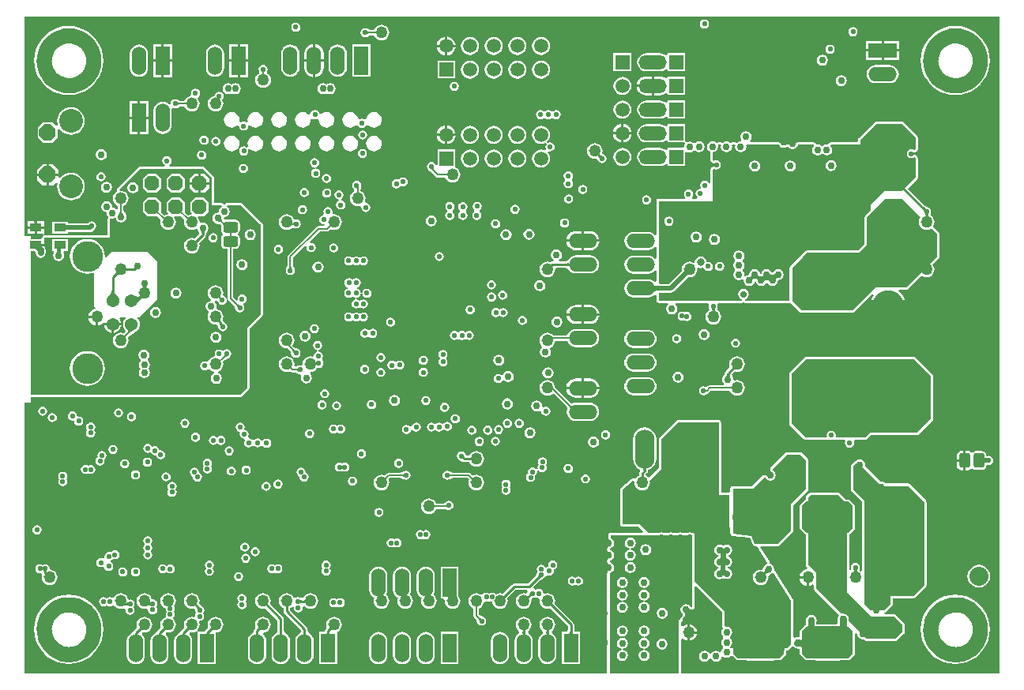
<source format=gbl>
G04 Layer_Physical_Order=6*
G04 Layer_Color=16711680*
%FSLAX25Y25*%
%MOIN*%
G70*
G01*
G75*
%ADD10C,0.06496*%
%ADD11C,0.00800*%
G04:AMPARAMS|DCode=58|XSize=50mil|YSize=50mil|CornerRadius=25mil|HoleSize=0mil|Usage=FLASHONLY|Rotation=270.000|XOffset=0mil|YOffset=0mil|HoleType=Round|Shape=RoundedRectangle|*
%AMROUNDEDRECTD58*
21,1,0.05000,0.00000,0,0,270.0*
21,1,0.00000,0.05000,0,0,270.0*
1,1,0.05000,0.00000,0.00000*
1,1,0.05000,0.00000,0.00000*
1,1,0.05000,0.00000,0.00000*
1,1,0.05000,0.00000,0.00000*
%
%ADD58ROUNDEDRECTD58*%
%ADD64C,0.00600*%
%ADD65C,0.02200*%
%ADD66C,0.02000*%
%ADD67C,0.01000*%
%ADD69C,0.03000*%
%ADD72C,0.04000*%
%ADD75C,0.02500*%
%ADD77C,0.01200*%
%ADD86C,0.01600*%
%ADD87C,0.05000*%
%ADD88C,0.07000*%
%ADD89C,0.00900*%
%ADD102O,0.13000X0.13600*%
%ADD103R,0.05905X0.05905*%
%ADD104O,0.11811X0.05905*%
%ADD105C,0.05905*%
%ADD106O,0.06000X0.12000*%
%ADD107R,0.06000X0.12000*%
%ADD108R,0.05905X0.05905*%
%ADD109O,0.12000X0.06000*%
%ADD110O,0.08250X0.16500*%
%ADD111P,0.06711X8X22.5*%
%ADD112C,0.13050*%
%ADD113C,0.05400*%
%ADD114C,0.10000*%
%ADD115P,0.07577X8X292.5*%
%ADD116C,0.08000*%
G04:AMPARAMS|DCode=117|XSize=133mil|YSize=83mil|CornerRadius=0mil|HoleSize=0mil|Usage=FLASHONLY|Rotation=270.000|XOffset=0mil|YOffset=0mil|HoleType=Round|Shape=Octagon|*
%AMOCTAGOND117*
4,1,8,-0.02075,-0.06650,0.02075,-0.06650,0.04150,-0.04575,0.04150,0.04575,0.02075,0.06650,-0.02075,0.06650,-0.04150,0.04575,-0.04150,-0.04575,-0.02075,-0.06650,0.0*
%
%ADD117OCTAGOND117*%

%ADD118R,0.12000X0.06000*%
%ADD119C,0.03000*%
%ADD120C,0.02200*%
%ADD121C,0.02900*%
%ADD122C,0.03200*%
%ADD143R,0.04921X0.03347*%
%ADD144R,0.05905X0.05905*%
G04:AMPARAMS|DCode=145|XSize=50mil|YSize=50mil|CornerRadius=25mil|HoleSize=0mil|Usage=FLASHONLY|Rotation=0.000|XOffset=0mil|YOffset=0mil|HoleType=Round|Shape=RoundedRectangle|*
%AMROUNDEDRECTD145*
21,1,0.05000,0.00000,0,0,0.0*
21,1,0.00000,0.05000,0,0,0.0*
1,1,0.05000,0.00000,0.00000*
1,1,0.05000,0.00000,0.00000*
1,1,0.05000,0.00000,0.00000*
1,1,0.05000,0.00000,0.00000*
%
%ADD145ROUNDEDRECTD145*%
G04:AMPARAMS|DCode=146|XSize=46mil|YSize=63mil|CornerRadius=11.5mil|HoleSize=0mil|Usage=FLASHONLY|Rotation=270.000|XOffset=0mil|YOffset=0mil|HoleType=Round|Shape=RoundedRectangle|*
%AMROUNDEDRECTD146*
21,1,0.04600,0.04000,0,0,270.0*
21,1,0.02300,0.06300,0,0,270.0*
1,1,0.02300,-0.02000,-0.01150*
1,1,0.02300,-0.02000,0.01150*
1,1,0.02300,0.02000,0.01150*
1,1,0.02300,0.02000,-0.01150*
%
%ADD146ROUNDEDRECTD146*%
G04:AMPARAMS|DCode=147|XSize=46mil|YSize=63mil|CornerRadius=11.5mil|HoleSize=0mil|Usage=FLASHONLY|Rotation=180.000|XOffset=0mil|YOffset=0mil|HoleType=Round|Shape=RoundedRectangle|*
%AMROUNDEDRECTD147*
21,1,0.04600,0.04000,0,0,180.0*
21,1,0.02300,0.06300,0,0,180.0*
1,1,0.02300,-0.01150,0.02000*
1,1,0.02300,0.01150,0.02000*
1,1,0.02300,0.01150,-0.02000*
1,1,0.02300,-0.01150,-0.02000*
%
%ADD147ROUNDEDRECTD147*%
%ADD148C,0.08500*%
G36*
X175070Y-137047D02*
X174987Y-137080D01*
X174914Y-137135D01*
X174851Y-137212D01*
X174797Y-137310D01*
X174753Y-137431D01*
X174719Y-137574D01*
X174694Y-137739D01*
X174680Y-137925D01*
X174675Y-138134D01*
X173675D01*
X173670Y-137925D01*
X173655Y-137739D01*
X173631Y-137574D01*
X173597Y-137431D01*
X173553Y-137310D01*
X173499Y-137212D01*
X173436Y-137135D01*
X173362Y-137080D01*
X173279Y-137047D01*
X173187Y-137036D01*
X175163D01*
X175070Y-137047D01*
D02*
G37*
G36*
X245586Y-202322D02*
X245619Y-202709D01*
X245673Y-203050D01*
X245749Y-203344D01*
X245848Y-203592D01*
X245968Y-203792D01*
X246110Y-203946D01*
X246256Y-204042D01*
Y-203950D01*
X255906Y-204087D01*
X255268Y-208827D01*
X256400Y-208850D01*
X255652Y-213968D01*
X255906Y-217363D01*
X251275Y-217356D01*
X246644Y-217363D01*
X246918Y-214887D01*
X246450Y-212454D01*
X246256Y-212450D01*
Y-211447D01*
X245756Y-208850D01*
X246256Y-208839D01*
Y-204145D01*
X242283Y-204327D01*
X242491Y-204293D01*
X242676Y-204213D01*
X242840Y-204086D01*
X242982Y-203912D01*
X243102Y-203692D01*
X243200Y-203425D01*
X243277Y-203110D01*
X243331Y-202749D01*
X243364Y-202342D01*
X243375Y-201887D01*
X245575D01*
X245586Y-202322D01*
D02*
G37*
G36*
X-46617Y-28648D02*
X-46593Y-28768D01*
X-46553Y-28888D01*
X-46498Y-29007D01*
X-46426Y-29127D01*
X-46338Y-29246D01*
X-46234Y-29366D01*
X-46115Y-29485D01*
X-45979Y-29604D01*
X-45827Y-29724D01*
X-47909Y-30004D01*
X-47779Y-29832D01*
X-47471Y-29359D01*
X-47396Y-29217D01*
X-47335Y-29081D01*
X-47287Y-28953D01*
X-47253Y-28831D01*
X-47232Y-28718D01*
X-47225Y-28611D01*
X-46625Y-28528D01*
X-46617Y-28648D01*
D02*
G37*
G36*
X194300Y-195665D02*
X193800Y-195754D01*
X193358Y-195093D01*
X192597Y-194585D01*
X191700Y-194406D01*
X190803Y-194585D01*
X190042Y-195093D01*
X189533Y-195854D01*
X189355Y-196751D01*
X189533Y-197649D01*
X190042Y-198410D01*
X190328Y-198601D01*
Y-199101D01*
X190042Y-199293D01*
X189533Y-200054D01*
X189355Y-200951D01*
X189199Y-201141D01*
X188675Y-201225D01*
X188675Y-201225D01*
Y-223725D01*
X159375D01*
Y-211613D01*
X159490Y-211441D01*
X159637Y-210700D01*
X159490Y-209959D01*
X159375Y-209787D01*
Y-198814D01*
X159437Y-198500D01*
X159375Y-198186D01*
X159375Y-181271D01*
X159772Y-181192D01*
X160533Y-180683D01*
X161041Y-179923D01*
X161220Y-179025D01*
X161041Y-178128D01*
X160533Y-177367D01*
X159772Y-176859D01*
X159375Y-176780D01*
Y-176071D01*
X159772Y-175992D01*
X160533Y-175483D01*
X161041Y-174723D01*
X161220Y-173825D01*
X161041Y-172928D01*
X160533Y-172167D01*
X159772Y-171659D01*
X159375Y-171580D01*
Y-170971D01*
X159772Y-170892D01*
X160533Y-170383D01*
X161041Y-169623D01*
X161220Y-168725D01*
X161041Y-167828D01*
X160533Y-167067D01*
X159919Y-166657D01*
X159707Y-166075D01*
X159741Y-166023D01*
X159885Y-165300D01*
X194300D01*
X194300Y-195665D01*
D02*
G37*
G36*
X323893Y-223807D02*
X189762D01*
X189694Y-223725D01*
Y-209310D01*
X189969Y-209127D01*
X190394Y-209010D01*
X191010Y-209482D01*
X191861Y-209835D01*
X192275Y-209890D01*
Y-206425D01*
Y-202961D01*
X191861Y-203015D01*
X191010Y-203368D01*
X190394Y-203840D01*
X189969Y-203723D01*
X189694Y-203540D01*
Y-202028D01*
X189704Y-202021D01*
X189733Y-202010D01*
X189856Y-201895D01*
X189987Y-201788D01*
X190143Y-201598D01*
X190167Y-201553D01*
X190203Y-201517D01*
X190260Y-201379D01*
X190331Y-201247D01*
X190336Y-201197D01*
X190355Y-201150D01*
X190494Y-200451D01*
X190777Y-200028D01*
X190895Y-199949D01*
X190966Y-199878D01*
X191049Y-199822D01*
X191105Y-199739D01*
X191176Y-199668D01*
X191215Y-199575D01*
X191270Y-199491D01*
X191290Y-199393D01*
X191328Y-199300D01*
Y-199200D01*
X191348Y-199101D01*
Y-198601D01*
X191328Y-198503D01*
Y-198402D01*
X191290Y-198310D01*
X191270Y-198211D01*
X191215Y-198127D01*
X191176Y-198035D01*
X191105Y-197964D01*
X191049Y-197880D01*
X190966Y-197825D01*
X190895Y-197753D01*
X190777Y-197675D01*
X190494Y-197251D01*
X190394Y-196751D01*
X190494Y-196252D01*
X190777Y-195828D01*
X191200Y-195545D01*
X191700Y-195446D01*
X192200Y-195545D01*
X192623Y-195828D01*
X192952Y-196321D01*
X193086Y-196455D01*
X193217Y-196591D01*
X193226Y-196595D01*
X193234Y-196602D01*
X193408Y-196675D01*
X193581Y-196750D01*
X193591Y-196750D01*
X193601Y-196754D01*
X193790D01*
X193979Y-196758D01*
X194479Y-196669D01*
X194582Y-196629D01*
X194690Y-196607D01*
X194765Y-196557D01*
X194849Y-196524D01*
X194929Y-196448D01*
X195021Y-196386D01*
X195071Y-196311D01*
X195136Y-196249D01*
X195181Y-196147D01*
X195242Y-196055D01*
X195260Y-195967D01*
X195296Y-195884D01*
X195298Y-195774D01*
X195320Y-195665D01*
Y-187226D01*
X195966Y-186959D01*
X206855Y-197847D01*
X206855Y-203649D01*
X206865Y-203699D01*
X206860Y-203749D01*
X206904Y-203893D01*
X206933Y-204040D01*
X207117Y-204667D01*
X206608Y-205428D01*
X206430Y-206325D01*
X206608Y-207223D01*
X207117Y-207983D01*
X207329Y-208125D01*
Y-208825D01*
X207117Y-208967D01*
X206608Y-209728D01*
X206430Y-210625D01*
X206608Y-211523D01*
X207117Y-212283D01*
X207254Y-212375D01*
Y-213075D01*
X207117Y-213167D01*
X206608Y-213928D01*
X206518Y-214382D01*
X206345Y-214496D01*
X205752Y-214646D01*
X205172Y-214259D01*
X204275Y-214080D01*
X203377Y-214259D01*
X202617Y-214767D01*
X202264Y-215295D01*
X202235Y-215306D01*
X201514D01*
X201486Y-215295D01*
X201133Y-214767D01*
X200372Y-214259D01*
X199475Y-214080D01*
X198577Y-214259D01*
X197817Y-214767D01*
X197308Y-215528D01*
X197130Y-216425D01*
X197308Y-217323D01*
X197817Y-218083D01*
X198577Y-218592D01*
X199475Y-218770D01*
X200372Y-218592D01*
X201133Y-218083D01*
X201486Y-217555D01*
X201514Y-217545D01*
X202235D01*
X202264Y-217555D01*
X202617Y-218083D01*
X203377Y-218592D01*
X204275Y-218770D01*
X205172Y-218592D01*
X205933Y-218083D01*
X206441Y-217323D01*
X206532Y-216868D01*
X206705Y-216754D01*
X207298Y-216605D01*
X207877Y-216992D01*
X208775Y-217170D01*
X209672Y-216992D01*
X210433Y-216483D01*
X210531Y-216337D01*
X211227Y-216268D01*
X213095Y-218136D01*
X217055D01*
X217063Y-218141D01*
X217207Y-218247D01*
X217227Y-218252D01*
X217244Y-218264D01*
X217419Y-218300D01*
X217593Y-218342D01*
X217614Y-218339D01*
X217634Y-218343D01*
X217753Y-218344D01*
X217815Y-218356D01*
X218009Y-218395D01*
X218011Y-218394D01*
X218013Y-218395D01*
X223703Y-218373D01*
X228203Y-218395D01*
X228206Y-218394D01*
X228208Y-218395D01*
X228400Y-218357D01*
X228594Y-218319D01*
X228596Y-218318D01*
X228598Y-218317D01*
X228746Y-218219D01*
X228775D01*
X229405Y-218136D01*
X231445D01*
X233920Y-215661D01*
Y-214045D01*
X234275D01*
X234665Y-213967D01*
X234996Y-213746D01*
X236274Y-212468D01*
X237122Y-212478D01*
X237800Y-212931D01*
X237852Y-212941D01*
X237854Y-212945D01*
X237869Y-212956D01*
X237879Y-212971D01*
X238030Y-213072D01*
X238177Y-213178D01*
X238195Y-213182D01*
X238210Y-213192D01*
X238388Y-213227D01*
X238564Y-213269D01*
X239194Y-213291D01*
X239403Y-213313D01*
X239569Y-213342D01*
X239571Y-213342D01*
X239583Y-213376D01*
X239625Y-213420D01*
Y-215700D01*
X242100Y-218175D01*
X245616D01*
X245756Y-218194D01*
X246077D01*
X246152Y-218256D01*
X246207Y-218274D01*
X246255Y-218306D01*
X246395Y-218333D01*
X246531Y-218377D01*
X246589Y-218372D01*
X246645Y-218383D01*
X251275Y-218376D01*
X255904Y-218383D01*
X255943Y-218375D01*
X255982Y-218380D01*
X256137Y-218337D01*
X256294Y-218306D01*
X256327Y-218284D01*
X256365Y-218273D01*
X256481Y-218183D01*
X256540Y-218175D01*
X260450D01*
X262925Y-215700D01*
Y-207109D01*
X263625Y-206782D01*
X263859Y-206978D01*
X263855Y-207000D01*
X264033Y-207897D01*
X264542Y-208658D01*
X265303Y-209167D01*
X266200Y-209345D01*
X266578Y-209270D01*
X267054Y-209746D01*
X267385Y-209967D01*
X267775Y-210045D01*
X279975D01*
X280365Y-209967D01*
X280696Y-209746D01*
X280696Y-209746D01*
X283496Y-206946D01*
X283717Y-206615D01*
X283794Y-206225D01*
Y-203125D01*
X283717Y-202735D01*
X283496Y-202404D01*
X280196Y-199104D01*
X279865Y-198883D01*
X279475Y-198806D01*
X275441D01*
X275372Y-198106D01*
X275565Y-198067D01*
X275896Y-197846D01*
X278696Y-195046D01*
X278917Y-194715D01*
X278994Y-194325D01*
X278994Y-191945D01*
X286799D01*
X286800Y-191945D01*
X286801Y-191945D01*
X287675D01*
X288065Y-191867D01*
X288396Y-191646D01*
X292796Y-187246D01*
X293017Y-186915D01*
X293094Y-186525D01*
Y-175925D01*
Y-151325D01*
X293017Y-150935D01*
X292796Y-150604D01*
X286070Y-143879D01*
X285740Y-143658D01*
X285350Y-143580D01*
X275776Y-143580D01*
X275633Y-143367D01*
X275383Y-143200D01*
X275209Y-143084D01*
X274872Y-142859D01*
X273975Y-142680D01*
X273764Y-142722D01*
X267128Y-136086D01*
X267220Y-135625D01*
X267041Y-134728D01*
X266533Y-133967D01*
X266321Y-133825D01*
X265772Y-133459D01*
X264875Y-133280D01*
X263977Y-133459D01*
X263217Y-133967D01*
X263116Y-134117D01*
X262910Y-134158D01*
X262579Y-134379D01*
X261579Y-135379D01*
X261358Y-135710D01*
X261280Y-136100D01*
X261280Y-146151D01*
X261358Y-146541D01*
X261579Y-146871D01*
X265955Y-151248D01*
X265955Y-166425D01*
X265955Y-180491D01*
X265255Y-180739D01*
X264739Y-180343D01*
X264815Y-180124D01*
X264833Y-179966D01*
X264864Y-179811D01*
X264860Y-179788D01*
X264865Y-179766D01*
X265012Y-179025D01*
X264865Y-178284D01*
X264445Y-177655D01*
X263816Y-177235D01*
X263075Y-177088D01*
X262333Y-177235D01*
X261705Y-177655D01*
X261285Y-178284D01*
X261138Y-179025D01*
X261285Y-179766D01*
X261290Y-179788D01*
X261285Y-179811D01*
X261305Y-179908D01*
X261180Y-180077D01*
X261094Y-180147D01*
X260610Y-179977D01*
X260394Y-179762D01*
Y-165175D01*
X260450D01*
X262925Y-162700D01*
Y-152750D01*
X260450Y-150275D01*
X259067D01*
X256396Y-147604D01*
X256065Y-147383D01*
X255675Y-147306D01*
X244275Y-147306D01*
X243885Y-147383D01*
X243554Y-147604D01*
X242354Y-148804D01*
X242133Y-149135D01*
X242055Y-149525D01*
Y-150320D01*
X239625Y-152750D01*
Y-162700D01*
X242055Y-165131D01*
Y-177825D01*
X242133Y-178215D01*
X242354Y-178546D01*
X242354Y-178546D01*
X242829Y-179021D01*
X242578Y-179760D01*
X242161Y-179815D01*
X241310Y-180168D01*
X240579Y-180729D01*
X240018Y-181460D01*
X239665Y-182311D01*
X239610Y-182725D01*
X243075D01*
Y-183225D01*
X243575D01*
Y-186690D01*
X243988Y-186635D01*
X244840Y-186282D01*
X244955Y-186194D01*
X245655Y-186539D01*
Y-187925D01*
X245733Y-188315D01*
X245954Y-188646D01*
X256260Y-198953D01*
X256242Y-199142D01*
X255733Y-199903D01*
X255555Y-200800D01*
Y-202564D01*
X255056Y-203055D01*
X246697Y-202937D01*
X246672Y-202841D01*
X246631Y-202586D01*
X246605Y-202277D01*
X246641Y-202223D01*
X246820Y-201325D01*
X246641Y-200428D01*
X246133Y-199667D01*
X245372Y-199159D01*
X244475Y-198980D01*
X243577Y-199159D01*
X242817Y-199667D01*
X242308Y-200428D01*
X242130Y-201325D01*
X242308Y-202223D01*
X242345Y-202278D01*
X242345Y-202289D01*
X242318Y-202632D01*
X242275Y-202913D01*
X242223Y-203127D01*
X242171Y-203270D01*
X242168Y-203275D01*
X242100D01*
X242016Y-203359D01*
X241988Y-203369D01*
X241851Y-203403D01*
X241803Y-203438D01*
X241748Y-203459D01*
X241645Y-203555D01*
X241530Y-203639D01*
X241500Y-203690D01*
X241457Y-203729D01*
X241398Y-203858D01*
X241324Y-203980D01*
X241316Y-204038D01*
X241298Y-204078D01*
X239625Y-205750D01*
Y-207978D01*
X239084Y-208422D01*
X238875Y-208380D01*
X237977Y-208559D01*
X237694Y-208748D01*
X236994Y-208374D01*
Y-193225D01*
X236978Y-193141D01*
X236980Y-193055D01*
X236939Y-192948D01*
X236917Y-192835D01*
X236869Y-192764D01*
X236839Y-192683D01*
X229479Y-180951D01*
X229415Y-180883D01*
X229367Y-180803D01*
X229280Y-180740D01*
X229206Y-180661D01*
X229121Y-180623D01*
X229046Y-180568D01*
X228942Y-180543D01*
X228843Y-180499D01*
X228805Y-179797D01*
X228820Y-179725D01*
X228641Y-178828D01*
X228133Y-178067D01*
X227372Y-177559D01*
X226870Y-177099D01*
X226853Y-177008D01*
X226856Y-176915D01*
X226818Y-176814D01*
X226798Y-176708D01*
X226748Y-176630D01*
X226715Y-176543D01*
X222960Y-170557D01*
X223299Y-169945D01*
X230575D01*
X230965Y-169867D01*
X231296Y-169646D01*
X236696Y-164246D01*
X236917Y-163915D01*
X236994Y-163525D01*
Y-152647D01*
X241796Y-147846D01*
X243021Y-146621D01*
X243242Y-146290D01*
X243320Y-145900D01*
X243320Y-133800D01*
X243242Y-133410D01*
X243021Y-133079D01*
X240521Y-130579D01*
X240521Y-130579D01*
X240190Y-130358D01*
X239800Y-130280D01*
X234200D01*
X233810Y-130358D01*
X233479Y-130579D01*
X227385Y-136673D01*
X227321Y-136769D01*
X227242Y-136853D01*
X227211Y-136933D01*
X227164Y-137004D01*
X227141Y-137117D01*
X227100Y-137225D01*
X227103Y-137311D01*
X227086Y-137394D01*
X227109Y-137507D01*
X227112Y-137623D01*
X227244Y-138198D01*
X227320Y-138365D01*
X227390Y-138536D01*
X227401Y-138547D01*
X227407Y-138560D01*
X227541Y-138687D01*
X227671Y-138817D01*
X228098Y-139102D01*
X228381Y-139526D01*
X228480Y-140025D01*
X228381Y-140525D01*
X228098Y-140948D01*
X227674Y-141231D01*
X227175Y-141331D01*
X226675Y-141231D01*
X226252Y-140948D01*
X225967Y-140522D01*
X225837Y-140392D01*
X225710Y-140258D01*
X225696Y-140251D01*
X225685Y-140241D01*
X225515Y-140170D01*
X225347Y-140094D01*
X224772Y-139962D01*
X224657Y-139959D01*
X224544Y-139936D01*
X224460Y-139953D01*
X224375Y-139951D01*
X224267Y-139992D01*
X224154Y-140014D01*
X224083Y-140062D01*
X224003Y-140092D01*
X223919Y-140171D01*
X223823Y-140235D01*
X219453Y-144606D01*
X211375Y-144606D01*
X210985Y-144683D01*
X210654Y-144904D01*
X210433Y-145235D01*
X210355Y-145625D01*
Y-146732D01*
X209775Y-147306D01*
X206394D01*
Y-117800D01*
X206317Y-117410D01*
X206096Y-117079D01*
X205765Y-116858D01*
X205375Y-116780D01*
X188200D01*
X187810Y-116858D01*
X187479Y-117079D01*
X180479Y-124079D01*
X180258Y-124410D01*
X180180Y-124800D01*
Y-136878D01*
X176133Y-140925D01*
X175434Y-140879D01*
X175428Y-140872D01*
X174774Y-140369D01*
X174734Y-140286D01*
X174668Y-139556D01*
X175112Y-139112D01*
X175194Y-138990D01*
X175221Y-138972D01*
X175379Y-138872D01*
X175386Y-138862D01*
X175396Y-138855D01*
X175500Y-138699D01*
X175607Y-138546D01*
X175610Y-138534D01*
X175617Y-138524D01*
X175653Y-138340D01*
X175694Y-138158D01*
X175698Y-137977D01*
X175705Y-137888D01*
X175768Y-137835D01*
X175884Y-137757D01*
X175918Y-137706D01*
X175964Y-137667D01*
X175981Y-137633D01*
X176658Y-137352D01*
X177687Y-136563D01*
X178477Y-135534D01*
X178973Y-134336D01*
X179142Y-133050D01*
Y-124800D01*
X178973Y-123514D01*
X178477Y-122317D01*
X177687Y-121288D01*
X176658Y-120498D01*
X175461Y-120002D01*
X174175Y-119833D01*
X172889Y-120002D01*
X171691Y-120498D01*
X170662Y-121288D01*
X169873Y-122317D01*
X169377Y-123514D01*
X169207Y-124800D01*
Y-133050D01*
X169377Y-134336D01*
X169873Y-135534D01*
X170662Y-136563D01*
X171691Y-137352D01*
X172003Y-137482D01*
X172188Y-138248D01*
X172138Y-138338D01*
X171850Y-138768D01*
X171749Y-139275D01*
Y-140202D01*
X171411Y-140343D01*
X170721Y-140872D01*
X170428Y-141253D01*
X169814Y-141490D01*
X169635Y-141439D01*
X169457Y-141384D01*
X169444Y-141385D01*
X169431Y-141382D01*
X169246Y-141404D01*
X169061Y-141421D01*
X169049Y-141427D01*
X169036Y-141428D01*
X168874Y-141519D01*
X168709Y-141606D01*
X168701Y-141616D01*
X168689Y-141623D01*
X164238Y-145425D01*
X164213Y-145457D01*
X164179Y-145479D01*
X164090Y-145612D01*
X163991Y-145737D01*
X163980Y-145776D01*
X163958Y-145810D01*
X163927Y-145966D01*
X163883Y-146120D01*
X163888Y-146160D01*
X163880Y-146200D01*
Y-160725D01*
X163958Y-161115D01*
X164179Y-161446D01*
X164510Y-161667D01*
X164900Y-161745D01*
X171632Y-161745D01*
X173401Y-163638D01*
X173122Y-164280D01*
X159885D01*
X159787Y-164300D01*
X159686D01*
X159593Y-164338D01*
X159495Y-164358D01*
X159411Y-164414D01*
X159319Y-164452D01*
X159248Y-164523D01*
X159164Y-164579D01*
X159108Y-164663D01*
X159037Y-164734D01*
X158999Y-164826D01*
X158943Y-164910D01*
X158923Y-165008D01*
X158885Y-165101D01*
X158754Y-165760D01*
X158753Y-165763D01*
X158707Y-165876D01*
Y-165954D01*
X158688Y-166031D01*
X158707Y-166151D01*
Y-166273D01*
X158737Y-166346D01*
X158749Y-166424D01*
X158961Y-167006D01*
X159025Y-167110D01*
X159071Y-167223D01*
X159127Y-167279D01*
X159168Y-167346D01*
X159266Y-167418D01*
X159353Y-167505D01*
X159798Y-167802D01*
X160081Y-168226D01*
X160180Y-168725D01*
X160081Y-169225D01*
X159798Y-169648D01*
X159374Y-169931D01*
X159176Y-169971D01*
X159083Y-170009D01*
X158985Y-170029D01*
X158901Y-170085D01*
X158808Y-170123D01*
X158737Y-170194D01*
X158654Y-170250D01*
X158598Y-170333D01*
X158527Y-170404D01*
X158489Y-170497D01*
X158433Y-170581D01*
X158413Y-170679D01*
X158375Y-170772D01*
Y-170872D01*
X158355Y-170971D01*
Y-171580D01*
X158375Y-171678D01*
Y-171779D01*
X158413Y-171871D01*
X158433Y-171970D01*
X158489Y-172053D01*
X158527Y-172146D01*
X158598Y-172217D01*
X158654Y-172301D01*
X158737Y-172356D01*
X158808Y-172427D01*
X158901Y-172466D01*
X158985Y-172522D01*
X159083Y-172541D01*
X159176Y-172580D01*
X159374Y-172619D01*
X159798Y-172902D01*
X160081Y-173326D01*
X160180Y-173825D01*
X160081Y-174325D01*
X159798Y-174748D01*
X159374Y-175031D01*
X159176Y-175071D01*
X159083Y-175109D01*
X158985Y-175129D01*
X158901Y-175185D01*
X158808Y-175223D01*
X158737Y-175294D01*
X158654Y-175350D01*
X158598Y-175433D01*
X158527Y-175504D01*
X158489Y-175597D01*
X158433Y-175681D01*
X158413Y-175779D01*
X158375Y-175872D01*
Y-175972D01*
X158355Y-176071D01*
Y-176780D01*
X158375Y-176878D01*
Y-176979D01*
X158413Y-177071D01*
X158433Y-177170D01*
X158489Y-177253D01*
X158527Y-177346D01*
X158598Y-177417D01*
X158654Y-177501D01*
X158737Y-177556D01*
X158808Y-177627D01*
X158901Y-177666D01*
X158985Y-177722D01*
X159083Y-177741D01*
X159176Y-177780D01*
X159374Y-177819D01*
X159798Y-178102D01*
X160081Y-178526D01*
X160180Y-179025D01*
X160081Y-179525D01*
X159798Y-179948D01*
X159374Y-180231D01*
X159176Y-180271D01*
X159083Y-180309D01*
X158985Y-180329D01*
X158901Y-180385D01*
X158808Y-180423D01*
X158737Y-180494D01*
X158654Y-180550D01*
X158598Y-180633D01*
X158527Y-180704D01*
X158489Y-180797D01*
X158433Y-180881D01*
X158413Y-180979D01*
X158375Y-181072D01*
Y-181172D01*
X158355Y-181271D01*
X158355Y-198186D01*
X158375Y-198285D01*
Y-198385D01*
X158398Y-198500D01*
X158375Y-198615D01*
Y-198715D01*
X158355Y-198814D01*
Y-209787D01*
X158375Y-209885D01*
Y-209985D01*
X158413Y-210078D01*
X158433Y-210177D01*
X158489Y-210260D01*
X158527Y-210353D01*
X158529Y-210356D01*
X158598Y-210700D01*
X158529Y-211044D01*
X158527Y-211047D01*
X158489Y-211140D01*
X158433Y-211223D01*
X158413Y-211322D01*
X158375Y-211415D01*
Y-211515D01*
X158355Y-211613D01*
Y-223725D01*
X158288Y-223807D01*
X-87507D01*
Y-109274D01*
X-84661D01*
Y-107120D01*
X3527D01*
X3917Y-107042D01*
X4248Y-106821D01*
X7103Y-103966D01*
X7324Y-103635D01*
X7401Y-103245D01*
Y-78273D01*
X12811Y-72864D01*
X13033Y-72533D01*
X13110Y-72142D01*
Y-34134D01*
X13033Y-33744D01*
X12811Y-33413D01*
X12634Y-33295D01*
X4613Y-25449D01*
X4451Y-25343D01*
X4290Y-25236D01*
X4285Y-25235D01*
X4280Y-25232D01*
X4090Y-25196D01*
X3900Y-25158D01*
X-1955D01*
X-2005Y-25168D01*
X-2055Y-25163D01*
X-2199Y-25207D01*
X-2346Y-25236D01*
X-2388Y-25264D01*
X-2436Y-25279D01*
X-2552Y-25374D01*
X-2676Y-25457D01*
X-2704Y-25499D01*
X-2743Y-25531D01*
X-2778Y-25596D01*
X-2826Y-25613D01*
X-2999Y-25663D01*
X-3331D01*
X-3505Y-25613D01*
X-3553Y-25596D01*
X-3587Y-25531D01*
X-3626Y-25499D01*
X-3654Y-25457D01*
X-3779Y-25374D01*
X-3895Y-25279D01*
X-3943Y-25264D01*
X-3985Y-25236D01*
X-4132Y-25207D01*
X-4275Y-25163D01*
X-4326Y-25168D01*
X-4375Y-25158D01*
X-7406D01*
Y-14325D01*
X-7483Y-13935D01*
X-7704Y-13604D01*
X-11304Y-10004D01*
X-11635Y-9783D01*
X-12025Y-9706D01*
X-26185Y-9706D01*
X-26613Y-9056D01*
X-26607Y-9006D01*
X-26030Y-8620D01*
X-25610Y-7992D01*
X-25463Y-7250D01*
X-25610Y-6509D01*
X-26030Y-5881D01*
X-26659Y-5461D01*
X-27400Y-5313D01*
X-28141Y-5461D01*
X-28770Y-5881D01*
X-29190Y-6509D01*
X-29337Y-7250D01*
X-29190Y-7992D01*
X-28770Y-8620D01*
X-28193Y-9006D01*
X-28187Y-9056D01*
X-28615Y-9706D01*
X-38697D01*
X-39087Y-9783D01*
X-39418Y-10004D01*
X-48151Y-18738D01*
X-48170Y-18766D01*
X-48197Y-18787D01*
X-48280Y-18930D01*
X-48373Y-19069D01*
X-48379Y-19102D01*
X-48396Y-19131D01*
X-48418Y-19296D01*
X-48450Y-19459D01*
X-48444Y-19492D01*
X-48448Y-19526D01*
X-48405Y-19686D01*
X-48373Y-19849D01*
X-48589Y-20343D01*
X-49279Y-20872D01*
X-49808Y-21561D01*
X-50140Y-22364D01*
X-50254Y-23225D01*
X-50140Y-24087D01*
X-49808Y-24889D01*
X-49279Y-25579D01*
X-48589Y-26108D01*
X-48047Y-26333D01*
Y-27609D01*
X-48747Y-27821D01*
X-48850Y-27667D01*
X-49610Y-27159D01*
X-50434Y-26995D01*
X-50380Y-26725D01*
X-50559Y-25828D01*
X-51067Y-25067D01*
X-51828Y-24559D01*
X-52725Y-24380D01*
X-53623Y-24559D01*
X-54383Y-25067D01*
X-54892Y-25828D01*
X-55070Y-26725D01*
X-54892Y-27623D01*
X-54383Y-28383D01*
X-53623Y-28892D01*
X-52799Y-29056D01*
X-52853Y-29325D01*
X-52674Y-30223D01*
X-52166Y-30983D01*
X-52237Y-31517D01*
X-52267Y-31664D01*
X-52310Y-31808D01*
X-52305Y-31858D01*
X-52315Y-31908D01*
Y-38741D01*
X-78255D01*
X-78895Y-38614D01*
X-79155Y-38325D01*
X-79239Y-38072D01*
X-79239Y-37930D01*
X-79239Y-37930D01*
Y-36058D01*
X-82200D01*
Y-38232D01*
X-79899D01*
X-79872Y-38232D01*
X-79555Y-38842D01*
X-79589Y-38932D01*
X-79657Y-38967D01*
X-79692Y-39009D01*
X-79738Y-39040D01*
X-79819Y-39161D01*
X-79912Y-39272D01*
X-80134Y-39680D01*
X-80151Y-39733D01*
X-80181Y-39778D01*
X-80210Y-39921D01*
X-80253Y-40060D01*
X-80845Y-40369D01*
X-84661D01*
Y-39047D01*
X-84708Y-39000D01*
X-87507D01*
Y53735D01*
X323893D01*
X323893Y-223807D01*
D02*
G37*
G36*
X255675Y-148325D02*
X259375Y-152025D01*
Y-189325D01*
X269875Y-199825D01*
X279475D01*
X282775Y-203125D01*
Y-206225D01*
X279975Y-209025D01*
X267775D01*
X260245Y-201496D01*
Y-200800D01*
X260067Y-199903D01*
X259558Y-199142D01*
X258797Y-198633D01*
X257900Y-198455D01*
X257320Y-198570D01*
X246675Y-187925D01*
X246675Y-181425D01*
X243075Y-177825D01*
X243075Y-149525D01*
X244275Y-148325D01*
X255675Y-148325D01*
D02*
G37*
G36*
X242300Y-133800D02*
X242300Y-145900D01*
X241075Y-147125D01*
X235975Y-152225D01*
Y-163525D01*
X230575Y-168925D01*
X220675D01*
X219075Y-165625D01*
X211375Y-164625D01*
Y-145625D01*
X219875Y-145625D01*
X224544Y-140956D01*
X225119Y-141088D01*
X225517Y-141683D01*
X226277Y-142192D01*
X227175Y-142370D01*
X228072Y-142192D01*
X228833Y-141683D01*
X229341Y-140923D01*
X229520Y-140025D01*
X229341Y-139128D01*
X228833Y-138367D01*
X228238Y-137969D01*
X228106Y-137394D01*
X234200Y-131300D01*
X239800D01*
X242300Y-133800D01*
D02*
G37*
G36*
X240449Y-212837D02*
X240430Y-212725D01*
X240375Y-212626D01*
X240282Y-212538D01*
X240153Y-212461D01*
X239987Y-212397D01*
X239783Y-212344D01*
X239543Y-212303D01*
X239266Y-212274D01*
X238600Y-212250D01*
Y-209750D01*
X238951Y-209744D01*
X239543Y-209697D01*
X239783Y-209656D01*
X239987Y-209603D01*
X240153Y-209539D01*
X240282Y-209462D01*
X240375Y-209374D01*
X240430Y-209275D01*
X240449Y-209163D01*
Y-212837D01*
D02*
G37*
G36*
X-4321Y-31711D02*
X-4292Y-32079D01*
X-4266Y-32244D01*
X-4231Y-32395D01*
X-4188Y-32533D01*
X-4137Y-32659D01*
X-4078Y-32771D01*
X-4011Y-32870D01*
X-3935Y-32956D01*
X-4359Y-33381D01*
X-4445Y-33305D01*
X-4545Y-33238D01*
X-4657Y-33178D01*
X-4782Y-33127D01*
X-4921Y-33085D01*
X-5072Y-33050D01*
X-5236Y-33023D01*
X-5414Y-33005D01*
X-5808Y-32993D01*
X-4323Y-31508D01*
X-4321Y-31711D01*
D02*
G37*
G36*
X226531Y-181224D02*
X226406Y-181234D01*
X226282Y-181254D01*
X226161Y-181284D01*
X226042Y-181325D01*
X225924Y-181376D01*
X225808Y-181437D01*
X225694Y-181509D01*
X225583Y-181590D01*
X225472Y-181682D01*
X225364Y-181785D01*
X224472Y-180980D01*
X224574Y-180871D01*
X224665Y-180760D01*
X224745Y-180647D01*
X224813Y-180533D01*
X224869Y-180417D01*
X224914Y-180299D01*
X224947Y-180180D01*
X224969Y-180058D01*
X224979Y-179936D01*
X224977Y-179811D01*
X226531Y-181224D01*
D02*
G37*
G36*
X-8425Y-14325D02*
Y-26178D01*
X-4375D01*
X-4224Y-26678D01*
X-4824Y-27079D01*
X-5332Y-27840D01*
X-5510Y-28737D01*
X-5497Y-28804D01*
X-5829Y-29149D01*
X-6720Y-29326D01*
X-7481Y-29835D01*
X-7989Y-30595D01*
X-8168Y-31493D01*
X-7989Y-32390D01*
X-7481Y-33151D01*
X-6720Y-33659D01*
X-6547Y-33694D01*
X-6538Y-33700D01*
X-6529Y-33714D01*
X-6376Y-33816D01*
X-6227Y-33922D01*
X-6211Y-33926D01*
X-6198Y-33935D01*
X-6018Y-33971D01*
X-5839Y-34012D01*
X-5482Y-34023D01*
X-5370Y-34035D01*
X-5267Y-34051D01*
X-5186Y-34070D01*
X-5126Y-34088D01*
X-5088Y-34104D01*
X-5071Y-34113D01*
X-5071Y-34113D01*
X-5032Y-34147D01*
X-4888Y-34230D01*
X-4750Y-34323D01*
X-4716Y-34329D01*
X-4687Y-34346D01*
X-4594Y-34358D01*
Y-36434D01*
X-4443Y-37195D01*
X-4012Y-37840D01*
X-3797Y-37984D01*
Y-38585D01*
X-4012Y-38728D01*
X-4443Y-39373D01*
X-4594Y-40134D01*
Y-42434D01*
X-4443Y-43195D01*
X-4012Y-43840D01*
X-3367Y-44271D01*
X-2606Y-44423D01*
X-1728D01*
Y-65344D01*
X-1728Y-65344D01*
X-1643Y-65773D01*
X-1399Y-66137D01*
X963Y-68499D01*
X987Y-68665D01*
X1001Y-68687D01*
X1006Y-68713D01*
X1102Y-68857D01*
X1192Y-69007D01*
X1219Y-69037D01*
X1222Y-69042D01*
X1228Y-69058D01*
X1235Y-69083D01*
X1243Y-69121D01*
X1249Y-69170D01*
X1254Y-69231D01*
X1255Y-69331D01*
X1296Y-69517D01*
X1333Y-69704D01*
X1338Y-69711D01*
X1339Y-69720D01*
X1448Y-69876D01*
X1554Y-70035D01*
X1561Y-70040D01*
X1566Y-70047D01*
X1583Y-70058D01*
X1585Y-70066D01*
X2005Y-70695D01*
X2633Y-71115D01*
X3375Y-71262D01*
X4116Y-71115D01*
X4745Y-70695D01*
X5165Y-70066D01*
X5312Y-69325D01*
X5165Y-68584D01*
X4769Y-67992D01*
X4802Y-67771D01*
X4899Y-67457D01*
X5066Y-67424D01*
X5694Y-67004D01*
X6114Y-66375D01*
X6261Y-65634D01*
X6114Y-64893D01*
X5694Y-64264D01*
X5066Y-63844D01*
X4324Y-63697D01*
X3583Y-63844D01*
X2954Y-64264D01*
X2534Y-64893D01*
X2387Y-65634D01*
X2489Y-66146D01*
X2028Y-66392D01*
X515Y-64880D01*
Y-44423D01*
X1394D01*
X2155Y-44271D01*
X2800Y-43840D01*
X3231Y-43195D01*
X3382Y-42434D01*
Y-40134D01*
X3231Y-39373D01*
X2800Y-38728D01*
X2585Y-38585D01*
Y-37984D01*
X2800Y-37840D01*
X3231Y-37195D01*
X3382Y-36434D01*
Y-34134D01*
X3231Y-33373D01*
X2800Y-32728D01*
X2155Y-32297D01*
X1394Y-32146D01*
X-2606D01*
X-2823Y-32189D01*
X-2940Y-32130D01*
X-3293Y-31776D01*
X-3302Y-31667D01*
X-3303Y-31565D01*
X-3272Y-31455D01*
X-2965Y-31042D01*
X-2268Y-30904D01*
X-1507Y-30395D01*
X-999Y-29634D01*
X-820Y-28737D01*
X-999Y-27840D01*
X-1507Y-27079D01*
X-2107Y-26678D01*
X-1955Y-26178D01*
X3900D01*
X12034Y-34134D01*
X12091D01*
Y-72142D01*
X6382Y-77851D01*
Y-103245D01*
X3527Y-106100D01*
X-84661D01*
Y-45515D01*
X-82983D01*
X-82690Y-45807D01*
Y-46200D01*
X-82531Y-47000D01*
X-82078Y-47678D01*
X-81400Y-48131D01*
X-80600Y-48290D01*
X-79800Y-48131D01*
X-79122Y-47678D01*
X-78669Y-47000D01*
X-78510Y-46200D01*
Y-44942D01*
X-78510Y-44942D01*
X-78669Y-44142D01*
X-79122Y-43464D01*
X-79239Y-43346D01*
Y-43342D01*
X-82700D01*
Y-42342D01*
X-79239D01*
Y-40168D01*
X-79017Y-39761D01*
X-51295D01*
Y-31908D01*
X-50909Y-31591D01*
X-50508Y-31670D01*
X-49610Y-31492D01*
X-49408Y-31357D01*
X-48946Y-31548D01*
X-48892Y-31823D01*
X-48383Y-32583D01*
X-47623Y-33092D01*
X-46725Y-33270D01*
X-45828Y-33092D01*
X-45067Y-32583D01*
X-44559Y-31823D01*
X-44380Y-30925D01*
X-44559Y-30028D01*
X-44818Y-29640D01*
X-44815Y-29603D01*
X-44817Y-29595D01*
X-44817Y-29588D01*
X-44879Y-29407D01*
X-44938Y-29224D01*
X-44943Y-29219D01*
X-44946Y-29211D01*
X-45072Y-29068D01*
X-45197Y-28922D01*
X-45327Y-28820D01*
X-45417Y-28741D01*
X-45488Y-28670D01*
X-45541Y-28609D01*
X-45576Y-28561D01*
X-45596Y-28528D01*
X-45605Y-28510D01*
X-45608Y-28461D01*
X-45617Y-28426D01*
X-45615Y-28390D01*
X-45669Y-28235D01*
X-45711Y-28077D01*
X-45733Y-28048D01*
X-45745Y-28014D01*
X-45804Y-27948D01*
Y-26333D01*
X-45261Y-26108D01*
X-44572Y-25579D01*
X-44043Y-24889D01*
X-43710Y-24087D01*
X-43597Y-23225D01*
X-43710Y-22364D01*
X-44043Y-21561D01*
X-44572Y-20872D01*
X-45261Y-20343D01*
X-46064Y-20010D01*
X-46925Y-19897D01*
X-47197Y-19932D01*
X-47431Y-19459D01*
X-38697Y-10725D01*
X-12025Y-10725D01*
X-8425Y-14325D01*
D02*
G37*
G36*
X263812Y-179849D02*
X263784Y-179896D01*
X263758Y-179952D01*
X263736Y-180018D01*
X263717Y-180093D01*
X263702Y-180177D01*
X263690Y-180271D01*
X263677Y-180486D01*
X263675Y-180607D01*
X262475D01*
X262473Y-180486D01*
X262448Y-180177D01*
X262432Y-180093D01*
X262414Y-180018D01*
X262391Y-179952D01*
X262366Y-179896D01*
X262337Y-179849D01*
X262305Y-179811D01*
X263845D01*
X263812Y-179849D01*
D02*
G37*
G36*
X2442Y-67961D02*
X2518Y-68018D01*
X2601Y-68068D01*
X2691Y-68111D01*
X2787Y-68147D01*
X2889Y-68176D01*
X2998Y-68199D01*
X3114Y-68214D01*
X3235Y-68223D01*
X3364Y-68225D01*
X2275Y-69314D01*
X2273Y-69186D01*
X2264Y-69064D01*
X2248Y-68949D01*
X2226Y-68840D01*
X2196Y-68737D01*
X2160Y-68641D01*
X2117Y-68552D01*
X2067Y-68469D01*
X2011Y-68392D01*
X1948Y-68322D01*
X2372Y-67898D01*
X2442Y-67961D01*
D02*
G37*
G36*
X205375Y-148325D02*
X209775D01*
Y-161725D01*
X210355Y-162376D01*
Y-164625D01*
X210381Y-164757D01*
X210390Y-164891D01*
X210420Y-164950D01*
X210433Y-165015D01*
X210507Y-165127D01*
X210567Y-165247D01*
X210617Y-165291D01*
X210654Y-165346D01*
X210766Y-165421D01*
X210867Y-165509D01*
X210929Y-165530D01*
X210985Y-165567D01*
X211116Y-165593D01*
X211244Y-165636D01*
X218397Y-166565D01*
X219757Y-169370D01*
X219860Y-169505D01*
X219954Y-169646D01*
X219979Y-169663D01*
X219997Y-169687D01*
X220144Y-169773D01*
X220285Y-169867D01*
X220314Y-169873D01*
X220341Y-169888D01*
X220509Y-169912D01*
X220675Y-169945D01*
X221373D01*
X225851Y-177085D01*
X225653Y-177544D01*
X225577Y-177559D01*
X224817Y-178067D01*
X224308Y-178828D01*
X224255Y-179093D01*
X224248Y-179098D01*
X224238Y-179114D01*
X224223Y-179125D01*
X224130Y-179280D01*
X224031Y-179431D01*
X224027Y-179450D01*
X224018Y-179466D01*
X223991Y-179645D01*
X223958Y-179822D01*
X223478Y-179950D01*
X223075Y-179897D01*
X222213Y-180010D01*
X221411Y-180343D01*
X220721Y-180872D01*
X220192Y-181561D01*
X219860Y-182364D01*
X219746Y-183225D01*
X219860Y-184087D01*
X220192Y-184889D01*
X220721Y-185579D01*
X221411Y-186108D01*
X222213Y-186440D01*
X223075Y-186554D01*
X223936Y-186440D01*
X224739Y-186108D01*
X225428Y-185579D01*
X225957Y-184889D01*
X226290Y-184087D01*
X226403Y-183225D01*
X226330Y-182669D01*
X226602Y-182254D01*
X226752Y-182201D01*
X226787Y-182191D01*
X226965Y-182147D01*
X226978Y-182137D01*
X226993Y-182133D01*
X227137Y-182019D01*
X227285Y-181910D01*
X227286Y-181909D01*
X227372Y-181892D01*
X228009Y-181466D01*
X228616Y-181492D01*
X235975Y-193225D01*
Y-211325D01*
X234275Y-213025D01*
X228208D01*
Y-217375D01*
X223704Y-217353D01*
X218009Y-217375D01*
Y-217326D01*
X217639Y-217324D01*
X217834Y-213025D01*
X210221D01*
X210147Y-212474D01*
X210433Y-212283D01*
X210941Y-211523D01*
X211120Y-210625D01*
X210941Y-209728D01*
X210433Y-208967D01*
X210071Y-208725D01*
Y-208225D01*
X210433Y-207983D01*
X210941Y-207223D01*
X211120Y-206325D01*
X210941Y-205428D01*
X210433Y-204667D01*
X209672Y-204159D01*
X208775Y-203980D01*
X208375Y-204060D01*
X207875Y-203649D01*
X207875Y-197425D01*
X195320Y-184870D01*
X195320Y-165300D01*
X195242Y-164910D01*
X195021Y-164579D01*
X194690Y-164358D01*
X194300Y-164280D01*
X193916D01*
X193897Y-164268D01*
X193156Y-164120D01*
X192415Y-164268D01*
X192396Y-164280D01*
X189916D01*
X189897Y-164268D01*
X189156Y-164120D01*
X188415Y-164268D01*
X188396Y-164280D01*
X185916D01*
X185897Y-164268D01*
X185156Y-164120D01*
X184415Y-164268D01*
X184396Y-164280D01*
X181916D01*
X181897Y-164268D01*
X181156Y-164120D01*
X180415Y-164268D01*
X180396Y-164280D01*
X175397D01*
X172075Y-160725D01*
X164900Y-160725D01*
Y-146200D01*
X169351Y-142398D01*
X169822Y-142654D01*
X169746Y-143225D01*
X169860Y-144087D01*
X170192Y-144889D01*
X170721Y-145579D01*
X171411Y-146108D01*
X172213Y-146440D01*
X173075Y-146554D01*
X173936Y-146440D01*
X174739Y-146108D01*
X175428Y-145579D01*
X175957Y-144889D01*
X176290Y-144087D01*
X176403Y-143225D01*
X176321Y-142600D01*
X176400Y-142100D01*
X181200Y-137300D01*
Y-124800D01*
X188200Y-117800D01*
X205375D01*
Y-148325D01*
D02*
G37*
G36*
X274200Y-144600D02*
X285350Y-144600D01*
X292075Y-151325D01*
Y-175925D01*
Y-186525D01*
X287675Y-190925D01*
X277975D01*
X277975Y-194325D01*
X275175Y-197125D01*
X269575Y-197125D01*
X266975Y-194525D01*
X266975Y-166425D01*
X266975Y-150825D01*
X262300Y-146151D01*
X262300Y-136100D01*
X263300Y-135100D01*
X264700Y-135100D01*
X274200Y-144600D01*
D02*
G37*
%LPC*%
G36*
X164775Y-188280D02*
X163877Y-188459D01*
X163117Y-188967D01*
X162608Y-189728D01*
X162430Y-190625D01*
X162608Y-191523D01*
X163117Y-192283D01*
X163877Y-192792D01*
X164775Y-192970D01*
X165672Y-192792D01*
X166433Y-192283D01*
X166941Y-191523D01*
X167120Y-190625D01*
X166941Y-189728D01*
X166433Y-188967D01*
X165672Y-188459D01*
X164775Y-188280D01*
D02*
G37*
G36*
X173975D02*
X173077Y-188459D01*
X172317Y-188967D01*
X171808Y-189728D01*
X171630Y-190625D01*
X171808Y-191523D01*
X172317Y-192283D01*
X173077Y-192792D01*
X173975Y-192970D01*
X174872Y-192792D01*
X175633Y-192283D01*
X176141Y-191523D01*
X176320Y-190625D01*
X176141Y-189728D01*
X175633Y-188967D01*
X174872Y-188459D01*
X173975Y-188280D01*
D02*
G37*
G36*
X164775Y-193480D02*
X163877Y-193659D01*
X163117Y-194167D01*
X162608Y-194928D01*
X162430Y-195825D01*
X162608Y-196723D01*
X163117Y-197483D01*
X163877Y-197992D01*
X164775Y-198170D01*
X165672Y-197992D01*
X166433Y-197483D01*
X166941Y-196723D01*
X167120Y-195825D01*
X166941Y-194928D01*
X166433Y-194167D01*
X165672Y-193659D01*
X164775Y-193480D01*
D02*
G37*
G36*
X173975D02*
X173077Y-193659D01*
X172317Y-194167D01*
X171808Y-194928D01*
X171630Y-195825D01*
X171808Y-196723D01*
X172317Y-197483D01*
X173077Y-197992D01*
X173975Y-198170D01*
X174872Y-197992D01*
X175633Y-197483D01*
X176141Y-196723D01*
X176320Y-195825D01*
X176141Y-194928D01*
X175633Y-194167D01*
X174872Y-193659D01*
X173975Y-193480D01*
D02*
G37*
G36*
X164775Y-183008D02*
X163877Y-183186D01*
X163117Y-183695D01*
X162608Y-184455D01*
X162430Y-185353D01*
X162608Y-186250D01*
X163117Y-187011D01*
X163877Y-187519D01*
X164775Y-187698D01*
X165672Y-187519D01*
X166433Y-187011D01*
X166941Y-186250D01*
X167120Y-185353D01*
X166941Y-184455D01*
X166433Y-183695D01*
X165672Y-183186D01*
X164775Y-183008D01*
D02*
G37*
G36*
X173975Y-182980D02*
X173077Y-183159D01*
X172317Y-183667D01*
X171808Y-184428D01*
X171630Y-185325D01*
X171808Y-186223D01*
X172317Y-186983D01*
X173077Y-187492D01*
X173975Y-187670D01*
X174872Y-187492D01*
X175633Y-186983D01*
X176141Y-186223D01*
X176320Y-185325D01*
X176141Y-184428D01*
X175633Y-183667D01*
X174872Y-183159D01*
X173975Y-182980D01*
D02*
G37*
G36*
X181575Y-195980D02*
X180677Y-196159D01*
X179917Y-196667D01*
X179408Y-197428D01*
X179230Y-198325D01*
X179408Y-199223D01*
X179917Y-199983D01*
X180677Y-200492D01*
X181575Y-200670D01*
X182472Y-200492D01*
X183233Y-199983D01*
X183741Y-199223D01*
X183920Y-198325D01*
X183741Y-197428D01*
X183233Y-196667D01*
X182472Y-196159D01*
X181575Y-195980D01*
D02*
G37*
G36*
X164775Y-203480D02*
X163877Y-203659D01*
X163117Y-204167D01*
X162608Y-204928D01*
X162430Y-205825D01*
X162608Y-206723D01*
X163117Y-207483D01*
X163877Y-207992D01*
X164775Y-208170D01*
X165672Y-207992D01*
X166433Y-207483D01*
X166941Y-206723D01*
X167120Y-205825D01*
X166941Y-204928D01*
X166433Y-204167D01*
X165672Y-203659D01*
X164775Y-203480D01*
D02*
G37*
G36*
X173975Y-213780D02*
X173077Y-213959D01*
X172317Y-214467D01*
X171808Y-215228D01*
X171630Y-216125D01*
X171808Y-217023D01*
X172317Y-217783D01*
X173077Y-218292D01*
X173975Y-218470D01*
X174872Y-218292D01*
X175633Y-217783D01*
X176141Y-217023D01*
X176320Y-216125D01*
X176141Y-215228D01*
X175633Y-214467D01*
X174872Y-213959D01*
X173975Y-213780D01*
D02*
G37*
G36*
X164775Y-208680D02*
X163877Y-208859D01*
X163117Y-209367D01*
X162608Y-210128D01*
X162430Y-211025D01*
X162608Y-211923D01*
X163117Y-212683D01*
X163877Y-213192D01*
X164524Y-213320D01*
Y-213830D01*
X163877Y-213959D01*
X163117Y-214467D01*
X162608Y-215228D01*
X162430Y-216125D01*
X162608Y-217023D01*
X163117Y-217783D01*
X163877Y-218292D01*
X164775Y-218470D01*
X165672Y-218292D01*
X166433Y-217783D01*
X166941Y-217023D01*
X167120Y-216125D01*
X166941Y-215228D01*
X166433Y-214467D01*
X165672Y-213959D01*
X165026Y-213830D01*
Y-213320D01*
X165672Y-213192D01*
X166433Y-212683D01*
X166941Y-211923D01*
X167120Y-211025D01*
X166941Y-210128D01*
X166433Y-209367D01*
X165672Y-208859D01*
X164775Y-208680D01*
D02*
G37*
G36*
X181484Y-208965D02*
X180587Y-209144D01*
X179826Y-209652D01*
X179318Y-210413D01*
X179139Y-211310D01*
X179318Y-212208D01*
X179826Y-212968D01*
X180587Y-213477D01*
X181484Y-213655D01*
X182382Y-213477D01*
X183142Y-212968D01*
X183651Y-212208D01*
X183829Y-211310D01*
X183651Y-210413D01*
X183142Y-209652D01*
X182382Y-209144D01*
X181484Y-208965D01*
D02*
G37*
G36*
X173975Y-203480D02*
X173077Y-203659D01*
X172317Y-204167D01*
X171808Y-204928D01*
X171630Y-205825D01*
X171808Y-206723D01*
X172317Y-207483D01*
X173077Y-207992D01*
X173724Y-208120D01*
Y-208630D01*
X173077Y-208759D01*
X172317Y-209267D01*
X171808Y-210028D01*
X171630Y-210925D01*
X171808Y-211823D01*
X172317Y-212583D01*
X173077Y-213092D01*
X173975Y-213270D01*
X174872Y-213092D01*
X175633Y-212583D01*
X176141Y-211823D01*
X176320Y-210925D01*
X176141Y-210028D01*
X175633Y-209267D01*
X174872Y-208759D01*
X174226Y-208630D01*
Y-208120D01*
X174872Y-207992D01*
X175633Y-207483D01*
X176141Y-206723D01*
X176320Y-205825D01*
X176141Y-204928D01*
X175633Y-204167D01*
X174872Y-203659D01*
X173975Y-203480D01*
D02*
G37*
G36*
X168075Y-166380D02*
X167177Y-166559D01*
X166417Y-167067D01*
X165908Y-167828D01*
X165730Y-168725D01*
X165908Y-169623D01*
X166417Y-170383D01*
X167177Y-170892D01*
X167824Y-171020D01*
Y-171530D01*
X167177Y-171659D01*
X166417Y-172167D01*
X165908Y-172928D01*
X165730Y-173825D01*
X165908Y-174723D01*
X166417Y-175483D01*
X167177Y-175992D01*
X168075Y-176170D01*
X168972Y-175992D01*
X169733Y-175483D01*
X170241Y-174723D01*
X170420Y-173825D01*
X170241Y-172928D01*
X169733Y-172167D01*
X168972Y-171659D01*
X168326Y-171530D01*
Y-171020D01*
X168972Y-170892D01*
X169733Y-170383D01*
X170241Y-169623D01*
X170420Y-168725D01*
X170241Y-167828D01*
X169733Y-167067D01*
X168972Y-166559D01*
X168075Y-166380D01*
D02*
G37*
G36*
X174575Y-169180D02*
X173677Y-169359D01*
X172917Y-169867D01*
X172408Y-170628D01*
X172230Y-171525D01*
X172408Y-172423D01*
X172917Y-173183D01*
X173677Y-173692D01*
X174575Y-173870D01*
X175472Y-173692D01*
X176233Y-173183D01*
X176741Y-172423D01*
X176920Y-171525D01*
X176741Y-170628D01*
X176233Y-169867D01*
X175472Y-169359D01*
X174575Y-169180D01*
D02*
G37*
G36*
X168075Y-176680D02*
X167177Y-176859D01*
X166417Y-177367D01*
X165908Y-178128D01*
X165730Y-179025D01*
X165908Y-179923D01*
X166417Y-180683D01*
X167177Y-181192D01*
X168075Y-181370D01*
X168972Y-181192D01*
X169733Y-180683D01*
X170241Y-179923D01*
X170420Y-179025D01*
X170241Y-178128D01*
X169733Y-177367D01*
X168972Y-176859D01*
X168075Y-176680D01*
D02*
G37*
G36*
X-42325Y-113388D02*
X-43066Y-113535D01*
X-43695Y-113955D01*
X-44115Y-114584D01*
X-44262Y-115325D01*
X-44115Y-116067D01*
X-43695Y-116695D01*
X-43066Y-117115D01*
X-42325Y-117262D01*
X-41584Y-117115D01*
X-40955Y-116695D01*
X-40535Y-116067D01*
X-40388Y-115325D01*
X-40535Y-114584D01*
X-40955Y-113955D01*
X-41584Y-113535D01*
X-42325Y-113388D01*
D02*
G37*
G36*
X128675Y-108480D02*
X127777Y-108659D01*
X127017Y-109167D01*
X126508Y-109928D01*
X126330Y-110825D01*
X126508Y-111723D01*
X127017Y-112483D01*
X127777Y-112992D01*
X128675Y-113170D01*
X129572Y-112992D01*
X129870Y-112793D01*
X130137Y-112885D01*
X130566Y-113169D01*
X130685Y-113767D01*
X131105Y-114395D01*
X131734Y-114815D01*
X132475Y-114962D01*
X133216Y-114815D01*
X133845Y-114395D01*
X134265Y-113767D01*
X134412Y-113025D01*
X134265Y-112284D01*
X133845Y-111655D01*
X133216Y-111235D01*
X132475Y-111088D01*
X131734Y-111235D01*
X131640Y-111298D01*
X131009Y-110877D01*
X131020Y-110825D01*
X130841Y-109928D01*
X130333Y-109167D01*
X129572Y-108659D01*
X128675Y-108480D01*
D02*
G37*
G36*
X-75725Y-113788D02*
X-76467Y-113935D01*
X-77095Y-114355D01*
X-77515Y-114984D01*
X-77662Y-115725D01*
X-77515Y-116466D01*
X-77095Y-117095D01*
X-76467Y-117515D01*
X-75725Y-117662D01*
X-74984Y-117515D01*
X-74355Y-117095D01*
X-73935Y-116466D01*
X-73788Y-115725D01*
X-73935Y-114984D01*
X-74355Y-114355D01*
X-74984Y-113935D01*
X-75725Y-113788D01*
D02*
G37*
G36*
X-47825Y-111788D02*
X-48566Y-111935D01*
X-49195Y-112355D01*
X-49615Y-112984D01*
X-49762Y-113725D01*
X-49615Y-114467D01*
X-49195Y-115095D01*
X-48566Y-115515D01*
X-47825Y-115662D01*
X-47084Y-115515D01*
X-46455Y-115095D01*
X-46035Y-114467D01*
X-45888Y-113725D01*
X-46035Y-112984D01*
X-46455Y-112355D01*
X-47084Y-111935D01*
X-47825Y-111788D01*
D02*
G37*
G36*
X-79825Y-111088D02*
X-80567Y-111235D01*
X-81195Y-111655D01*
X-81615Y-112284D01*
X-81762Y-113025D01*
X-81615Y-113767D01*
X-81195Y-114395D01*
X-80567Y-114815D01*
X-79825Y-114962D01*
X-79084Y-114815D01*
X-78455Y-114395D01*
X-78035Y-113767D01*
X-77888Y-113025D01*
X-78035Y-112284D01*
X-78455Y-111655D01*
X-79084Y-111235D01*
X-79825Y-111088D01*
D02*
G37*
G36*
X133075Y-99897D02*
X132213Y-100010D01*
X131411Y-100343D01*
X130721Y-100872D01*
X130192Y-101561D01*
X129860Y-102364D01*
X129746Y-103225D01*
X129860Y-104087D01*
X130192Y-104889D01*
X130721Y-105579D01*
X131411Y-106108D01*
X132213Y-106440D01*
X133075Y-106554D01*
X133936Y-106440D01*
X134739Y-106108D01*
X135428Y-105579D01*
X135770Y-105556D01*
X141369Y-111155D01*
X141371Y-111166D01*
X141402Y-111345D01*
X141412Y-111360D01*
X141416Y-111379D01*
X141518Y-111528D01*
X141589Y-111639D01*
X141585Y-111662D01*
X141597Y-111719D01*
X141593Y-111778D01*
X141604Y-111810D01*
X141412Y-112273D01*
X141281Y-113265D01*
X141412Y-114257D01*
X141795Y-115181D01*
X142404Y-115975D01*
X143198Y-116584D01*
X144122Y-116967D01*
X145114Y-117097D01*
X151114D01*
X152106Y-116967D01*
X153031Y-116584D01*
X153824Y-115975D01*
X154434Y-115181D01*
X154816Y-114257D01*
X154947Y-113265D01*
X154816Y-112273D01*
X154434Y-111348D01*
X153824Y-110554D01*
X153031Y-109945D01*
X152106Y-109562D01*
X151114Y-109432D01*
X145114D01*
X144122Y-109562D01*
X143578Y-109788D01*
X143539Y-109776D01*
X143481Y-109782D01*
X143423Y-109771D01*
X143417Y-109773D01*
X143313Y-109707D01*
X143152Y-109602D01*
X143145Y-109601D01*
X143140Y-109597D01*
X142950Y-109564D01*
X136372Y-102986D01*
X136290Y-102364D01*
X135957Y-101561D01*
X135428Y-100872D01*
X134739Y-100343D01*
X133936Y-100010D01*
X133075Y-99897D01*
D02*
G37*
G36*
X39175Y-103688D02*
X38434Y-103835D01*
X37805Y-104255D01*
X37385Y-104884D01*
X37238Y-105625D01*
X37385Y-106367D01*
X37805Y-106995D01*
X38434Y-107415D01*
X39175Y-107562D01*
X39916Y-107415D01*
X40545Y-106995D01*
X40965Y-106367D01*
X41112Y-105625D01*
X40965Y-104884D01*
X40545Y-104255D01*
X39916Y-103835D01*
X39175Y-103688D01*
D02*
G37*
G36*
X81875Y-106588D02*
X81134Y-106735D01*
X80505Y-107155D01*
X80085Y-107784D01*
X79938Y-108525D01*
X80085Y-109266D01*
X80505Y-109895D01*
X81134Y-110315D01*
X81875Y-110462D01*
X82616Y-110315D01*
X83245Y-109895D01*
X83665Y-109266D01*
X83812Y-108525D01*
X83665Y-107784D01*
X83245Y-107155D01*
X82616Y-106735D01*
X81875Y-106588D01*
D02*
G37*
G36*
X147614Y-103765D02*
X141146D01*
X141217Y-104309D01*
X141620Y-105282D01*
X142261Y-106117D01*
X143097Y-106759D01*
X144070Y-107162D01*
X145114Y-107299D01*
X147614D01*
Y-103765D01*
D02*
G37*
G36*
X175375Y-98692D02*
X169375D01*
X168383Y-98823D01*
X167458Y-99206D01*
X166665Y-99815D01*
X166056Y-100609D01*
X165673Y-101533D01*
X165542Y-102525D01*
X165673Y-103517D01*
X166056Y-104442D01*
X166665Y-105235D01*
X167458Y-105844D01*
X168383Y-106227D01*
X169375Y-106358D01*
X175375D01*
X176367Y-106227D01*
X177291Y-105844D01*
X178085Y-105235D01*
X178694Y-104442D01*
X179077Y-103517D01*
X179208Y-102525D01*
X179077Y-101533D01*
X178694Y-100609D01*
X178085Y-99815D01*
X177291Y-99206D01*
X176367Y-98823D01*
X175375Y-98692D01*
D02*
G37*
G36*
X155083Y-103765D02*
X148614D01*
Y-107299D01*
X151114D01*
X152158Y-107162D01*
X153131Y-106759D01*
X153967Y-106117D01*
X154608Y-105282D01*
X155011Y-104309D01*
X155083Y-103765D01*
D02*
G37*
G36*
X68675Y-106180D02*
X67777Y-106359D01*
X67017Y-106867D01*
X66508Y-107628D01*
X66330Y-108525D01*
X66508Y-109423D01*
X67017Y-110183D01*
X67777Y-110692D01*
X68675Y-110870D01*
X69572Y-110692D01*
X70333Y-110183D01*
X70841Y-109423D01*
X71020Y-108525D01*
X70841Y-107628D01*
X70333Y-106867D01*
X69572Y-106359D01*
X68675Y-106180D01*
D02*
G37*
G36*
X44175Y-108788D02*
X43433Y-108935D01*
X42805Y-109355D01*
X42385Y-109984D01*
X42238Y-110725D01*
X42385Y-111467D01*
X42805Y-112095D01*
X43433Y-112515D01*
X44175Y-112662D01*
X44916Y-112515D01*
X45545Y-112095D01*
X45965Y-111467D01*
X46112Y-110725D01*
X45965Y-109984D01*
X45545Y-109355D01*
X44916Y-108935D01*
X44175Y-108788D01*
D02*
G37*
G36*
X89775Y-109388D02*
X89034Y-109535D01*
X88405Y-109955D01*
X87985Y-110584D01*
X87838Y-111325D01*
X87985Y-112066D01*
X88405Y-112695D01*
X89034Y-113115D01*
X89775Y-113262D01*
X90516Y-113115D01*
X91145Y-112695D01*
X91565Y-112066D01*
X91712Y-111325D01*
X91565Y-110584D01*
X91145Y-109955D01*
X90516Y-109535D01*
X89775Y-109388D01*
D02*
G37*
G36*
X116275Y-107580D02*
X115377Y-107759D01*
X114617Y-108267D01*
X114108Y-109028D01*
X113930Y-109925D01*
X114108Y-110823D01*
X114617Y-111583D01*
X115377Y-112092D01*
X116275Y-112270D01*
X117172Y-112092D01*
X117933Y-111583D01*
X118441Y-110823D01*
X118620Y-109925D01*
X118441Y-109028D01*
X117933Y-108267D01*
X117172Y-107759D01*
X116275Y-107580D01*
D02*
G37*
G36*
X58975Y-108288D02*
X58233Y-108435D01*
X57605Y-108855D01*
X57185Y-109484D01*
X57038Y-110225D01*
X57185Y-110967D01*
X57605Y-111595D01*
X58233Y-112015D01*
X58975Y-112162D01*
X59716Y-112015D01*
X60345Y-111595D01*
X60765Y-110967D01*
X60912Y-110225D01*
X60765Y-109484D01*
X60345Y-108855D01*
X59716Y-108435D01*
X58975Y-108288D01*
D02*
G37*
G36*
X38075Y-108388D02*
X37334Y-108535D01*
X36705Y-108955D01*
X36285Y-109584D01*
X36138Y-110325D01*
X36285Y-111066D01*
X36705Y-111695D01*
X37334Y-112115D01*
X38075Y-112262D01*
X38816Y-112115D01*
X39445Y-111695D01*
X39865Y-111066D01*
X40012Y-110325D01*
X39865Y-109584D01*
X39445Y-108955D01*
X38816Y-108535D01*
X38075Y-108388D01*
D02*
G37*
G36*
X-15300Y-122063D02*
X-16041Y-122210D01*
X-16670Y-122630D01*
X-17090Y-123259D01*
X-17237Y-124000D01*
X-17090Y-124741D01*
X-16670Y-125370D01*
X-16041Y-125790D01*
X-15300Y-125937D01*
X-14559Y-125790D01*
X-13930Y-125370D01*
X-13510Y-124741D01*
X-13363Y-124000D01*
X-13510Y-123259D01*
X-13930Y-122630D01*
X-14559Y-122210D01*
X-15300Y-122063D01*
D02*
G37*
G36*
X111175Y-123788D02*
X110433Y-123935D01*
X109805Y-124355D01*
X109385Y-124984D01*
X109238Y-125725D01*
X109385Y-126467D01*
X109805Y-127095D01*
X110433Y-127515D01*
X111175Y-127662D01*
X111916Y-127515D01*
X112545Y-127095D01*
X112965Y-126467D01*
X113112Y-125725D01*
X112965Y-124984D01*
X112545Y-124355D01*
X111916Y-123935D01*
X111175Y-123788D01*
D02*
G37*
G36*
X104375Y-123888D02*
X103633Y-124035D01*
X103005Y-124455D01*
X102585Y-125084D01*
X102438Y-125825D01*
X102585Y-126567D01*
X103005Y-127195D01*
X103633Y-127615D01*
X104375Y-127762D01*
X105116Y-127615D01*
X105745Y-127195D01*
X106165Y-126567D01*
X106312Y-125825D01*
X106165Y-125084D01*
X105745Y-124455D01*
X105116Y-124035D01*
X104375Y-123888D01*
D02*
G37*
G36*
X32775Y-120588D02*
X32034Y-120735D01*
X31405Y-121155D01*
X30985Y-121784D01*
X30838Y-122525D01*
X30985Y-123266D01*
X31405Y-123895D01*
X32034Y-124315D01*
X32775Y-124462D01*
X33516Y-124315D01*
X34145Y-123895D01*
X34565Y-123266D01*
X34712Y-122525D01*
X34565Y-121784D01*
X34145Y-121155D01*
X33516Y-120735D01*
X32775Y-120588D01*
D02*
G37*
G36*
X125775Y-119780D02*
X124877Y-119959D01*
X124117Y-120467D01*
X123608Y-121228D01*
X123430Y-122125D01*
X123608Y-123023D01*
X124117Y-123783D01*
X124877Y-124292D01*
X125775Y-124470D01*
X126672Y-124292D01*
X127433Y-123783D01*
X127941Y-123023D01*
X128120Y-122125D01*
X127941Y-121228D01*
X127433Y-120467D01*
X126672Y-119959D01*
X125775Y-119780D01*
D02*
G37*
G36*
X157675Y-121088D02*
X156933Y-121235D01*
X156305Y-121655D01*
X155885Y-122284D01*
X155738Y-123025D01*
X155885Y-123767D01*
X156305Y-124395D01*
X156933Y-124815D01*
X157675Y-124962D01*
X158416Y-124815D01*
X159045Y-124395D01*
X159465Y-123767D01*
X159612Y-123025D01*
X159465Y-122284D01*
X159045Y-121655D01*
X158416Y-121235D01*
X157675Y-121088D01*
D02*
G37*
G36*
X-50125Y-127288D02*
X-50867Y-127435D01*
X-51495Y-127855D01*
X-51915Y-128484D01*
X-52062Y-129225D01*
X-51915Y-129966D01*
X-51495Y-130595D01*
X-50867Y-131015D01*
X-50125Y-131162D01*
X-49384Y-131015D01*
X-48755Y-130595D01*
X-48335Y-129966D01*
X-48188Y-129225D01*
X-48335Y-128484D01*
X-48755Y-127855D01*
X-49384Y-127435D01*
X-50125Y-127288D01*
D02*
G37*
G36*
X-1125Y-127888D02*
X-1867Y-128035D01*
X-2495Y-128455D01*
X-2915Y-129084D01*
X-3062Y-129825D01*
X-2915Y-130567D01*
X-2495Y-131195D01*
X-1867Y-131615D01*
X-1125Y-131762D01*
X-384Y-131615D01*
X245Y-131195D01*
X665Y-130567D01*
X812Y-129825D01*
X665Y-129084D01*
X245Y-128455D01*
X-384Y-128035D01*
X-1125Y-127888D01*
D02*
G37*
G36*
X103075Y-129897D02*
X102213Y-130010D01*
X101411Y-130343D01*
X100721Y-130872D01*
X100192Y-131561D01*
X100052Y-131900D01*
X99012D01*
X99005Y-131891D01*
X98989Y-131867D01*
X98987Y-131863D01*
X98986Y-131857D01*
X98984Y-131850D01*
X98951Y-131719D01*
X98917Y-131546D01*
X98904Y-131526D01*
X98898Y-131504D01*
X98794Y-131362D01*
X98696Y-131215D01*
X98676Y-131202D01*
X98665Y-131187D01*
X98665Y-131184D01*
X98245Y-130555D01*
X97616Y-130135D01*
X96875Y-129988D01*
X96134Y-130135D01*
X95505Y-130555D01*
X95085Y-131184D01*
X94938Y-131925D01*
X95085Y-132667D01*
X95505Y-133295D01*
X96134Y-133715D01*
X96137Y-133716D01*
X96152Y-133727D01*
X96165Y-133746D01*
X96311Y-133844D01*
X96453Y-133948D01*
X96476Y-133954D01*
X96496Y-133967D01*
X96668Y-134002D01*
X96799Y-134034D01*
X96806Y-134036D01*
X96812Y-134037D01*
X96817Y-134040D01*
X96828Y-134047D01*
X96923Y-134125D01*
X96977Y-134176D01*
X97135Y-134276D01*
X97291Y-134380D01*
X97303Y-134383D01*
X97313Y-134389D01*
X97497Y-134421D01*
X97681Y-134458D01*
X97693Y-134456D01*
X97705Y-134458D01*
X97706Y-134457D01*
X98175Y-134551D01*
X100052D01*
X100192Y-134889D01*
X100721Y-135579D01*
X101411Y-136108D01*
X102213Y-136440D01*
X103075Y-136554D01*
X103936Y-136440D01*
X104739Y-136108D01*
X105428Y-135579D01*
X105957Y-134889D01*
X106290Y-134087D01*
X106403Y-133225D01*
X106290Y-132364D01*
X105957Y-131561D01*
X105428Y-130872D01*
X104739Y-130343D01*
X103936Y-130010D01*
X103075Y-129897D01*
D02*
G37*
G36*
X152575Y-123680D02*
X151677Y-123859D01*
X150917Y-124367D01*
X150408Y-125128D01*
X150230Y-126025D01*
X150408Y-126923D01*
X150917Y-127683D01*
X151677Y-128192D01*
X152575Y-128370D01*
X153472Y-128192D01*
X154233Y-127683D01*
X154741Y-126923D01*
X154920Y-126025D01*
X154741Y-125128D01*
X154233Y-124367D01*
X153472Y-123859D01*
X152575Y-123680D01*
D02*
G37*
G36*
X276875Y-89980D02*
X276747Y-90006D01*
X242175D01*
X241785Y-90083D01*
X241454Y-90304D01*
X235454Y-96304D01*
X235233Y-96635D01*
X235155Y-97025D01*
Y-108953D01*
X235175Y-109052D01*
Y-109152D01*
X235180Y-109179D01*
X235175Y-109207D01*
Y-109308D01*
X235155Y-109406D01*
Y-113825D01*
X235155Y-118225D01*
X235233Y-118615D01*
X235454Y-118946D01*
X241350Y-124842D01*
X241433Y-124898D01*
X241504Y-124969D01*
X241511Y-124973D01*
X241603Y-125012D01*
X241687Y-125067D01*
X241785Y-125087D01*
X241878Y-125125D01*
X241979Y-125125D01*
X242077Y-125145D01*
X250677D01*
X250752Y-125130D01*
X250828Y-125134D01*
X250946Y-125092D01*
X251068Y-125067D01*
X251131Y-125025D01*
X251203Y-124999D01*
X251295Y-124915D01*
X251398Y-124846D01*
X252071Y-124931D01*
X252159Y-124990D01*
X252900Y-125137D01*
X253641Y-124990D01*
X253729Y-124931D01*
X254401Y-124846D01*
X254505Y-124915D01*
X254597Y-124999D01*
X254669Y-125025D01*
X254732Y-125067D01*
X254854Y-125092D01*
X254972Y-125134D01*
X255048Y-125130D01*
X255122Y-125145D01*
X258482D01*
X258711Y-125573D01*
X258793Y-125845D01*
X258663Y-126500D01*
X258810Y-127241D01*
X259230Y-127870D01*
X259859Y-128290D01*
X260600Y-128437D01*
X261341Y-128290D01*
X261970Y-127870D01*
X262390Y-127241D01*
X262537Y-126500D01*
X262407Y-125845D01*
X262489Y-125573D01*
X262718Y-125145D01*
X267275D01*
X267665Y-125067D01*
X267996Y-124846D01*
X267996Y-124846D01*
X269596Y-123246D01*
X288975Y-123244D01*
X289150Y-123210D01*
X289365Y-123167D01*
X289365Y-123167D01*
X289366Y-123167D01*
X289519Y-123064D01*
X289696Y-122946D01*
X295696Y-116946D01*
X295917Y-116615D01*
X295994Y-116225D01*
X295994Y-98025D01*
X295917Y-97635D01*
X295696Y-97304D01*
X288696Y-90304D01*
X288365Y-90083D01*
X287975Y-90006D01*
X277003D01*
X276875Y-89980D01*
D02*
G37*
G36*
X3575Y-117888D02*
X2833Y-118035D01*
X2205Y-118455D01*
X1785Y-119084D01*
X1638Y-119825D01*
X1785Y-120566D01*
X2205Y-121195D01*
X2813Y-121601D01*
X3378Y-122016D01*
X3231Y-122757D01*
X3378Y-123499D01*
X3798Y-124127D01*
X4427Y-124547D01*
X5168Y-124695D01*
X5515Y-125339D01*
X5285Y-125684D01*
X5138Y-126425D01*
X5285Y-127166D01*
X5705Y-127795D01*
X6334Y-128215D01*
X7075Y-128362D01*
X7816Y-128215D01*
X8445Y-127795D01*
X8554Y-127631D01*
X9396D01*
X9505Y-127795D01*
X10133Y-128215D01*
X10875Y-128362D01*
X11616Y-128215D01*
X12245Y-127795D01*
X12320Y-127682D01*
X13162D01*
X13305Y-127895D01*
X13934Y-128315D01*
X14675Y-128462D01*
X15416Y-128315D01*
X16045Y-127895D01*
X16465Y-127267D01*
X16612Y-126525D01*
X16465Y-125784D01*
X16045Y-125155D01*
X15416Y-124735D01*
X14675Y-124588D01*
X13934Y-124735D01*
X13305Y-125155D01*
X13229Y-125269D01*
X12387D01*
X12245Y-125055D01*
X11616Y-124635D01*
X10875Y-124488D01*
X10133Y-124635D01*
X9505Y-125055D01*
X9396Y-125219D01*
X8554D01*
X8445Y-125055D01*
X7816Y-124635D01*
X7075Y-124488D01*
X6728Y-123843D01*
X6958Y-123499D01*
X7105Y-122757D01*
X6958Y-122016D01*
X6538Y-121388D01*
X5929Y-120981D01*
X5365Y-120566D01*
X5512Y-119825D01*
X5365Y-119084D01*
X4945Y-118455D01*
X4316Y-118035D01*
X3575Y-117888D01*
D02*
G37*
G36*
X-59525Y-117688D02*
X-60267Y-117835D01*
X-60895Y-118255D01*
X-61315Y-118884D01*
X-61462Y-119625D01*
X-61315Y-120367D01*
X-60942Y-120925D01*
X-61315Y-121484D01*
X-61462Y-122225D01*
X-61315Y-122967D01*
X-60895Y-123595D01*
X-60267Y-124015D01*
X-59525Y-124162D01*
X-58784Y-124015D01*
X-58155Y-123595D01*
X-57735Y-122967D01*
X-57588Y-122225D01*
X-57735Y-121484D01*
X-58109Y-120925D01*
X-57735Y-120367D01*
X-57588Y-119625D01*
X-57735Y-118884D01*
X-58155Y-118255D01*
X-58784Y-117835D01*
X-59525Y-117688D01*
D02*
G37*
G36*
X-67225Y-113088D02*
X-67967Y-113235D01*
X-68595Y-113655D01*
X-69015Y-114284D01*
X-69162Y-115025D01*
X-69015Y-115767D01*
X-68595Y-116395D01*
X-67967Y-116815D01*
X-67225Y-116962D01*
X-67224Y-116962D01*
X-66562Y-117225D01*
X-66512Y-117480D01*
X-66415Y-117966D01*
X-65995Y-118595D01*
X-65367Y-119015D01*
X-64625Y-119162D01*
X-63884Y-119015D01*
X-63255Y-118595D01*
X-62835Y-117966D01*
X-62688Y-117225D01*
X-62835Y-116484D01*
X-63255Y-115855D01*
X-63884Y-115435D01*
X-64625Y-115288D01*
X-64627Y-115288D01*
X-65288Y-115025D01*
X-65339Y-114770D01*
X-65435Y-114284D01*
X-65855Y-113655D01*
X-66484Y-113235D01*
X-67225Y-113088D01*
D02*
G37*
G36*
X77775Y-117788D02*
X77034Y-117935D01*
X76405Y-118355D01*
X75985Y-118984D01*
X75906Y-119384D01*
X75162Y-119532D01*
X75045Y-119355D01*
X74416Y-118935D01*
X73675Y-118788D01*
X72934Y-118935D01*
X72305Y-119355D01*
X71885Y-119984D01*
X71738Y-120725D01*
X71885Y-121467D01*
X72305Y-122095D01*
X72934Y-122515D01*
X73675Y-122662D01*
X74416Y-122515D01*
X75045Y-122095D01*
X75465Y-121467D01*
X75544Y-121067D01*
X76287Y-120919D01*
X76405Y-121095D01*
X77034Y-121515D01*
X77775Y-121662D01*
X78516Y-121515D01*
X79145Y-121095D01*
X79565Y-120466D01*
X79712Y-119725D01*
X79565Y-118984D01*
X79145Y-118355D01*
X78516Y-117935D01*
X77775Y-117788D01*
D02*
G37*
G36*
X121275Y-116188D02*
X120534Y-116335D01*
X119905Y-116755D01*
X119485Y-117384D01*
X119338Y-118125D01*
X119485Y-118867D01*
X119905Y-119495D01*
X120534Y-119915D01*
X121275Y-120062D01*
X122016Y-119915D01*
X122645Y-119495D01*
X123065Y-118867D01*
X123212Y-118125D01*
X123065Y-117384D01*
X122645Y-116755D01*
X122016Y-116335D01*
X121275Y-116188D01*
D02*
G37*
G36*
X94275Y-114288D02*
X93533Y-114435D01*
X92905Y-114855D01*
X92485Y-115484D01*
X92338Y-116225D01*
X92485Y-116966D01*
X92905Y-117595D01*
X93533Y-118015D01*
X94275Y-118162D01*
X95016Y-118015D01*
X95645Y-117595D01*
X96065Y-116966D01*
X96212Y-116225D01*
X96065Y-115484D01*
X95645Y-114855D01*
X95016Y-114435D01*
X94275Y-114288D01*
D02*
G37*
G36*
X90975Y-117488D02*
X90233Y-117635D01*
X89605Y-118055D01*
X89495Y-118219D01*
X88745Y-118355D01*
X88116Y-117935D01*
X87375Y-117788D01*
X86633Y-117935D01*
X86005Y-118355D01*
X85545D01*
X84916Y-117935D01*
X84175Y-117788D01*
X83434Y-117935D01*
X82805Y-118355D01*
X82385Y-118984D01*
X82238Y-119725D01*
X82385Y-120466D01*
X82805Y-121095D01*
X83434Y-121515D01*
X84175Y-121662D01*
X84916Y-121515D01*
X85545Y-121095D01*
X86005D01*
X86633Y-121515D01*
X87375Y-121662D01*
X88116Y-121515D01*
X88745Y-121095D01*
X88854Y-120931D01*
X89605Y-120795D01*
X90233Y-121215D01*
X90975Y-121362D01*
X91716Y-121215D01*
X92345Y-120795D01*
X92765Y-120167D01*
X92912Y-119425D01*
X92765Y-118684D01*
X92345Y-118055D01*
X91716Y-117635D01*
X90975Y-117488D01*
D02*
G37*
G36*
X45975Y-118588D02*
X45234Y-118735D01*
X44605Y-119155D01*
X44345D01*
X43716Y-118735D01*
X42975Y-118588D01*
X42233Y-118735D01*
X41605Y-119155D01*
X41185Y-119784D01*
X41038Y-120525D01*
X41185Y-121266D01*
X41605Y-121895D01*
X42233Y-122315D01*
X42975Y-122462D01*
X43716Y-122315D01*
X44345Y-121895D01*
X44605D01*
X45234Y-122315D01*
X45975Y-122462D01*
X46716Y-122315D01*
X47345Y-121895D01*
X47765Y-121266D01*
X47912Y-120525D01*
X47765Y-119784D01*
X47345Y-119155D01*
X46716Y-118735D01*
X45975Y-118588D01*
D02*
G37*
G36*
X107975Y-119088D02*
X107234Y-119235D01*
X106605Y-119655D01*
X106185Y-120284D01*
X106038Y-121025D01*
X106185Y-121766D01*
X106605Y-122395D01*
X107234Y-122815D01*
X107975Y-122962D01*
X108716Y-122815D01*
X109345Y-122395D01*
X109765Y-121766D01*
X109912Y-121025D01*
X109765Y-120284D01*
X109345Y-119655D01*
X108716Y-119235D01*
X107975Y-119088D01*
D02*
G37*
G36*
X101275D02*
X100533Y-119235D01*
X99905Y-119655D01*
X99485Y-120284D01*
X99338Y-121025D01*
X99485Y-121766D01*
X99905Y-122395D01*
X100533Y-122815D01*
X101275Y-122962D01*
X102016Y-122815D01*
X102645Y-122395D01*
X103065Y-121766D01*
X103212Y-121025D01*
X103065Y-120284D01*
X102645Y-119655D01*
X102016Y-119235D01*
X101275Y-119088D01*
D02*
G37*
G36*
X-4625Y-123388D02*
X-5367Y-123535D01*
X-5995Y-123955D01*
X-6455D01*
X-7084Y-123535D01*
X-7825Y-123388D01*
X-8567Y-123535D01*
X-9195Y-123955D01*
X-9615Y-124584D01*
X-9762Y-125325D01*
X-9615Y-126067D01*
X-9195Y-126695D01*
X-8567Y-127115D01*
X-7825Y-127262D01*
X-7084Y-127115D01*
X-6455Y-126695D01*
X-5995D01*
X-5367Y-127115D01*
X-4625Y-127262D01*
X-3884Y-127115D01*
X-3255Y-126695D01*
X-2835Y-126067D01*
X-2688Y-125325D01*
X-2835Y-124584D01*
X-3255Y-123955D01*
X-3884Y-123535D01*
X-4625Y-123388D01*
D02*
G37*
G36*
X116275Y-116188D02*
X115533Y-116335D01*
X114905Y-116755D01*
X114485Y-117384D01*
X114338Y-118125D01*
X114485Y-118867D01*
X114905Y-119495D01*
X115533Y-119915D01*
X116275Y-120062D01*
X117016Y-119915D01*
X117645Y-119495D01*
X118065Y-118867D01*
X118212Y-118125D01*
X118065Y-117384D01*
X117645Y-116755D01*
X117016Y-116335D01*
X116275Y-116188D01*
D02*
G37*
G36*
X-19825D02*
X-20567Y-116335D01*
X-21195Y-116755D01*
X-21615Y-117384D01*
X-21762Y-118125D01*
X-21615Y-118867D01*
X-21195Y-119495D01*
X-20567Y-119915D01*
X-19825Y-120062D01*
X-19084Y-119915D01*
X-18455Y-119495D01*
X-18035Y-118867D01*
X-17888Y-118125D01*
X-18035Y-117384D01*
X-18455Y-116755D01*
X-19084Y-116335D01*
X-19825Y-116188D01*
D02*
G37*
G36*
X112575Y-118888D02*
X111834Y-119035D01*
X111205Y-119455D01*
X110785Y-120084D01*
X110638Y-120825D01*
X110785Y-121566D01*
X111205Y-122195D01*
X111834Y-122615D01*
X112575Y-122762D01*
X113316Y-122615D01*
X113945Y-122195D01*
X114365Y-121566D01*
X114512Y-120825D01*
X114365Y-120084D01*
X113945Y-119455D01*
X113316Y-119035D01*
X112575Y-118888D01*
D02*
G37*
G36*
X147614Y-99230D02*
X145114D01*
X144070Y-99367D01*
X143097Y-99771D01*
X142261Y-100412D01*
X141620Y-101247D01*
X141217Y-102220D01*
X141146Y-102765D01*
X147614D01*
Y-99230D01*
D02*
G37*
G36*
X100154Y-79088D02*
X99412Y-79235D01*
X99117Y-79433D01*
X98603Y-79598D01*
X98090Y-79433D01*
X97795Y-79235D01*
X97053Y-79088D01*
X96312Y-79235D01*
X96017Y-79433D01*
X95503Y-79598D01*
X94990Y-79433D01*
X94695Y-79235D01*
X93954Y-79088D01*
X93212Y-79235D01*
X92584Y-79655D01*
X92164Y-80284D01*
X92016Y-81025D01*
X92164Y-81766D01*
X92584Y-82395D01*
X93212Y-82815D01*
X93954Y-82962D01*
X94695Y-82815D01*
X94990Y-82617D01*
X95503Y-82453D01*
X96017Y-82617D01*
X96312Y-82815D01*
X97053Y-82962D01*
X97795Y-82815D01*
X98090Y-82617D01*
X98603Y-82453D01*
X99117Y-82617D01*
X99412Y-82815D01*
X100154Y-82962D01*
X100895Y-82815D01*
X101523Y-82395D01*
X101943Y-81766D01*
X102091Y-81025D01*
X101943Y-80284D01*
X101523Y-79655D01*
X100895Y-79235D01*
X100154Y-79088D01*
D02*
G37*
G36*
X67000Y-73463D02*
X66259Y-73610D01*
X65630Y-74030D01*
X65210Y-74659D01*
X65063Y-75400D01*
X65210Y-76141D01*
X65630Y-76770D01*
X66259Y-77190D01*
X67000Y-77337D01*
X67741Y-77190D01*
X68370Y-76770D01*
X68790Y-76141D01*
X68937Y-75400D01*
X68790Y-74659D01*
X68370Y-74030D01*
X67741Y-73610D01*
X67000Y-73463D01*
D02*
G37*
G36*
X137175Y-72980D02*
X136277Y-73159D01*
X135517Y-73667D01*
X135008Y-74428D01*
X134830Y-75325D01*
X135008Y-76223D01*
X135517Y-76983D01*
X136277Y-77492D01*
X137175Y-77670D01*
X138072Y-77492D01*
X138833Y-76983D01*
X139341Y-76223D01*
X139520Y-75325D01*
X139341Y-74428D01*
X138833Y-73667D01*
X138072Y-73159D01*
X137175Y-72980D01*
D02*
G37*
G36*
X34900Y-76263D02*
X34159Y-76410D01*
X33530Y-76830D01*
X33110Y-77459D01*
X32963Y-78200D01*
X33110Y-78941D01*
X33530Y-79570D01*
X34159Y-79990D01*
X34900Y-80137D01*
X35641Y-79990D01*
X36270Y-79570D01*
X36690Y-78941D01*
X36837Y-78200D01*
X36690Y-77459D01*
X36270Y-76830D01*
X35641Y-76410D01*
X34900Y-76263D01*
D02*
G37*
G36*
X199300Y-78255D02*
X198403Y-78434D01*
X197642Y-78942D01*
X197133Y-79703D01*
X196955Y-80600D01*
X197133Y-81497D01*
X197642Y-82258D01*
X198403Y-82766D01*
X199300Y-82945D01*
X200197Y-82766D01*
X200958Y-82258D01*
X201467Y-81497D01*
X201645Y-80600D01*
X201467Y-79703D01*
X200958Y-78942D01*
X200197Y-78434D01*
X199300Y-78255D01*
D02*
G37*
G36*
X30975Y-78980D02*
X30077Y-79159D01*
X29317Y-79667D01*
X28808Y-80428D01*
X28630Y-81325D01*
X28808Y-82223D01*
X29317Y-82983D01*
X30077Y-83492D01*
X30975Y-83670D01*
X31872Y-83492D01*
X32633Y-82983D01*
X33141Y-82223D01*
X33320Y-81325D01*
X33141Y-80428D01*
X32633Y-79667D01*
X31872Y-79159D01*
X30975Y-78980D01*
D02*
G37*
G36*
X56100Y-78163D02*
X55359Y-78310D01*
X54730Y-78730D01*
X54310Y-79359D01*
X54163Y-80100D01*
X54310Y-80841D01*
X54730Y-81470D01*
X55359Y-81890D01*
X56100Y-82037D01*
X56841Y-81890D01*
X57246Y-81619D01*
X58005Y-81495D01*
X58634Y-81915D01*
X59375Y-82062D01*
X60116Y-81915D01*
X60745Y-81495D01*
X61165Y-80866D01*
X61312Y-80125D01*
X61165Y-79384D01*
X60745Y-78755D01*
X60116Y-78335D01*
X59375Y-78188D01*
X58634Y-78335D01*
X58229Y-78606D01*
X57470Y-78730D01*
X56841Y-78310D01*
X56100Y-78163D01*
D02*
G37*
G36*
X151114Y-78329D02*
X145114D01*
X144122Y-78460D01*
X143198Y-78843D01*
X142404Y-79452D01*
X141795Y-80246D01*
X141586Y-80749D01*
X141551Y-80768D01*
X141513Y-80812D01*
X141464Y-80845D01*
X141456Y-80856D01*
X141334Y-80884D01*
X141151Y-80920D01*
X141141Y-80927D01*
X141128Y-80930D01*
X140976Y-81037D01*
X140971Y-81041D01*
X135558D01*
X135428Y-80872D01*
X134739Y-80343D01*
X133936Y-80010D01*
X133075Y-79897D01*
X132213Y-80010D01*
X131411Y-80343D01*
X130721Y-80872D01*
X130192Y-81561D01*
X129860Y-82364D01*
X129746Y-83225D01*
X129860Y-84087D01*
X130192Y-84889D01*
X130658Y-85497D01*
X130738Y-85807D01*
X130722Y-86297D01*
X130617Y-86367D01*
X130108Y-87128D01*
X129930Y-88025D01*
X130108Y-88923D01*
X130617Y-89683D01*
X131377Y-90192D01*
X132275Y-90370D01*
X133172Y-90192D01*
X133933Y-89683D01*
X134441Y-88923D01*
X134620Y-88025D01*
X134441Y-87128D01*
X134279Y-86884D01*
X134482Y-86214D01*
X134739Y-86108D01*
X135428Y-85579D01*
X135957Y-84889D01*
X136290Y-84087D01*
X136396Y-83284D01*
X140971D01*
X140976Y-83287D01*
X141128Y-83394D01*
X141141Y-83397D01*
X141151Y-83404D01*
X141334Y-83441D01*
X141456Y-83468D01*
X141464Y-83480D01*
X141513Y-83512D01*
X141551Y-83557D01*
X141586Y-83575D01*
X141795Y-84079D01*
X142404Y-84872D01*
X143198Y-85482D01*
X144122Y-85864D01*
X145114Y-85995D01*
X151114D01*
X152106Y-85864D01*
X153031Y-85482D01*
X153824Y-84872D01*
X154434Y-84079D01*
X154816Y-83154D01*
X154947Y-82162D01*
X154816Y-81170D01*
X154434Y-80246D01*
X153824Y-79452D01*
X153031Y-78843D01*
X152106Y-78460D01*
X151114Y-78329D01*
D02*
G37*
G36*
X55558Y-71288D02*
X54816Y-71435D01*
X54521Y-71633D01*
X54008Y-71798D01*
X53495Y-71633D01*
X53199Y-71435D01*
X52457Y-71288D01*
X51716Y-71435D01*
X51421Y-71633D01*
X50907Y-71798D01*
X50394Y-71633D01*
X50099Y-71435D01*
X49358Y-71288D01*
X48616Y-71435D01*
X47988Y-71855D01*
X47568Y-72484D01*
X47420Y-73225D01*
X47568Y-73966D01*
X47988Y-74595D01*
X48616Y-75015D01*
X49358Y-75162D01*
X50099Y-75015D01*
X50394Y-74818D01*
X50907Y-74653D01*
X51421Y-74818D01*
X51716Y-75015D01*
X52457Y-75162D01*
X53199Y-75015D01*
X53495Y-74818D01*
X54008Y-74653D01*
X54521Y-74818D01*
X54816Y-75015D01*
X55558Y-75162D01*
X56299Y-75015D01*
X56927Y-74595D01*
X57347Y-73966D01*
X57495Y-73225D01*
X57347Y-72484D01*
X56927Y-71855D01*
X56299Y-71435D01*
X55558Y-71288D01*
D02*
G37*
G36*
X100600Y-68263D02*
X99859Y-68410D01*
X99230Y-68830D01*
X98810Y-69459D01*
X98663Y-70200D01*
X98810Y-70941D01*
X99230Y-71570D01*
X99859Y-71990D01*
X100600Y-72137D01*
X101341Y-71990D01*
X101970Y-71570D01*
X102390Y-70941D01*
X102537Y-70200D01*
X102390Y-69459D01*
X101970Y-68830D01*
X101341Y-68410D01*
X100600Y-68263D01*
D02*
G37*
G36*
X147614Y-68128D02*
X145114D01*
X144070Y-68265D01*
X143097Y-68668D01*
X142261Y-69309D01*
X141620Y-70145D01*
X141217Y-71118D01*
X141146Y-71662D01*
X147614D01*
Y-68128D01*
D02*
G37*
G36*
X151114D02*
X148614D01*
Y-71662D01*
X155083D01*
X155011Y-71118D01*
X154608Y-70145D01*
X153967Y-69309D01*
X153131Y-68668D01*
X152158Y-68265D01*
X151114Y-68128D01*
D02*
G37*
G36*
X111375Y-69388D02*
X110634Y-69535D01*
X110005Y-69955D01*
X109585Y-70584D01*
X109438Y-71325D01*
X109585Y-72066D01*
X110005Y-72695D01*
X110634Y-73115D01*
X111375Y-73262D01*
X112116Y-73115D01*
X112365Y-72948D01*
X113010Y-72815D01*
X113392Y-72987D01*
X113733Y-73215D01*
X114475Y-73362D01*
X115216Y-73215D01*
X115845Y-72795D01*
X116265Y-72167D01*
X116412Y-71425D01*
X116265Y-70684D01*
X115845Y-70055D01*
X115216Y-69635D01*
X114475Y-69488D01*
X113733Y-69635D01*
X113484Y-69802D01*
X112839Y-69936D01*
X112458Y-69764D01*
X112116Y-69535D01*
X111375Y-69388D01*
D02*
G37*
G36*
X147614Y-72662D02*
X141146D01*
X141217Y-73206D01*
X141620Y-74180D01*
X142261Y-75015D01*
X143097Y-75656D01*
X144070Y-76059D01*
X145114Y-76197D01*
X147614D01*
Y-72662D01*
D02*
G37*
G36*
X122600Y-72763D02*
X121859Y-72910D01*
X121230Y-73330D01*
X120810Y-73959D01*
X120663Y-74700D01*
X120810Y-75441D01*
X121230Y-76070D01*
X121859Y-76490D01*
X122600Y-76637D01*
X123341Y-76490D01*
X123970Y-76070D01*
X124390Y-75441D01*
X124537Y-74700D01*
X124390Y-73959D01*
X123970Y-73330D01*
X123341Y-72910D01*
X122600Y-72763D01*
D02*
G37*
G36*
X155083Y-72662D02*
X148614D01*
Y-76197D01*
X151114D01*
X152158Y-76059D01*
X153131Y-75656D01*
X153967Y-75015D01*
X154608Y-74180D01*
X155011Y-73206D01*
X155083Y-72662D01*
D02*
G37*
G36*
X190000Y-70963D02*
X189259Y-71110D01*
X188630Y-71530D01*
X188210Y-72159D01*
X188063Y-72900D01*
X188210Y-73641D01*
X188630Y-74270D01*
X189259Y-74690D01*
X190000Y-74837D01*
X190741Y-74690D01*
X190925Y-74567D01*
X191259Y-74790D01*
X192000Y-74937D01*
X192741Y-74790D01*
X193370Y-74370D01*
X193790Y-73741D01*
X193937Y-73000D01*
X193790Y-72259D01*
X193370Y-71630D01*
X192741Y-71210D01*
X192000Y-71063D01*
X191259Y-71210D01*
X191075Y-71333D01*
X190741Y-71110D01*
X190000Y-70963D01*
D02*
G37*
G36*
X116600Y-96055D02*
X115703Y-96233D01*
X114942Y-96742D01*
X114434Y-97503D01*
X114289Y-97589D01*
X113672Y-97740D01*
X113216Y-97435D01*
X112475Y-97288D01*
X111733Y-97435D01*
X111105Y-97855D01*
X110685Y-98484D01*
X110538Y-99225D01*
X110685Y-99967D01*
X111105Y-100595D01*
X111733Y-101015D01*
X112475Y-101162D01*
X113216Y-101015D01*
X113845Y-100595D01*
X114152Y-100136D01*
X114784Y-100037D01*
X114942Y-100058D01*
X115703Y-100566D01*
X116600Y-100745D01*
X117497Y-100566D01*
X118258Y-100058D01*
X118767Y-99297D01*
X118945Y-98400D01*
X118767Y-97503D01*
X118258Y-96742D01*
X117497Y-96233D01*
X116600Y-96055D01*
D02*
G37*
G36*
X80800Y-94663D02*
X80059Y-94810D01*
X79430Y-95230D01*
X79010Y-95859D01*
X78863Y-96600D01*
X79010Y-97341D01*
X79430Y-97970D01*
X80059Y-98390D01*
X80800Y-98537D01*
X81541Y-98390D01*
X82170Y-97970D01*
X82590Y-97341D01*
X82737Y-96600D01*
X82590Y-95859D01*
X82170Y-95230D01*
X81541Y-94810D01*
X80800Y-94663D01*
D02*
G37*
G36*
X56075Y-93388D02*
X55334Y-93535D01*
X54705Y-93955D01*
X54285Y-94584D01*
X54138Y-95325D01*
X54285Y-96066D01*
X54705Y-96695D01*
X55334Y-97115D01*
X56075Y-97262D01*
X56816Y-97115D01*
X57445Y-96695D01*
X57865Y-96066D01*
X58012Y-95325D01*
X57865Y-94584D01*
X57445Y-93955D01*
X56816Y-93535D01*
X56075Y-93388D01*
D02*
G37*
G36*
X175375Y-88692D02*
X169375D01*
X168383Y-88823D01*
X167458Y-89206D01*
X166665Y-89815D01*
X166056Y-90609D01*
X165673Y-91533D01*
X165542Y-92525D01*
X165673Y-93517D01*
X166056Y-94442D01*
X166665Y-95235D01*
X167458Y-95845D01*
X168383Y-96227D01*
X169375Y-96358D01*
X175375D01*
X176367Y-96227D01*
X177291Y-95845D01*
X178085Y-95235D01*
X178694Y-94442D01*
X179077Y-93517D01*
X179208Y-92525D01*
X179077Y-91533D01*
X178694Y-90609D01*
X178085Y-89815D01*
X177291Y-89206D01*
X176367Y-88823D01*
X175375Y-88692D01*
D02*
G37*
G36*
X213075Y-89897D02*
X212213Y-90010D01*
X211411Y-90343D01*
X210721Y-90872D01*
X210192Y-91561D01*
X209860Y-92364D01*
X209746Y-93225D01*
X209860Y-94087D01*
X210000Y-94425D01*
X208438Y-95988D01*
X208150Y-96418D01*
X208119Y-96575D01*
X208092Y-96613D01*
X207988Y-96732D01*
X207975Y-96772D01*
X207950Y-96806D01*
X207913Y-96960D01*
X207863Y-97110D01*
X207866Y-97152D01*
X207856Y-97193D01*
X207852Y-97289D01*
X207846Y-97334D01*
X207838Y-97371D01*
X207827Y-97402D01*
X207815Y-97431D01*
X207798Y-97460D01*
X207776Y-97491D01*
X207747Y-97526D01*
X207708Y-97565D01*
X207627Y-97632D01*
X207512Y-97776D01*
X207392Y-97916D01*
X207387Y-97931D01*
X207378Y-97942D01*
X207326Y-98119D01*
X207269Y-98295D01*
X207271Y-98310D01*
X207266Y-98324D01*
X207269Y-98350D01*
X207033Y-98703D01*
X206855Y-99600D01*
X207033Y-100497D01*
X207542Y-101258D01*
X207607Y-101302D01*
X207395Y-102002D01*
X201600D01*
X201132Y-102095D01*
X200735Y-102360D01*
X200212Y-102883D01*
X199767Y-102585D01*
X199025Y-102438D01*
X198284Y-102585D01*
X197655Y-103005D01*
X197235Y-103633D01*
X197088Y-104375D01*
X197235Y-105116D01*
X197655Y-105745D01*
X198284Y-106165D01*
X199025Y-106312D01*
X199767Y-106165D01*
X200395Y-105745D01*
X200499Y-105589D01*
X200919Y-105505D01*
X201316Y-105240D01*
X202107Y-104449D01*
X210010D01*
X210192Y-104889D01*
X210721Y-105579D01*
X211411Y-106108D01*
X212213Y-106440D01*
X213075Y-106554D01*
X213936Y-106440D01*
X214739Y-106108D01*
X215428Y-105579D01*
X215957Y-104889D01*
X216290Y-104087D01*
X216403Y-103225D01*
X216290Y-102364D01*
X215957Y-101561D01*
X215428Y-100872D01*
X214739Y-100343D01*
X213936Y-100010D01*
X213075Y-99897D01*
X212213Y-100010D01*
X212174Y-100026D01*
X211592Y-99632D01*
X211532Y-99535D01*
X211380Y-98768D01*
X211365Y-98588D01*
X211353Y-98398D01*
X211349Y-98390D01*
X211349Y-98381D01*
X211262Y-98212D01*
X211179Y-98041D01*
X211103Y-97941D01*
X211054Y-97868D01*
X211013Y-97798D01*
X210979Y-97731D01*
X210952Y-97666D01*
X210931Y-97605D01*
X210915Y-97544D01*
X210904Y-97484D01*
X210897Y-97423D01*
X210894Y-97324D01*
X210886Y-97289D01*
X211875Y-96300D01*
X212213Y-96440D01*
X213075Y-96554D01*
X213936Y-96440D01*
X214739Y-96108D01*
X215428Y-95579D01*
X215957Y-94889D01*
X216290Y-94087D01*
X216403Y-93225D01*
X216290Y-92364D01*
X215957Y-91561D01*
X215428Y-90872D01*
X214739Y-90343D01*
X213936Y-90010D01*
X213075Y-89897D01*
D02*
G37*
G36*
X62875Y-94688D02*
X62134Y-94835D01*
X61505Y-95255D01*
X61085Y-95884D01*
X60938Y-96625D01*
X61085Y-97366D01*
X61505Y-97995D01*
X62134Y-98415D01*
X62875Y-98562D01*
X63616Y-98415D01*
X64245Y-97995D01*
X64665Y-97366D01*
X64812Y-96625D01*
X64665Y-95884D01*
X64245Y-95255D01*
X63616Y-94835D01*
X62875Y-94688D01*
D02*
G37*
G36*
X151114Y-99230D02*
X148614D01*
Y-102765D01*
X155083D01*
X155011Y-102220D01*
X154608Y-101247D01*
X153967Y-100412D01*
X153131Y-99771D01*
X152158Y-99367D01*
X151114Y-99230D01*
D02*
G37*
G36*
X188275Y-96280D02*
X187377Y-96459D01*
X186617Y-96967D01*
X186108Y-97728D01*
X185930Y-98625D01*
X186108Y-99523D01*
X186617Y-100283D01*
X187377Y-100792D01*
X188275Y-100970D01*
X189172Y-100792D01*
X189933Y-100283D01*
X190441Y-99523D01*
X190620Y-98625D01*
X190441Y-97728D01*
X189933Y-96967D01*
X189172Y-96459D01*
X188275Y-96280D01*
D02*
G37*
G36*
X133375Y-94480D02*
X132477Y-94659D01*
X131717Y-95167D01*
X131208Y-95928D01*
X131030Y-96825D01*
X131208Y-97723D01*
X131717Y-98483D01*
X132477Y-98992D01*
X133375Y-99170D01*
X134272Y-98992D01*
X135033Y-98483D01*
X135541Y-97723D01*
X135720Y-96825D01*
X135541Y-95928D01*
X135033Y-95167D01*
X134272Y-94659D01*
X133375Y-94480D01*
D02*
G37*
G36*
X89075Y-87188D02*
X88333Y-87335D01*
X87705Y-87755D01*
X87285Y-88384D01*
X87138Y-89125D01*
X87285Y-89867D01*
X87479Y-90156D01*
X87730Y-90830D01*
X87310Y-91459D01*
X87163Y-92200D01*
X87310Y-92941D01*
X87730Y-93570D01*
X88359Y-93990D01*
X89100Y-94137D01*
X89841Y-93990D01*
X90470Y-93570D01*
X90890Y-92941D01*
X91037Y-92200D01*
X90890Y-91459D01*
X90696Y-91169D01*
X90445Y-90495D01*
X90865Y-89867D01*
X91012Y-89125D01*
X90865Y-88384D01*
X90445Y-87755D01*
X89816Y-87335D01*
X89075Y-87188D01*
D02*
G37*
G36*
X175375Y-78692D02*
X169375D01*
X168383Y-78823D01*
X167458Y-79206D01*
X166665Y-79815D01*
X166056Y-80609D01*
X165673Y-81533D01*
X165542Y-82525D01*
X165673Y-83517D01*
X166056Y-84442D01*
X166665Y-85235D01*
X167458Y-85844D01*
X168383Y-86227D01*
X169375Y-86358D01*
X175375D01*
X176367Y-86227D01*
X177291Y-85844D01*
X178085Y-85235D01*
X178694Y-84442D01*
X179077Y-83517D01*
X179208Y-82525D01*
X179077Y-81533D01*
X178694Y-80609D01*
X178085Y-79815D01*
X177291Y-79206D01*
X176367Y-78823D01*
X175375Y-78692D01*
D02*
G37*
G36*
X212500Y-82363D02*
X211759Y-82510D01*
X211130Y-82930D01*
X210710Y-83559D01*
X210563Y-84300D01*
X210710Y-85041D01*
X211130Y-85670D01*
X211759Y-86090D01*
X212500Y-86237D01*
X213241Y-86090D01*
X213870Y-85670D01*
X214290Y-85041D01*
X214437Y-84300D01*
X214290Y-83559D01*
X213870Y-82930D01*
X213241Y-82510D01*
X212500Y-82363D01*
D02*
G37*
G36*
X187700Y-80463D02*
X186959Y-80610D01*
X186330Y-81030D01*
X185910Y-81659D01*
X185763Y-82400D01*
X185910Y-83141D01*
X186330Y-83770D01*
X186959Y-84190D01*
X187700Y-84337D01*
X188441Y-84190D01*
X189070Y-83770D01*
X189490Y-83141D01*
X189637Y-82400D01*
X189490Y-81659D01*
X189070Y-81030D01*
X188441Y-80610D01*
X187700Y-80463D01*
D02*
G37*
G36*
X36175Y-83338D02*
X35434Y-83485D01*
X34805Y-83905D01*
X34385Y-84534D01*
X34238Y-85275D01*
X34385Y-86016D01*
X34805Y-86645D01*
X35434Y-87065D01*
X35978Y-87173D01*
Y-87845D01*
X35734Y-87935D01*
X35105Y-88355D01*
X34685Y-88984D01*
X34579Y-89519D01*
X33976Y-89980D01*
X33879Y-90003D01*
X33075Y-89897D01*
X32213Y-90010D01*
X31411Y-90343D01*
X30721Y-90872D01*
X30192Y-91561D01*
X29860Y-92364D01*
X29768Y-93059D01*
X29389Y-93448D01*
X29094Y-93632D01*
X28875Y-93588D01*
X28133Y-93735D01*
X28126Y-93740D01*
X28106Y-93736D01*
X28098Y-93737D01*
X28089Y-93736D01*
X27902Y-93773D01*
X27714Y-93807D01*
X27707Y-93812D01*
X27699Y-93813D01*
X27540Y-93919D01*
X27380Y-94023D01*
X27308Y-94092D01*
X27262Y-94132D01*
X27222Y-94162D01*
X27191Y-94183D01*
X27167Y-94196D01*
X27152Y-94203D01*
X27147Y-94205D01*
X27106Y-94207D01*
X26937Y-94249D01*
X26446Y-93886D01*
X26404Y-93834D01*
X26366Y-93778D01*
X26340Y-93704D01*
X26403Y-93225D01*
X26290Y-92364D01*
X25957Y-91561D01*
X25428Y-90872D01*
X24739Y-90343D01*
X23936Y-90010D01*
X23075Y-89897D01*
X22213Y-90010D01*
X21411Y-90343D01*
X20721Y-90872D01*
X20192Y-91561D01*
X19860Y-92364D01*
X19746Y-93225D01*
X19860Y-94087D01*
X20192Y-94889D01*
X20721Y-95579D01*
X21411Y-96108D01*
X22213Y-96440D01*
X23075Y-96554D01*
X23936Y-96440D01*
X24479Y-96215D01*
X24582Y-96318D01*
X24582Y-96318D01*
X24946Y-96561D01*
X25375Y-96647D01*
X25375Y-96647D01*
X26586D01*
X26720Y-96747D01*
X26745Y-96753D01*
X26766Y-96767D01*
X26937Y-96801D01*
X27106Y-96843D01*
X27147Y-96846D01*
X27152Y-96848D01*
X27167Y-96854D01*
X27191Y-96867D01*
X27222Y-96888D01*
X27262Y-96918D01*
X27308Y-96959D01*
X27380Y-97028D01*
X27540Y-97131D01*
X27699Y-97237D01*
X27707Y-97239D01*
X27714Y-97243D01*
X27902Y-97278D01*
X28089Y-97315D01*
X28098Y-97313D01*
X28106Y-97315D01*
X28126Y-97310D01*
X28133Y-97315D01*
X28875Y-97462D01*
X29072Y-97720D01*
X29295Y-98093D01*
X29130Y-98925D01*
X29308Y-99823D01*
X29817Y-100583D01*
X30577Y-101092D01*
X31475Y-101270D01*
X32372Y-101092D01*
X33133Y-100583D01*
X33641Y-99823D01*
X33820Y-98925D01*
X33641Y-98028D01*
X33133Y-97267D01*
X33070Y-97225D01*
X33070Y-97197D01*
X33284Y-96526D01*
X33936Y-96440D01*
X34739Y-96108D01*
X35428Y-95579D01*
X35957Y-94889D01*
X36045Y-94678D01*
X36055Y-94679D01*
X36061Y-94677D01*
X36068Y-94678D01*
X36138Y-94656D01*
X36675Y-94762D01*
X37416Y-94615D01*
X38045Y-94195D01*
X38465Y-93567D01*
X38612Y-92825D01*
X38465Y-92084D01*
X38045Y-91455D01*
X38100Y-90713D01*
X38265Y-90466D01*
X38412Y-89725D01*
X38265Y-88984D01*
X37845Y-88355D01*
X37216Y-87935D01*
X36671Y-87827D01*
Y-87155D01*
X36916Y-87065D01*
X37545Y-86645D01*
X37965Y-86016D01*
X38112Y-85275D01*
X37965Y-84534D01*
X37545Y-83905D01*
X36916Y-83485D01*
X36175Y-83338D01*
D02*
G37*
G36*
X80825Y-89638D02*
X80084Y-89785D01*
X79455Y-90205D01*
X79035Y-90833D01*
X78888Y-91575D01*
X79035Y-92316D01*
X79455Y-92945D01*
X80084Y-93365D01*
X80825Y-93512D01*
X81567Y-93365D01*
X82195Y-92945D01*
X82615Y-92316D01*
X82762Y-91575D01*
X82615Y-90833D01*
X82195Y-90205D01*
X81567Y-89785D01*
X80825Y-89638D01*
D02*
G37*
G36*
X112675Y-89180D02*
X111777Y-89359D01*
X111017Y-89867D01*
X110508Y-90628D01*
X110330Y-91525D01*
X110508Y-92423D01*
X111017Y-93183D01*
X111777Y-93692D01*
X112675Y-93870D01*
X113572Y-93692D01*
X114333Y-93183D01*
X114841Y-92423D01*
X115020Y-91525D01*
X114841Y-90628D01*
X114333Y-89867D01*
X113572Y-89359D01*
X112675Y-89180D01*
D02*
G37*
G36*
X62875Y-88388D02*
X62134Y-88535D01*
X61505Y-88955D01*
X61085Y-89584D01*
X60938Y-90325D01*
X61085Y-91066D01*
X61505Y-91695D01*
X62134Y-92115D01*
X62875Y-92262D01*
X63616Y-92115D01*
X64245Y-91695D01*
X64665Y-91066D01*
X64812Y-90325D01*
X64665Y-89584D01*
X64245Y-88955D01*
X63616Y-88535D01*
X62875Y-88388D01*
D02*
G37*
G36*
X23075Y-79897D02*
X22213Y-80010D01*
X21411Y-80343D01*
X20721Y-80872D01*
X20192Y-81561D01*
X19860Y-82364D01*
X19746Y-83225D01*
X19860Y-84087D01*
X20192Y-84889D01*
X20721Y-85579D01*
X21411Y-86108D01*
X22213Y-86440D01*
X23075Y-86554D01*
X23466Y-86502D01*
X24663Y-87700D01*
X24687Y-87865D01*
X24701Y-87887D01*
X24706Y-87912D01*
X24802Y-88057D01*
X24892Y-88206D01*
X24919Y-88237D01*
X24922Y-88242D01*
X24927Y-88258D01*
X24935Y-88283D01*
X24943Y-88321D01*
X24949Y-88370D01*
X24954Y-88431D01*
X24955Y-88531D01*
X24996Y-88717D01*
X25033Y-88904D01*
X25038Y-88911D01*
X25039Y-88920D01*
X25148Y-89076D01*
X25254Y-89235D01*
X25261Y-89240D01*
X25266Y-89247D01*
X25283Y-89258D01*
X25285Y-89267D01*
X25705Y-89895D01*
X26333Y-90315D01*
X27075Y-90462D01*
X27816Y-90315D01*
X28445Y-89895D01*
X28865Y-89267D01*
X29012Y-88525D01*
X28865Y-87784D01*
X28445Y-87155D01*
X27816Y-86735D01*
X27808Y-86734D01*
X27796Y-86716D01*
X27789Y-86711D01*
X27785Y-86704D01*
X27626Y-86598D01*
X27469Y-86490D01*
X27461Y-86488D01*
X27454Y-86483D01*
X27267Y-86446D01*
X27080Y-86406D01*
X26981Y-86404D01*
X26919Y-86400D01*
X26870Y-86393D01*
X26833Y-86385D01*
X26807Y-86378D01*
X26792Y-86372D01*
X26786Y-86370D01*
X26756Y-86342D01*
X26607Y-86253D01*
X26462Y-86156D01*
X26437Y-86151D01*
X26415Y-86138D01*
X26249Y-86113D01*
X25553Y-85417D01*
X25957Y-84889D01*
X26290Y-84087D01*
X26403Y-83225D01*
X26290Y-82364D01*
X25957Y-81561D01*
X25428Y-80872D01*
X24739Y-80343D01*
X23936Y-80010D01*
X23075Y-79897D01*
D02*
G37*
G36*
X70775Y-91588D02*
X70034Y-91735D01*
X69582Y-92037D01*
X68870Y-92230D01*
X68241Y-91810D01*
X67500Y-91663D01*
X66759Y-91810D01*
X66130Y-92230D01*
X65710Y-92859D01*
X65563Y-93600D01*
X65710Y-94341D01*
X66130Y-94970D01*
X66759Y-95390D01*
X67500Y-95537D01*
X68241Y-95390D01*
X68692Y-95088D01*
X69405Y-94895D01*
X70034Y-95315D01*
X70775Y-95462D01*
X71516Y-95315D01*
X72145Y-94895D01*
X72565Y-94266D01*
X72712Y-93525D01*
X72565Y-92784D01*
X72145Y-92155D01*
X71516Y-91735D01*
X70775Y-91588D01*
D02*
G37*
G36*
X95662Y-178641D02*
X88062D01*
Y-192241D01*
X89184D01*
X89784Y-192941D01*
X89746Y-193225D01*
X89860Y-194087D01*
X90192Y-194889D01*
X90721Y-195579D01*
X91411Y-196108D01*
X92213Y-196440D01*
X93075Y-196554D01*
X93936Y-196440D01*
X94739Y-196108D01*
X95428Y-195579D01*
X95957Y-194889D01*
X96290Y-194087D01*
X96403Y-193225D01*
X96290Y-192364D01*
X95957Y-191561D01*
X95662Y-191176D01*
Y-178641D01*
D02*
G37*
G36*
X81862Y-178608D02*
X80870Y-178739D01*
X79946Y-179122D01*
X79152Y-179731D01*
X78543Y-180525D01*
X78160Y-181449D01*
X78029Y-182441D01*
Y-188441D01*
X78160Y-189433D01*
X78543Y-190357D01*
X79152Y-191151D01*
X79946Y-191760D01*
X80086Y-191818D01*
X79860Y-192364D01*
X79746Y-193225D01*
X79860Y-194087D01*
X80192Y-194889D01*
X80721Y-195579D01*
X81411Y-196108D01*
X82213Y-196440D01*
X83075Y-196554D01*
X83936Y-196440D01*
X84739Y-196108D01*
X85428Y-195579D01*
X85957Y-194889D01*
X86290Y-194087D01*
X86403Y-193225D01*
X86290Y-192364D01*
X85957Y-191561D01*
X85428Y-190872D01*
X85025Y-190562D01*
X85181Y-190357D01*
X85564Y-189433D01*
X85695Y-188441D01*
Y-182441D01*
X85564Y-181449D01*
X85181Y-180525D01*
X84572Y-179731D01*
X83779Y-179122D01*
X82854Y-178739D01*
X81862Y-178608D01*
D02*
G37*
G36*
X45700Y-191963D02*
X44959Y-192110D01*
X44350Y-192517D01*
X43741Y-192110D01*
X43000Y-191963D01*
X42259Y-192110D01*
X41630Y-192530D01*
X41210Y-193159D01*
X41063Y-193900D01*
X41210Y-194641D01*
X41630Y-195270D01*
X42259Y-195690D01*
X43000Y-195837D01*
X43741Y-195690D01*
X44350Y-195283D01*
X44959Y-195690D01*
X45700Y-195837D01*
X46441Y-195690D01*
X47070Y-195270D01*
X47490Y-194641D01*
X47637Y-193900D01*
X47490Y-193159D01*
X47070Y-192530D01*
X46441Y-192110D01*
X45700Y-191963D01*
D02*
G37*
G36*
X71862Y-178608D02*
X70870Y-178739D01*
X69946Y-179122D01*
X69152Y-179731D01*
X68543Y-180525D01*
X68160Y-181449D01*
X68029Y-182441D01*
Y-188441D01*
X68160Y-189433D01*
X68543Y-190357D01*
X69152Y-191151D01*
X69946Y-191760D01*
X70086Y-191818D01*
X69860Y-192364D01*
X69746Y-193225D01*
X69860Y-194087D01*
X70192Y-194889D01*
X70721Y-195579D01*
X71411Y-196108D01*
X72213Y-196440D01*
X73075Y-196554D01*
X73936Y-196440D01*
X74739Y-196108D01*
X75428Y-195579D01*
X75957Y-194889D01*
X76290Y-194087D01*
X76403Y-193225D01*
X76290Y-192364D01*
X75957Y-191561D01*
X75428Y-190872D01*
X75025Y-190562D01*
X75182Y-190357D01*
X75564Y-189433D01*
X75695Y-188441D01*
Y-182441D01*
X75564Y-181449D01*
X75182Y-180525D01*
X74572Y-179731D01*
X73779Y-179122D01*
X72854Y-178739D01*
X71862Y-178608D01*
D02*
G37*
G36*
X-36925Y-189897D02*
X-37787Y-190010D01*
X-38589Y-190343D01*
X-39279Y-190872D01*
X-39808Y-191561D01*
X-40140Y-192364D01*
X-40254Y-193225D01*
X-40140Y-194087D01*
X-39808Y-194889D01*
X-39279Y-195579D01*
X-38589Y-196108D01*
X-37787Y-196440D01*
X-36925Y-196554D01*
X-36064Y-196440D01*
X-35950Y-196393D01*
X-35337Y-196897D01*
X-35337Y-196900D01*
X-35190Y-197641D01*
X-34770Y-198270D01*
X-34141Y-198690D01*
X-33400Y-198837D01*
X-32659Y-198690D01*
X-32030Y-198270D01*
X-31610Y-197641D01*
X-31463Y-196900D01*
X-31610Y-196159D01*
X-31984Y-195600D01*
X-31610Y-195041D01*
X-31463Y-194300D01*
X-31610Y-193559D01*
X-32030Y-192930D01*
X-32659Y-192510D01*
X-33400Y-192363D01*
X-33644Y-192411D01*
X-33710Y-192364D01*
X-34043Y-191561D01*
X-34572Y-190872D01*
X-35261Y-190343D01*
X-36064Y-190010D01*
X-36925Y-189897D01*
D02*
G37*
G36*
X61862Y-178608D02*
X60870Y-178739D01*
X59946Y-179122D01*
X59152Y-179731D01*
X58543Y-180525D01*
X58160Y-181449D01*
X58029Y-182441D01*
Y-188441D01*
X58160Y-189433D01*
X58543Y-190357D01*
X59152Y-191151D01*
X59946Y-191760D01*
X60086Y-191818D01*
X59860Y-192364D01*
X59746Y-193225D01*
X59860Y-194087D01*
X60192Y-194889D01*
X60721Y-195579D01*
X61411Y-196108D01*
X62213Y-196440D01*
X63075Y-196554D01*
X63936Y-196440D01*
X64739Y-196108D01*
X65428Y-195579D01*
X65957Y-194889D01*
X66290Y-194087D01*
X66403Y-193225D01*
X66290Y-192364D01*
X65957Y-191561D01*
X65428Y-190872D01*
X65025Y-190562D01*
X65181Y-190357D01*
X65564Y-189433D01*
X65695Y-188441D01*
Y-182441D01*
X65564Y-181449D01*
X65181Y-180525D01*
X64572Y-179731D01*
X63779Y-179122D01*
X62854Y-178739D01*
X61862Y-178608D01*
D02*
G37*
G36*
X4300Y-190163D02*
X3559Y-190310D01*
X2930Y-190730D01*
X2510Y-191359D01*
X2363Y-192100D01*
X2510Y-192841D01*
X2884Y-193400D01*
X2510Y-193959D01*
X2363Y-194700D01*
X2510Y-195441D01*
X2930Y-196070D01*
X3559Y-196490D01*
X4300Y-196637D01*
X5041Y-196490D01*
X5670Y-196070D01*
X6090Y-195441D01*
X6237Y-194700D01*
X6090Y-193959D01*
X5717Y-193400D01*
X6090Y-192841D01*
X6237Y-192100D01*
X6090Y-191359D01*
X5670Y-190730D01*
X5041Y-190310D01*
X4300Y-190163D01*
D02*
G37*
G36*
X33075Y-189897D02*
X32213Y-190010D01*
X31411Y-190343D01*
X30721Y-190872D01*
X30192Y-191561D01*
X30107Y-191767D01*
X29594Y-191854D01*
X29368Y-191854D01*
X29297Y-191811D01*
X29151Y-191713D01*
X29127Y-191709D01*
X29107Y-191697D01*
X28933Y-191670D01*
X28760Y-191636D01*
X28737Y-191640D01*
X28719Y-191637D01*
X28716Y-191635D01*
X27975Y-191488D01*
X27233Y-191635D01*
X26852Y-191891D01*
X26134Y-191763D01*
X26009Y-191687D01*
X25957Y-191561D01*
X25428Y-190872D01*
X24739Y-190343D01*
X23936Y-190010D01*
X23075Y-189897D01*
X22213Y-190010D01*
X21411Y-190343D01*
X20721Y-190872D01*
X20192Y-191561D01*
X19860Y-192364D01*
X19746Y-193225D01*
X19860Y-194087D01*
X20192Y-194889D01*
X20721Y-195579D01*
X21411Y-196108D01*
X21749Y-196248D01*
Y-197525D01*
X21850Y-198032D01*
X22138Y-198462D01*
X29270Y-205595D01*
X29242Y-205636D01*
X29239Y-205648D01*
X29232Y-205658D01*
X29196Y-205842D01*
X29155Y-206024D01*
X29151Y-206214D01*
X29142Y-206336D01*
X29071Y-206398D01*
X28956Y-206475D01*
X28921Y-206526D01*
X28874Y-206567D01*
X28831Y-206653D01*
X28765Y-206681D01*
X27971Y-207290D01*
X27362Y-208084D01*
X26979Y-209008D01*
X26848Y-210000D01*
Y-216000D01*
X26979Y-216992D01*
X27362Y-217916D01*
X27971Y-218710D01*
X28765Y-219319D01*
X29689Y-219702D01*
X30681Y-219833D01*
X31673Y-219702D01*
X32598Y-219319D01*
X33391Y-218710D01*
X34000Y-217916D01*
X34383Y-216992D01*
X34514Y-216000D01*
Y-210000D01*
X34383Y-209008D01*
X34000Y-208084D01*
X33391Y-207290D01*
X32598Y-206681D01*
X32517Y-206647D01*
X32473Y-206560D01*
X32425Y-206520D01*
X32391Y-206468D01*
X32276Y-206391D01*
X32208Y-206333D01*
X32199Y-206213D01*
X32194Y-206023D01*
X32153Y-205839D01*
X32116Y-205655D01*
X32110Y-205645D01*
X32108Y-205635D01*
X32000Y-205482D01*
Y-205125D01*
X31899Y-204618D01*
X31612Y-204188D01*
X24400Y-196976D01*
Y-196248D01*
X24739Y-196108D01*
X25428Y-195579D01*
X25434Y-195571D01*
X26089Y-195868D01*
X26063Y-196000D01*
X26210Y-196741D01*
X26630Y-197370D01*
X27259Y-197790D01*
X28000Y-197937D01*
X28741Y-197790D01*
X29370Y-197370D01*
X29790Y-196741D01*
X29937Y-196000D01*
X29858Y-195604D01*
X30513Y-195308D01*
X30721Y-195579D01*
X31411Y-196108D01*
X32213Y-196440D01*
X33075Y-196554D01*
X33936Y-196440D01*
X34739Y-196108D01*
X35428Y-195579D01*
X35957Y-194889D01*
X36290Y-194087D01*
X36403Y-193225D01*
X36290Y-192364D01*
X35957Y-191561D01*
X35428Y-190872D01*
X34739Y-190343D01*
X33936Y-190010D01*
X33075Y-189897D01*
D02*
G37*
G36*
X146275Y-182788D02*
X145534Y-182935D01*
X144975Y-183309D01*
X144416Y-182935D01*
X143675Y-182788D01*
X142933Y-182935D01*
X142305Y-183355D01*
X141885Y-183984D01*
X141738Y-184725D01*
X141885Y-185467D01*
X142305Y-186095D01*
X142933Y-186515D01*
X143675Y-186662D01*
X144416Y-186515D01*
X144975Y-186142D01*
X145534Y-186515D01*
X146275Y-186662D01*
X147016Y-186515D01*
X147645Y-186095D01*
X148065Y-185467D01*
X148212Y-184725D01*
X148065Y-183984D01*
X147645Y-183355D01*
X147016Y-182935D01*
X146275Y-182788D01*
D02*
G37*
G36*
X-46000Y-178963D02*
X-46741Y-179110D01*
X-47370Y-179530D01*
X-47790Y-180159D01*
X-47937Y-180900D01*
X-47790Y-181641D01*
X-47370Y-182270D01*
X-46741Y-182690D01*
X-46000Y-182837D01*
X-45259Y-182690D01*
X-44630Y-182270D01*
X-44210Y-181641D01*
X-44063Y-180900D01*
X-44210Y-180159D01*
X-44630Y-179530D01*
X-45259Y-179110D01*
X-46000Y-178963D01*
D02*
G37*
G36*
X-9425Y-176088D02*
X-10166Y-176235D01*
X-10795Y-176655D01*
X-11215Y-177284D01*
X-11362Y-178025D01*
X-11215Y-178767D01*
X-10842Y-179325D01*
X-11215Y-179884D01*
X-11362Y-180625D01*
X-11215Y-181367D01*
X-10795Y-181995D01*
X-10166Y-182415D01*
X-9425Y-182562D01*
X-8684Y-182415D01*
X-8055Y-181995D01*
X-7635Y-181367D01*
X-7488Y-180625D01*
X-7635Y-179884D01*
X-8009Y-179325D01*
X-7635Y-178767D01*
X-7488Y-178025D01*
X-7635Y-177284D01*
X-8055Y-176655D01*
X-8684Y-176235D01*
X-9425Y-176088D01*
D02*
G37*
G36*
X-40600Y-178963D02*
X-41341Y-179110D01*
X-41970Y-179530D01*
X-42390Y-180159D01*
X-42537Y-180900D01*
X-42390Y-181641D01*
X-41970Y-182270D01*
X-41341Y-182690D01*
X-40600Y-182837D01*
X-39859Y-182690D01*
X-39230Y-182270D01*
X-38810Y-181641D01*
X-38663Y-180900D01*
X-38810Y-180159D01*
X-39230Y-179530D01*
X-39859Y-179110D01*
X-40600Y-178963D01*
D02*
G37*
G36*
X2900Y-180963D02*
X2159Y-181110D01*
X1530Y-181530D01*
X1110Y-182159D01*
X963Y-182900D01*
X1110Y-183641D01*
X1530Y-184270D01*
X2159Y-184690D01*
X2900Y-184837D01*
X3641Y-184690D01*
X4270Y-184270D01*
X4690Y-183641D01*
X4837Y-182900D01*
X4690Y-182159D01*
X4270Y-181530D01*
X3641Y-181110D01*
X2900Y-180963D01*
D02*
G37*
G36*
X-46925Y-189897D02*
X-47787Y-190010D01*
X-48589Y-190343D01*
X-49279Y-190872D01*
X-49808Y-191561D01*
X-49830Y-191613D01*
X-50499Y-191817D01*
X-50659Y-191710D01*
X-51400Y-191563D01*
X-52141Y-191710D01*
X-52739Y-192110D01*
X-53337Y-191710D01*
X-54078Y-191563D01*
X-54820Y-191710D01*
X-55448Y-192130D01*
X-55868Y-192759D01*
X-56015Y-193500D01*
X-55868Y-194241D01*
X-55448Y-194870D01*
X-54820Y-195290D01*
X-54078Y-195437D01*
X-53337Y-195290D01*
X-52739Y-194890D01*
X-52141Y-195290D01*
X-51400Y-195437D01*
X-50659Y-195290D01*
X-50456Y-195154D01*
X-49938Y-194943D01*
X-49499Y-195292D01*
X-49279Y-195579D01*
X-48589Y-196108D01*
X-47787Y-196440D01*
X-46925Y-196554D01*
X-46064Y-196440D01*
X-45315Y-196130D01*
X-45104Y-196250D01*
X-44735Y-196587D01*
X-44837Y-197100D01*
X-44690Y-197841D01*
X-44270Y-198470D01*
X-43641Y-198890D01*
X-42900Y-199037D01*
X-42159Y-198890D01*
X-41530Y-198470D01*
X-41110Y-197841D01*
X-40963Y-197100D01*
X-41110Y-196359D01*
X-41484Y-195800D01*
X-41110Y-195241D01*
X-40963Y-194500D01*
X-41110Y-193759D01*
X-41530Y-193130D01*
X-42159Y-192710D01*
X-42900Y-192563D01*
X-43007Y-192584D01*
X-43710Y-192364D01*
X-44043Y-191561D01*
X-44572Y-190872D01*
X-45261Y-190343D01*
X-46064Y-190010D01*
X-46925Y-189897D01*
D02*
G37*
G36*
X242575Y-183725D02*
X239610D01*
X239665Y-184139D01*
X240018Y-184990D01*
X240579Y-185721D01*
X241310Y-186282D01*
X242161Y-186635D01*
X242575Y-186690D01*
Y-183725D01*
D02*
G37*
G36*
X315142Y-177833D02*
X313889Y-177998D01*
X312721Y-178481D01*
X311718Y-179251D01*
X310949Y-180253D01*
X310465Y-181421D01*
X310300Y-182674D01*
X310465Y-183927D01*
X310949Y-185095D01*
X311718Y-186097D01*
X312721Y-186867D01*
X313889Y-187350D01*
X315142Y-187515D01*
X316395Y-187350D01*
X317562Y-186867D01*
X318565Y-186097D01*
X319335Y-185095D01*
X319818Y-183927D01*
X319983Y-182674D01*
X319818Y-181421D01*
X319335Y-180253D01*
X318565Y-179251D01*
X317562Y-178481D01*
X316395Y-177998D01*
X315142Y-177833D01*
D02*
G37*
G36*
X113083Y-206128D02*
X112091Y-206258D01*
X111166Y-206641D01*
X110372Y-207250D01*
X109763Y-208044D01*
X109380Y-208969D01*
X109250Y-209961D01*
Y-215961D01*
X109380Y-216953D01*
X109763Y-217877D01*
X110372Y-218671D01*
X111166Y-219280D01*
X112091Y-219663D01*
X113083Y-219793D01*
X114075Y-219663D01*
X114999Y-219280D01*
X115793Y-218671D01*
X116402Y-217877D01*
X116785Y-216953D01*
X116916Y-215961D01*
Y-209961D01*
X116785Y-208969D01*
X116402Y-208044D01*
X115793Y-207250D01*
X114999Y-206641D01*
X114075Y-206258D01*
X113083Y-206128D01*
D02*
G37*
G36*
X95662Y-206200D02*
X88062D01*
Y-219800D01*
X95662D01*
Y-206200D01*
D02*
G37*
G36*
X123075Y-199897D02*
X122213Y-200010D01*
X121411Y-200343D01*
X120721Y-200872D01*
X120192Y-201561D01*
X119860Y-202364D01*
X119746Y-203225D01*
X119860Y-204087D01*
X120192Y-204889D01*
X120721Y-205579D01*
X121027Y-205814D01*
X121155Y-206055D01*
X121183Y-206167D01*
X121100Y-206679D01*
X121089Y-206701D01*
X120372Y-207250D01*
X119763Y-208044D01*
X119380Y-208969D01*
X119250Y-209961D01*
Y-215961D01*
X119380Y-216953D01*
X119763Y-217877D01*
X120372Y-218671D01*
X121166Y-219280D01*
X122091Y-219663D01*
X123083Y-219793D01*
X124075Y-219663D01*
X124999Y-219280D01*
X125793Y-218671D01*
X126402Y-217877D01*
X126785Y-216953D01*
X126916Y-215961D01*
Y-209961D01*
X126785Y-208969D01*
X126402Y-208044D01*
X125793Y-207250D01*
X125067Y-206694D01*
X125062Y-206684D01*
X124971Y-206153D01*
X125002Y-206040D01*
X125126Y-205811D01*
X125428Y-205579D01*
X125957Y-204889D01*
X126290Y-204087D01*
X126403Y-203225D01*
X126290Y-202364D01*
X125957Y-201561D01*
X125428Y-200872D01*
X124739Y-200343D01*
X123936Y-200010D01*
X123075Y-199897D01*
D02*
G37*
G36*
X-68815Y-190522D02*
X-71098Y-190702D01*
X-73325Y-191236D01*
X-75440Y-192113D01*
X-77393Y-193309D01*
X-79134Y-194796D01*
X-80621Y-196537D01*
X-81818Y-198490D01*
X-82694Y-200606D01*
X-83228Y-202832D01*
X-83408Y-205115D01*
X-83228Y-207398D01*
X-82694Y-209625D01*
X-81818Y-211740D01*
X-80621Y-213693D01*
X-79134Y-215434D01*
X-77393Y-216921D01*
X-75440Y-218117D01*
X-73325Y-218994D01*
X-71098Y-219528D01*
X-68815Y-219708D01*
X-66532Y-219528D01*
X-64306Y-218994D01*
X-62190Y-218117D01*
X-60237Y-216921D01*
X-58496Y-215434D01*
X-57009Y-213693D01*
X-55813Y-211740D01*
X-54936Y-209625D01*
X-54402Y-207398D01*
X-54222Y-205115D01*
X-54402Y-202832D01*
X-54936Y-200606D01*
X-55813Y-198490D01*
X-57009Y-196537D01*
X-58496Y-194796D01*
X-60237Y-193309D01*
X-62190Y-192113D01*
X-64306Y-191236D01*
X-66532Y-190702D01*
X-68815Y-190522D01*
D02*
G37*
G36*
X133075Y-199897D02*
X132213Y-200010D01*
X131411Y-200343D01*
X130721Y-200872D01*
X130192Y-201561D01*
X129860Y-202364D01*
X129746Y-203225D01*
X129860Y-204087D01*
X130192Y-204889D01*
X130721Y-205579D01*
X131027Y-205814D01*
X131155Y-206055D01*
X131183Y-206167D01*
X131100Y-206679D01*
X131089Y-206701D01*
X130373Y-207250D01*
X129763Y-208044D01*
X129381Y-208969D01*
X129250Y-209961D01*
Y-215961D01*
X129381Y-216953D01*
X129763Y-217877D01*
X130373Y-218671D01*
X131166Y-219280D01*
X132091Y-219663D01*
X133083Y-219793D01*
X134075Y-219663D01*
X134999Y-219280D01*
X135793Y-218671D01*
X136402Y-217877D01*
X136785Y-216953D01*
X136916Y-215961D01*
Y-209961D01*
X136785Y-208969D01*
X136402Y-208044D01*
X135793Y-207250D01*
X135067Y-206694D01*
X135062Y-206684D01*
X134971Y-206153D01*
X135002Y-206040D01*
X135126Y-205811D01*
X135428Y-205579D01*
X135957Y-204889D01*
X136290Y-204087D01*
X136403Y-203225D01*
X136290Y-202364D01*
X135957Y-201561D01*
X135428Y-200872D01*
X134739Y-200343D01*
X133936Y-200010D01*
X133075Y-199897D01*
D02*
G37*
G36*
X43075D02*
X42213Y-200010D01*
X41411Y-200343D01*
X40721Y-200872D01*
X40192Y-201561D01*
X39860Y-202364D01*
X39746Y-203225D01*
X39860Y-204087D01*
X40000Y-204425D01*
X39744Y-204682D01*
X39456Y-205112D01*
X39404Y-205375D01*
X39357Y-205446D01*
X39250Y-205597D01*
X39247Y-205611D01*
X39239Y-205622D01*
X39203Y-205804D01*
X39162Y-205985D01*
X39158Y-206147D01*
X39157Y-206159D01*
X39108Y-206200D01*
X36881D01*
Y-219800D01*
X44481D01*
Y-206215D01*
X44739Y-206108D01*
X45428Y-205579D01*
X45957Y-204889D01*
X46290Y-204087D01*
X46403Y-203225D01*
X46290Y-202364D01*
X45957Y-201561D01*
X45428Y-200872D01*
X44739Y-200343D01*
X43936Y-200010D01*
X43075Y-199897D01*
D02*
G37*
G36*
X13075Y-189897D02*
X12213Y-190010D01*
X11411Y-190343D01*
X10721Y-190872D01*
X10192Y-191561D01*
X9860Y-192364D01*
X9746Y-193225D01*
X9860Y-194087D01*
X10192Y-194889D01*
X10721Y-195579D01*
X11411Y-196108D01*
X12213Y-196440D01*
X13075Y-196554D01*
X13936Y-196440D01*
X14275Y-196300D01*
X19356Y-201380D01*
Y-205482D01*
X19248Y-205635D01*
X19246Y-205647D01*
X19239Y-205657D01*
X19203Y-205840D01*
X19162Y-206024D01*
X19157Y-206214D01*
X19148Y-206335D01*
X19079Y-206395D01*
X18964Y-206471D01*
X18929Y-206523D01*
X18882Y-206564D01*
X18838Y-206650D01*
X18765Y-206681D01*
X17971Y-207290D01*
X17362Y-208084D01*
X16979Y-209008D01*
X16848Y-210000D01*
Y-216000D01*
X16979Y-216992D01*
X17362Y-217916D01*
X17971Y-218710D01*
X18765Y-219319D01*
X19689Y-219702D01*
X20681Y-219833D01*
X21673Y-219702D01*
X22598Y-219319D01*
X23391Y-218710D01*
X24000Y-217916D01*
X24383Y-216992D01*
X24514Y-216000D01*
Y-210000D01*
X24383Y-209008D01*
X24000Y-208084D01*
X23391Y-207290D01*
X22598Y-206681D01*
X22524Y-206650D01*
X22480Y-206564D01*
X22433Y-206523D01*
X22399Y-206471D01*
X22284Y-206395D01*
X22214Y-206335D01*
X22205Y-206214D01*
X22200Y-206024D01*
X22160Y-205841D01*
X22123Y-205657D01*
X22117Y-205647D01*
X22114Y-205635D01*
X22007Y-205482D01*
Y-200832D01*
X21906Y-200324D01*
X21618Y-199894D01*
X16150Y-194425D01*
X16290Y-194087D01*
X16403Y-193225D01*
X16290Y-192364D01*
X15957Y-191561D01*
X15428Y-190872D01*
X14739Y-190343D01*
X13936Y-190010D01*
X13075Y-189897D01*
D02*
G37*
G36*
Y-199897D02*
X12213Y-200010D01*
X11411Y-200343D01*
X10721Y-200872D01*
X10192Y-201561D01*
X9860Y-202364D01*
X9746Y-203225D01*
X9860Y-204087D01*
X10000Y-204425D01*
X9744Y-204682D01*
X9456Y-205112D01*
X9394Y-205424D01*
X9356Y-205482D01*
X9248Y-205635D01*
X9246Y-205647D01*
X9239Y-205657D01*
X9202Y-205840D01*
X9162Y-206024D01*
X9157Y-206214D01*
X9148Y-206335D01*
X9079Y-206395D01*
X8964Y-206471D01*
X8929Y-206523D01*
X8882Y-206564D01*
X8838Y-206650D01*
X8765Y-206681D01*
X7971Y-207290D01*
X7362Y-208084D01*
X6979Y-209008D01*
X6848Y-210000D01*
Y-216000D01*
X6979Y-216992D01*
X7362Y-217916D01*
X7971Y-218710D01*
X8765Y-219319D01*
X9689Y-219702D01*
X10681Y-219833D01*
X11673Y-219702D01*
X12597Y-219319D01*
X13391Y-218710D01*
X14000Y-217916D01*
X14383Y-216992D01*
X14514Y-216000D01*
Y-210000D01*
X14383Y-209008D01*
X14000Y-208084D01*
X13391Y-207290D01*
X13311Y-207229D01*
X13508Y-206497D01*
X13936Y-206440D01*
X14739Y-206108D01*
X15428Y-205579D01*
X15957Y-204889D01*
X16290Y-204087D01*
X16403Y-203225D01*
X16290Y-202364D01*
X15957Y-201561D01*
X15428Y-200872D01*
X14739Y-200343D01*
X13936Y-200010D01*
X13075Y-199897D01*
D02*
G37*
G36*
X61862Y-206167D02*
X60870Y-206298D01*
X59946Y-206681D01*
X59152Y-207290D01*
X58543Y-208084D01*
X58160Y-209008D01*
X58029Y-210000D01*
Y-216000D01*
X58160Y-216992D01*
X58543Y-217916D01*
X59152Y-218710D01*
X59946Y-219319D01*
X60870Y-219702D01*
X61862Y-219833D01*
X62854Y-219702D01*
X63779Y-219319D01*
X64572Y-218710D01*
X65181Y-217916D01*
X65564Y-216992D01*
X65695Y-216000D01*
Y-210000D01*
X65564Y-209008D01*
X65181Y-208084D01*
X64572Y-207290D01*
X63779Y-206681D01*
X62854Y-206298D01*
X61862Y-206167D01*
D02*
G37*
G36*
X81862D02*
X80870Y-206298D01*
X79946Y-206681D01*
X79152Y-207290D01*
X78543Y-208084D01*
X78160Y-209008D01*
X78029Y-210000D01*
Y-216000D01*
X78160Y-216992D01*
X78543Y-217916D01*
X79152Y-218710D01*
X79946Y-219319D01*
X80870Y-219702D01*
X81862Y-219833D01*
X82854Y-219702D01*
X83779Y-219319D01*
X84572Y-218710D01*
X85181Y-217916D01*
X85564Y-216992D01*
X85695Y-216000D01*
Y-210000D01*
X85564Y-209008D01*
X85181Y-208084D01*
X84572Y-207290D01*
X83779Y-206681D01*
X82854Y-206298D01*
X81862Y-206167D01*
D02*
G37*
G36*
X71862D02*
X70870Y-206298D01*
X69946Y-206681D01*
X69152Y-207290D01*
X68543Y-208084D01*
X68160Y-209008D01*
X68029Y-210000D01*
Y-216000D01*
X68160Y-216992D01*
X68543Y-217916D01*
X69152Y-218710D01*
X69946Y-219319D01*
X70870Y-219702D01*
X71862Y-219833D01*
X72854Y-219702D01*
X73779Y-219319D01*
X74572Y-218710D01*
X75182Y-217916D01*
X75564Y-216992D01*
X75695Y-216000D01*
Y-210000D01*
X75564Y-209008D01*
X75182Y-208084D01*
X74572Y-207290D01*
X73779Y-206681D01*
X72854Y-206298D01*
X71862Y-206167D01*
D02*
G37*
G36*
X305201Y-190522D02*
X302918Y-190702D01*
X300691Y-191236D01*
X298576Y-192113D01*
X296623Y-193309D01*
X294882Y-194796D01*
X293395Y-196537D01*
X292198Y-198490D01*
X291322Y-200606D01*
X290787Y-202832D01*
X290608Y-205115D01*
X290787Y-207398D01*
X291322Y-209625D01*
X292198Y-211740D01*
X293395Y-213693D01*
X294882Y-215434D01*
X296623Y-216921D01*
X298576Y-218117D01*
X300691Y-218994D01*
X302918Y-219528D01*
X305201Y-219708D01*
X307484Y-219528D01*
X309710Y-218994D01*
X311826Y-218117D01*
X313778Y-216921D01*
X315520Y-215434D01*
X317007Y-213693D01*
X318203Y-211740D01*
X319080Y-209625D01*
X319614Y-207398D01*
X319794Y-205115D01*
X319614Y-202832D01*
X319080Y-200606D01*
X318203Y-198490D01*
X317007Y-196537D01*
X315520Y-194796D01*
X313778Y-193309D01*
X311826Y-192113D01*
X309710Y-191236D01*
X307484Y-190702D01*
X305201Y-190522D01*
D02*
G37*
G36*
X-26925Y-189897D02*
X-27787Y-190010D01*
X-28589Y-190343D01*
X-29279Y-190872D01*
X-29808Y-191561D01*
X-30140Y-192364D01*
X-30254Y-193225D01*
X-30140Y-194087D01*
X-29808Y-194889D01*
X-29279Y-195579D01*
X-28589Y-196108D01*
X-27929Y-196381D01*
X-27937Y-196425D01*
X-27790Y-197167D01*
X-27483Y-197625D01*
X-27790Y-198084D01*
X-27937Y-198825D01*
X-27841Y-199311D01*
X-27818Y-199607D01*
X-28216Y-200188D01*
X-28589Y-200343D01*
X-29279Y-200872D01*
X-29808Y-201561D01*
X-30140Y-202364D01*
X-30254Y-203225D01*
X-30140Y-204087D01*
X-30000Y-204425D01*
X-31437Y-205863D01*
X-31725Y-206293D01*
X-31747Y-206403D01*
X-32416Y-206681D01*
X-33210Y-207290D01*
X-33819Y-208084D01*
X-34202Y-209008D01*
X-34333Y-210000D01*
Y-216000D01*
X-34202Y-216992D01*
X-33819Y-217916D01*
X-33210Y-218710D01*
X-32416Y-219319D01*
X-31492Y-219702D01*
X-30500Y-219833D01*
X-29508Y-219702D01*
X-28584Y-219319D01*
X-27790Y-218710D01*
X-27181Y-217916D01*
X-26798Y-216992D01*
X-26667Y-216000D01*
Y-210000D01*
X-26798Y-209008D01*
X-27181Y-208084D01*
X-27790Y-207290D01*
X-27927Y-207185D01*
X-27796Y-206487D01*
X-27739Y-206447D01*
X-26925Y-206554D01*
X-26064Y-206440D01*
X-25261Y-206108D01*
X-24572Y-205579D01*
X-24043Y-204889D01*
X-23710Y-204087D01*
X-23597Y-203225D01*
X-23710Y-202364D01*
X-24043Y-201561D01*
X-24508Y-200955D01*
X-24638Y-200431D01*
X-24630Y-200195D01*
X-24210Y-199566D01*
X-24063Y-198825D01*
X-24210Y-198084D01*
X-24517Y-197625D01*
X-24210Y-197167D01*
X-24063Y-196425D01*
X-24210Y-195684D01*
X-24291Y-195563D01*
X-24286Y-195531D01*
X-24292Y-195506D01*
X-24289Y-195480D01*
X-24339Y-195314D01*
X-24346Y-195284D01*
X-24043Y-194889D01*
X-23710Y-194087D01*
X-23597Y-193225D01*
X-23710Y-192364D01*
X-24043Y-191561D01*
X-24572Y-190872D01*
X-25261Y-190343D01*
X-26064Y-190010D01*
X-26925Y-189897D01*
D02*
G37*
G36*
X-36925Y-199897D02*
X-37787Y-200010D01*
X-38589Y-200343D01*
X-39279Y-200872D01*
X-39808Y-201561D01*
X-40140Y-202364D01*
X-40254Y-203225D01*
X-40140Y-204087D01*
X-40000Y-204425D01*
X-41437Y-205863D01*
X-41725Y-206293D01*
X-41747Y-206403D01*
X-42416Y-206681D01*
X-43210Y-207290D01*
X-43819Y-208084D01*
X-44202Y-209008D01*
X-44333Y-210000D01*
Y-216000D01*
X-44202Y-216992D01*
X-43819Y-217916D01*
X-43210Y-218710D01*
X-42416Y-219319D01*
X-41492Y-219702D01*
X-40500Y-219833D01*
X-39508Y-219702D01*
X-38584Y-219319D01*
X-37790Y-218710D01*
X-37181Y-217916D01*
X-36798Y-216992D01*
X-36667Y-216000D01*
Y-210000D01*
X-36798Y-209008D01*
X-37181Y-208084D01*
X-37790Y-207290D01*
X-37927Y-207185D01*
X-37796Y-206487D01*
X-37739Y-206447D01*
X-36925Y-206554D01*
X-36064Y-206440D01*
X-35261Y-206108D01*
X-34572Y-205579D01*
X-34043Y-204889D01*
X-33710Y-204087D01*
X-33597Y-203225D01*
X-33710Y-202364D01*
X-34043Y-201561D01*
X-34572Y-200872D01*
X-35261Y-200343D01*
X-36064Y-200010D01*
X-36925Y-199897D01*
D02*
G37*
G36*
X193275Y-202961D02*
Y-205925D01*
X196239D01*
X196185Y-205511D01*
X195832Y-204660D01*
X195271Y-203929D01*
X194540Y-203368D01*
X193688Y-203015D01*
X193275Y-202961D01*
D02*
G37*
G36*
X-16925Y-189897D02*
X-17787Y-190010D01*
X-18589Y-190343D01*
X-19279Y-190872D01*
X-19808Y-191561D01*
X-20140Y-192364D01*
X-20254Y-193225D01*
X-20140Y-194087D01*
X-19808Y-194889D01*
X-19279Y-195579D01*
X-18589Y-196108D01*
X-17787Y-196440D01*
X-16925Y-196554D01*
X-16154Y-196452D01*
X-16138Y-196460D01*
X-15618Y-196871D01*
X-15564Y-196939D01*
X-15563Y-196969D01*
X-15494Y-197124D01*
X-15434Y-197283D01*
X-15413Y-197304D01*
X-15401Y-197332D01*
X-15364Y-197367D01*
X-15290Y-197741D01*
X-14965Y-198227D01*
X-14970Y-198230D01*
X-15390Y-198859D01*
X-15513Y-199480D01*
X-15822Y-199778D01*
X-16172Y-199996D01*
X-16925Y-199897D01*
X-17787Y-200010D01*
X-18589Y-200343D01*
X-19279Y-200872D01*
X-19808Y-201561D01*
X-20140Y-202364D01*
X-20254Y-203225D01*
X-20140Y-204087D01*
X-20000Y-204425D01*
X-21437Y-205863D01*
X-21725Y-206293D01*
X-21746Y-206403D01*
X-22416Y-206681D01*
X-23210Y-207290D01*
X-23819Y-208084D01*
X-24202Y-209008D01*
X-24333Y-210000D01*
Y-216000D01*
X-24202Y-216992D01*
X-23819Y-217916D01*
X-23210Y-218710D01*
X-22416Y-219319D01*
X-21492Y-219702D01*
X-20500Y-219833D01*
X-19508Y-219702D01*
X-18584Y-219319D01*
X-17790Y-218710D01*
X-17181Y-217916D01*
X-16798Y-216992D01*
X-16667Y-216000D01*
Y-210000D01*
X-16798Y-209008D01*
X-17181Y-208084D01*
X-17790Y-207290D01*
X-17927Y-207185D01*
X-17796Y-206487D01*
X-17739Y-206447D01*
X-16925Y-206554D01*
X-16064Y-206440D01*
X-15261Y-206108D01*
X-15106Y-205989D01*
X-14639Y-205941D01*
X-14397Y-206164D01*
X-14300Y-206578D01*
X-14300Y-206872D01*
Y-219800D01*
X-6700D01*
Y-206524D01*
X-6064Y-206440D01*
X-5261Y-206108D01*
X-4572Y-205579D01*
X-4043Y-204889D01*
X-3710Y-204087D01*
X-3597Y-203225D01*
X-3710Y-202364D01*
X-4043Y-201561D01*
X-4572Y-200872D01*
X-5261Y-200343D01*
X-6064Y-200010D01*
X-6925Y-199897D01*
X-7787Y-200010D01*
X-8589Y-200343D01*
X-9279Y-200872D01*
X-9808Y-201561D01*
X-10140Y-202364D01*
X-10254Y-203225D01*
X-10140Y-204087D01*
X-10000Y-204425D01*
X-11437Y-205863D01*
X-11663Y-206200D01*
X-13612D01*
X-14231Y-206200D01*
X-14418Y-205965D01*
X-14545Y-205655D01*
X-14572Y-205579D01*
X-14043Y-204889D01*
X-13710Y-204087D01*
X-13597Y-203225D01*
X-13710Y-202364D01*
X-13771Y-202217D01*
X-13734Y-202071D01*
X-13318Y-201481D01*
X-12859Y-201390D01*
X-12230Y-200970D01*
X-11810Y-200341D01*
X-11663Y-199600D01*
X-11810Y-198859D01*
X-12135Y-198373D01*
X-12130Y-198370D01*
X-11710Y-197741D01*
X-11563Y-197000D01*
X-11710Y-196259D01*
X-12130Y-195630D01*
X-12360Y-195477D01*
X-12380Y-195417D01*
X-12392Y-195403D01*
X-12399Y-195385D01*
X-12523Y-195254D01*
X-12642Y-195118D01*
X-12659Y-195109D01*
X-12672Y-195096D01*
X-12836Y-195021D01*
X-12979Y-194950D01*
X-12980Y-194950D01*
X-12981Y-194950D01*
X-12998Y-194941D01*
X-13016Y-194937D01*
X-13028Y-194930D01*
X-13052Y-194915D01*
X-13068Y-194904D01*
X-13243Y-194757D01*
X-13299Y-194702D01*
X-13351Y-194669D01*
X-13392Y-194623D01*
X-13517Y-194562D01*
X-13634Y-194486D01*
X-13708Y-194099D01*
X-13668Y-193768D01*
X-13597Y-193225D01*
X-13710Y-192364D01*
X-14043Y-191561D01*
X-14572Y-190872D01*
X-15261Y-190343D01*
X-16064Y-190010D01*
X-16925Y-189897D01*
D02*
G37*
G36*
X196239Y-206925D02*
X193275D01*
Y-209890D01*
X193688Y-209835D01*
X194540Y-209482D01*
X195271Y-208921D01*
X195832Y-208190D01*
X196185Y-207339D01*
X196239Y-206925D01*
D02*
G37*
G36*
X39775Y-176088D02*
X39033Y-176235D01*
X38405Y-176655D01*
X37985Y-177284D01*
X37838Y-178025D01*
X37985Y-178767D01*
X38325Y-179275D01*
X37985Y-179784D01*
X37838Y-180525D01*
X37985Y-181266D01*
X38405Y-181895D01*
X39033Y-182315D01*
X39775Y-182462D01*
X40516Y-182315D01*
X41145Y-181895D01*
X41565Y-181266D01*
X41712Y-180525D01*
X41565Y-179784D01*
X41225Y-179275D01*
X41565Y-178767D01*
X41712Y-178025D01*
X41565Y-177284D01*
X41145Y-176655D01*
X40516Y-176235D01*
X39775Y-176088D01*
D02*
G37*
G36*
X6075Y-135988D02*
X5333Y-136135D01*
X4705Y-136555D01*
X4285Y-137184D01*
X4138Y-137925D01*
X4285Y-138666D01*
X4705Y-139295D01*
X5333Y-139715D01*
X6075Y-139862D01*
X6816Y-139715D01*
X7445Y-139295D01*
X7865Y-138666D01*
X8012Y-137925D01*
X7865Y-137184D01*
X7445Y-136555D01*
X6816Y-136135D01*
X6075Y-135988D01*
D02*
G37*
G36*
X-200Y-136363D02*
X-941Y-136510D01*
X-1570Y-136930D01*
X-1990Y-137559D01*
X-2137Y-138300D01*
X-1990Y-139041D01*
X-1570Y-139670D01*
X-941Y-140090D01*
X-200Y-140237D01*
X541Y-140090D01*
X1170Y-139670D01*
X1590Y-139041D01*
X1737Y-138300D01*
X1590Y-137559D01*
X1170Y-136930D01*
X541Y-136510D01*
X-200Y-136363D01*
D02*
G37*
G36*
X-10325Y-133088D02*
X-11067Y-133235D01*
X-11695Y-133655D01*
X-12115Y-134284D01*
X-12262Y-135025D01*
X-12115Y-135766D01*
X-11808Y-136225D01*
X-12115Y-136684D01*
X-12262Y-137425D01*
X-12115Y-138166D01*
X-11695Y-138795D01*
X-11067Y-139215D01*
X-10325Y-139362D01*
X-9584Y-139215D01*
X-8955Y-138795D01*
X-8535Y-138166D01*
X-8388Y-137425D01*
X-8535Y-136684D01*
X-8842Y-136225D01*
X-8535Y-135766D01*
X-8388Y-135025D01*
X-8535Y-134284D01*
X-8955Y-133655D01*
X-9584Y-133235D01*
X-10325Y-133088D01*
D02*
G37*
G36*
X73494Y-138173D02*
X72752Y-138321D01*
X72745Y-138325D01*
X72725Y-138321D01*
X72716Y-138322D01*
X72708Y-138321D01*
X72521Y-138358D01*
X72333Y-138392D01*
X72326Y-138397D01*
X72318Y-138398D01*
X72159Y-138504D01*
X71999Y-138608D01*
X71927Y-138677D01*
X71881Y-138717D01*
X71841Y-138747D01*
X71810Y-138768D01*
X71786Y-138781D01*
X71771Y-138788D01*
X71766Y-138790D01*
X71725Y-138792D01*
X71556Y-138834D01*
X71385Y-138868D01*
X71364Y-138883D01*
X71339Y-138889D01*
X71204Y-138989D01*
X66190D01*
X66190Y-138989D01*
X65761Y-139074D01*
X65397Y-139317D01*
X65397Y-139317D01*
X64479Y-140235D01*
X63936Y-140010D01*
X63075Y-139897D01*
X62213Y-140010D01*
X61411Y-140343D01*
X60721Y-140872D01*
X60192Y-141561D01*
X59860Y-142364D01*
X59746Y-143225D01*
X59860Y-144087D01*
X60192Y-144889D01*
X60721Y-145579D01*
X61411Y-146108D01*
X62213Y-146440D01*
X63075Y-146554D01*
X63936Y-146440D01*
X64739Y-146108D01*
X65428Y-145579D01*
X65957Y-144889D01*
X66290Y-144087D01*
X66403Y-143225D01*
X66290Y-142364D01*
X66065Y-141821D01*
X66654Y-141232D01*
X71204D01*
X71339Y-141332D01*
X71364Y-141338D01*
X71385Y-141352D01*
X71556Y-141386D01*
X71725Y-141429D01*
X71766Y-141431D01*
X71771Y-141433D01*
X71786Y-141439D01*
X71810Y-141452D01*
X71841Y-141473D01*
X71881Y-141503D01*
X71927Y-141544D01*
X71999Y-141613D01*
X72159Y-141716D01*
X72318Y-141822D01*
X72326Y-141824D01*
X72333Y-141828D01*
X72521Y-141863D01*
X72708Y-141900D01*
X72716Y-141898D01*
X72725Y-141900D01*
X72745Y-141895D01*
X72752Y-141900D01*
X73494Y-142048D01*
X74235Y-141900D01*
X74863Y-141480D01*
X75283Y-140852D01*
X75431Y-140110D01*
X75283Y-139369D01*
X74863Y-138740D01*
X74235Y-138321D01*
X73494Y-138173D01*
D02*
G37*
G36*
X141975Y-135288D02*
X141234Y-135435D01*
X140605Y-135855D01*
X140185Y-136484D01*
X140038Y-137225D01*
X140185Y-137967D01*
X140605Y-138595D01*
X141234Y-139015D01*
X141975Y-139162D01*
X142716Y-139015D01*
X143345Y-138595D01*
X143765Y-137967D01*
X143912Y-137225D01*
X143765Y-136484D01*
X143345Y-135855D01*
X142716Y-135435D01*
X141975Y-135288D01*
D02*
G37*
G36*
X-40625Y-137988D02*
X-41366Y-138135D01*
X-41995Y-138555D01*
X-42415Y-139184D01*
X-42562Y-139925D01*
X-42415Y-140666D01*
X-41995Y-141295D01*
X-41366Y-141715D01*
X-40625Y-141862D01*
X-39884Y-141715D01*
X-39255Y-141295D01*
X-38835Y-140666D01*
X-38688Y-139925D01*
X-38835Y-139184D01*
X-39255Y-138555D01*
X-39884Y-138135D01*
X-40625Y-137988D01*
D02*
G37*
G36*
X149175Y-139688D02*
X148433Y-139835D01*
X147805Y-140255D01*
X147385Y-140884D01*
X147238Y-141625D01*
X147385Y-142367D01*
X147805Y-142995D01*
X148433Y-143415D01*
X149175Y-143562D01*
X149916Y-143415D01*
X150545Y-142995D01*
X150965Y-142367D01*
X151112Y-141625D01*
X150965Y-140884D01*
X150545Y-140255D01*
X149916Y-139835D01*
X149175Y-139688D01*
D02*
G37*
G36*
X50975Y-140588D02*
X50234Y-140735D01*
X49605Y-141155D01*
X49185Y-141784D01*
X49038Y-142525D01*
X49185Y-143266D01*
X49605Y-143895D01*
X50234Y-144315D01*
X50975Y-144462D01*
X51716Y-144315D01*
X52345Y-143895D01*
X52765Y-143266D01*
X52912Y-142525D01*
X52765Y-141784D01*
X52345Y-141155D01*
X51716Y-140735D01*
X50975Y-140588D01*
D02*
G37*
G36*
X-15825Y-136888D02*
X-16567Y-137035D01*
X-17195Y-137455D01*
X-17615Y-138084D01*
X-17762Y-138825D01*
X-17615Y-139567D01*
X-17195Y-140195D01*
X-16567Y-140615D01*
X-16426Y-140643D01*
X-16462Y-140825D01*
X-16315Y-141567D01*
X-15895Y-142195D01*
X-15267Y-142615D01*
X-14525Y-142762D01*
X-13784Y-142615D01*
X-13155Y-142195D01*
X-12735Y-141567D01*
X-12588Y-140825D01*
X-12735Y-140084D01*
X-13155Y-139455D01*
X-13784Y-139035D01*
X-13924Y-139007D01*
X-13888Y-138825D01*
X-14035Y-138084D01*
X-14455Y-137455D01*
X-15084Y-137035D01*
X-15825Y-136888D01*
D02*
G37*
G36*
X-27725Y-138788D02*
X-28466Y-138935D01*
X-29095Y-139355D01*
X-29515Y-139984D01*
X-29662Y-140725D01*
X-29515Y-141466D01*
X-29095Y-142095D01*
X-28466Y-142515D01*
X-27725Y-142662D01*
X-26984Y-142515D01*
X-26355Y-142095D01*
X-25935Y-141466D01*
X-25788Y-140725D01*
X-25935Y-139984D01*
X-26355Y-139355D01*
X-26984Y-138935D01*
X-27725Y-138788D01*
D02*
G37*
G36*
X29175Y-136888D02*
X28433Y-137035D01*
X27805Y-137455D01*
X27385Y-138084D01*
X27238Y-138825D01*
X27385Y-139567D01*
X27805Y-140195D01*
X28433Y-140615D01*
X28574Y-140643D01*
X28538Y-140825D01*
X28685Y-141567D01*
X29105Y-142195D01*
X29733Y-142615D01*
X30475Y-142762D01*
X31216Y-142615D01*
X31845Y-142195D01*
X32265Y-141567D01*
X32412Y-140825D01*
X32265Y-140084D01*
X31845Y-139455D01*
X31216Y-139035D01*
X31076Y-139007D01*
X31112Y-138825D01*
X30965Y-138084D01*
X30545Y-137455D01*
X29916Y-137035D01*
X29175Y-136888D01*
D02*
G37*
G36*
X308675Y-134325D02*
X305833D01*
Y-135825D01*
X305999Y-136664D01*
X306475Y-137375D01*
X307186Y-137850D01*
X308025Y-138017D01*
X308675D01*
Y-134325D01*
D02*
G37*
G36*
X47675Y-134688D02*
X46933Y-134835D01*
X46539Y-135099D01*
X46144Y-134835D01*
X45402Y-134688D01*
X44661Y-134835D01*
X44032Y-135255D01*
X43613Y-135884D01*
X43465Y-136625D01*
X43613Y-137366D01*
X44032Y-137995D01*
X44661Y-138415D01*
X45402Y-138562D01*
X46144Y-138415D01*
X46539Y-138151D01*
X46933Y-138415D01*
X47675Y-138562D01*
X48416Y-138415D01*
X49045Y-137995D01*
X49465Y-137366D01*
X49612Y-136625D01*
X49465Y-135884D01*
X49045Y-135255D01*
X48416Y-134835D01*
X47675Y-134688D01*
D02*
G37*
G36*
X310325Y-129633D02*
X309675D01*
Y-133825D01*
Y-138017D01*
X310325D01*
X311164Y-137850D01*
X311875Y-137375D01*
X311955Y-137256D01*
X312753Y-137321D01*
X313264Y-137662D01*
X314025Y-137813D01*
X316325D01*
X317086Y-137662D01*
X317731Y-137231D01*
X318162Y-136586D01*
X318258Y-136101D01*
X318890Y-135731D01*
X319013Y-135710D01*
X319275Y-135762D01*
X320016Y-135615D01*
X320645Y-135195D01*
X321065Y-134566D01*
X321212Y-133825D01*
X321065Y-133084D01*
X320645Y-132455D01*
X320016Y-132035D01*
X319275Y-131888D01*
X319013Y-131940D01*
X318890Y-131920D01*
X318258Y-131549D01*
X318162Y-131064D01*
X317731Y-130419D01*
X317086Y-129988D01*
X316325Y-129837D01*
X314025D01*
X313264Y-129988D01*
X312753Y-130330D01*
X311955Y-130394D01*
X311875Y-130275D01*
X311164Y-129800D01*
X310325Y-129633D01*
D02*
G37*
G36*
X-35400Y-126763D02*
X-36141Y-126910D01*
X-36770Y-127330D01*
X-37190Y-127959D01*
X-37337Y-128700D01*
X-37190Y-129441D01*
X-36770Y-130070D01*
X-36141Y-130490D01*
X-35400Y-130637D01*
X-34659Y-130490D01*
X-34473Y-130366D01*
X-34290Y-130441D01*
X-33870Y-131070D01*
X-33241Y-131490D01*
X-32500Y-131637D01*
X-31913Y-131520D01*
X-31790Y-132141D01*
X-31370Y-132770D01*
X-30741Y-133190D01*
X-30000Y-133337D01*
X-29259Y-133190D01*
X-28630Y-132770D01*
X-28210Y-132141D01*
X-28063Y-131400D01*
X-28210Y-130659D01*
X-28630Y-130030D01*
X-29259Y-129610D01*
X-30000Y-129463D01*
X-30587Y-129579D01*
X-30710Y-128959D01*
X-31130Y-128330D01*
X-31759Y-127910D01*
X-32500Y-127763D01*
X-33241Y-127910D01*
X-33427Y-128034D01*
X-33610Y-127959D01*
X-34030Y-127330D01*
X-34659Y-126910D01*
X-35400Y-126763D01*
D02*
G37*
G36*
X54675Y-129088D02*
X53934Y-129235D01*
X53305Y-129655D01*
X52885Y-130284D01*
X52738Y-131025D01*
X52885Y-131766D01*
X53305Y-132395D01*
X53934Y-132815D01*
X54675Y-132962D01*
X55416Y-132815D01*
X56045Y-132395D01*
X56465Y-131766D01*
X56612Y-131025D01*
X56465Y-130284D01*
X56045Y-129655D01*
X55416Y-129235D01*
X54675Y-129088D01*
D02*
G37*
G36*
X308675Y-129633D02*
X308025D01*
X307186Y-129800D01*
X306475Y-130275D01*
X305999Y-130986D01*
X305833Y-131825D01*
Y-133325D01*
X308675D01*
Y-129633D01*
D02*
G37*
G36*
X-54825Y-129788D02*
X-55567Y-129935D01*
X-56195Y-130355D01*
X-56615Y-130984D01*
X-56762Y-131725D01*
X-56626Y-132409D01*
X-56995Y-132655D01*
X-57415Y-133284D01*
X-57562Y-134025D01*
X-57415Y-134766D01*
X-56995Y-135395D01*
X-56366Y-135815D01*
X-55625Y-135962D01*
X-54884Y-135815D01*
X-54255Y-135395D01*
X-53835Y-134766D01*
X-53688Y-134025D01*
X-53824Y-133341D01*
X-53455Y-133095D01*
X-53035Y-132466D01*
X-52888Y-131725D01*
X-53035Y-130984D01*
X-53455Y-130355D01*
X-54084Y-129935D01*
X-54825Y-129788D01*
D02*
G37*
G36*
X-45200Y-133263D02*
X-45941Y-133410D01*
X-46570Y-133830D01*
X-46990Y-134459D01*
X-47137Y-135200D01*
X-46990Y-135941D01*
X-46570Y-136570D01*
X-45941Y-136990D01*
X-45200Y-137137D01*
X-44459Y-136990D01*
X-43830Y-136570D01*
X-43410Y-135941D01*
X-43263Y-135200D01*
X-43410Y-134459D01*
X-43830Y-133830D01*
X-44459Y-133410D01*
X-45200Y-133263D01*
D02*
G37*
G36*
X131075Y-132488D02*
X130333Y-132635D01*
X129705Y-133055D01*
X129285Y-133684D01*
X129138Y-134425D01*
X129285Y-135167D01*
X129542Y-135550D01*
X129185Y-136084D01*
X129038Y-136825D01*
X129112Y-137197D01*
X129139Y-137333D01*
X128479Y-137607D01*
X128410Y-137503D01*
X128245Y-137255D01*
X127616Y-136835D01*
X126875Y-136688D01*
X126134Y-136835D01*
X125505Y-137255D01*
X125085Y-137884D01*
X124938Y-138625D01*
X125074Y-139309D01*
X124705Y-139555D01*
X124285Y-140184D01*
X124138Y-140925D01*
X124285Y-141666D01*
X124705Y-142295D01*
X125333Y-142715D01*
X126075Y-142862D01*
X126816Y-142715D01*
X127445Y-142295D01*
X127865Y-141666D01*
X128012Y-140925D01*
X127876Y-140241D01*
X128245Y-139995D01*
X128665Y-139366D01*
X128812Y-138625D01*
X128738Y-138253D01*
X128711Y-138117D01*
X129370Y-137844D01*
X129439Y-137947D01*
X129605Y-138195D01*
X130234Y-138615D01*
X130975Y-138762D01*
X131716Y-138615D01*
X132345Y-138195D01*
X132765Y-137566D01*
X132912Y-136825D01*
X132765Y-136084D01*
X132508Y-135700D01*
X132865Y-135167D01*
X133012Y-134425D01*
X132865Y-133684D01*
X132445Y-133055D01*
X131816Y-132635D01*
X131075Y-132488D01*
D02*
G37*
G36*
X70400Y-133063D02*
X69659Y-133210D01*
X69030Y-133630D01*
X68610Y-134259D01*
X68463Y-135000D01*
X68610Y-135741D01*
X69030Y-136370D01*
X69659Y-136790D01*
X70400Y-136937D01*
X71141Y-136790D01*
X71770Y-136370D01*
X72190Y-135741D01*
X72337Y-135000D01*
X72190Y-134259D01*
X71770Y-133630D01*
X71141Y-133210D01*
X70400Y-133063D01*
D02*
G37*
G36*
X-59525Y-135688D02*
X-60267Y-135835D01*
X-60625Y-136075D01*
X-60984Y-135835D01*
X-61725Y-135688D01*
X-62467Y-135835D01*
X-63095Y-136255D01*
X-63515Y-136884D01*
X-63662Y-137625D01*
X-63515Y-138366D01*
X-63095Y-138995D01*
X-62467Y-139415D01*
X-61725Y-139562D01*
X-60984Y-139415D01*
X-60625Y-139175D01*
X-60267Y-139415D01*
X-59525Y-139562D01*
X-58784Y-139415D01*
X-58155Y-138995D01*
X-57735Y-138366D01*
X-57588Y-137625D01*
X-57735Y-136884D01*
X-58155Y-136255D01*
X-58784Y-135835D01*
X-59525Y-135688D01*
D02*
G37*
G36*
X-35625Y-132588D02*
X-36367Y-132735D01*
X-36995Y-133155D01*
X-37415Y-133784D01*
X-37562Y-134525D01*
X-37415Y-135266D01*
X-36995Y-135895D01*
X-36367Y-136315D01*
X-35625Y-136462D01*
X-34884Y-136315D01*
X-34255Y-135895D01*
X-33835Y-135266D01*
X-33688Y-134525D01*
X-33835Y-133784D01*
X-34255Y-133155D01*
X-34884Y-132735D01*
X-35625Y-132588D01*
D02*
G37*
G36*
X-35425Y-165788D02*
X-36167Y-165935D01*
X-36795Y-166355D01*
X-37215Y-166984D01*
X-37362Y-167725D01*
X-37215Y-168466D01*
X-36795Y-169095D01*
Y-169355D01*
X-37215Y-169984D01*
X-37362Y-170725D01*
X-37215Y-171467D01*
X-36795Y-172095D01*
Y-172355D01*
X-37215Y-172984D01*
X-37362Y-173725D01*
X-37215Y-174467D01*
X-36795Y-175095D01*
X-36167Y-175515D01*
X-35425Y-175662D01*
X-34684Y-175515D01*
X-34055Y-175095D01*
X-33635Y-174467D01*
X-33488Y-173725D01*
X-33635Y-172984D01*
X-34055Y-172355D01*
Y-172095D01*
X-33635Y-171467D01*
X-33488Y-170725D01*
X-33635Y-169984D01*
X-34055Y-169355D01*
Y-169095D01*
X-33635Y-168466D01*
X-33488Y-167725D01*
X-33635Y-166984D01*
X-34055Y-166355D01*
X-34684Y-165935D01*
X-35425Y-165788D01*
D02*
G37*
G36*
X9875Y-170388D02*
X9133Y-170535D01*
X8505Y-170955D01*
X8085Y-171584D01*
X7938Y-172325D01*
X8085Y-173066D01*
X8505Y-173695D01*
X9133Y-174115D01*
X9875Y-174262D01*
X10616Y-174115D01*
X11245Y-173695D01*
X11665Y-173066D01*
X11812Y-172325D01*
X11665Y-171584D01*
X11245Y-170955D01*
X10616Y-170535D01*
X9875Y-170388D01*
D02*
G37*
G36*
X-49325Y-171688D02*
X-50067Y-171835D01*
X-50695Y-172255D01*
X-50944Y-172629D01*
X-51084Y-172535D01*
X-51825Y-172388D01*
X-52566Y-172535D01*
X-53195Y-172955D01*
X-53615Y-173584D01*
X-53762Y-174325D01*
X-53659Y-174845D01*
X-54236Y-175301D01*
X-54484Y-175135D01*
X-55225Y-174988D01*
X-55967Y-175135D01*
X-56595Y-175555D01*
X-57015Y-176184D01*
X-57162Y-176925D01*
X-57015Y-177666D01*
X-56595Y-178295D01*
X-55967Y-178715D01*
X-55225Y-178862D01*
X-54484Y-178715D01*
X-53754Y-179069D01*
X-53715Y-179267D01*
X-53295Y-179895D01*
X-52666Y-180315D01*
X-51925Y-180462D01*
X-51184Y-180315D01*
X-50555Y-179895D01*
X-50135Y-179267D01*
X-49988Y-178525D01*
X-50135Y-177784D01*
X-50555Y-177155D01*
X-51053Y-176823D01*
X-51076Y-176306D01*
X-51016Y-176070D01*
X-50455Y-175695D01*
X-50206Y-175322D01*
X-50067Y-175415D01*
X-49325Y-175562D01*
X-48584Y-175415D01*
X-47955Y-174995D01*
X-47535Y-174366D01*
X-47388Y-173625D01*
X-47535Y-172884D01*
X-47955Y-172255D01*
X-48584Y-171835D01*
X-49325Y-171688D01*
D02*
G37*
G36*
X5875Y-173188D02*
X5133Y-173335D01*
X4505Y-173755D01*
X4085Y-174384D01*
X3938Y-175125D01*
X4085Y-175866D01*
X4505Y-176495D01*
X5133Y-176915D01*
X5875Y-177062D01*
X6616Y-176915D01*
X7245Y-176495D01*
X7665Y-175866D01*
X7812Y-175125D01*
X7665Y-174384D01*
X7245Y-173755D01*
X6616Y-173335D01*
X5875Y-173188D01*
D02*
G37*
G36*
X-29125Y-177588D02*
X-29866Y-177735D01*
X-30495Y-178155D01*
X-30915Y-178784D01*
X-31062Y-179525D01*
X-30915Y-180266D01*
X-30495Y-180895D01*
X-29866Y-181315D01*
X-29125Y-181462D01*
X-28384Y-181315D01*
X-28135Y-181148D01*
X-27395Y-180995D01*
X-26766Y-181415D01*
X-26025Y-181562D01*
X-25284Y-181415D01*
X-24655Y-180995D01*
X-24235Y-180367D01*
X-24088Y-179625D01*
X-24235Y-178884D01*
X-24655Y-178255D01*
X-25284Y-177835D01*
X-26025Y-177688D01*
X-26766Y-177835D01*
X-27395Y-178255D01*
X-28042Y-177964D01*
X-28384Y-177735D01*
X-29125Y-177588D01*
D02*
G37*
G36*
X135375Y-176088D02*
X134634Y-176235D01*
X134005Y-176655D01*
X133585Y-177284D01*
X133438Y-178025D01*
X133566Y-178669D01*
X133233Y-178735D01*
X133010Y-178885D01*
X132486Y-179047D01*
X132113Y-178707D01*
X131945Y-178455D01*
X131316Y-178035D01*
X130575Y-177888D01*
X129833Y-178035D01*
X129205Y-178455D01*
X128785Y-179084D01*
X128638Y-179825D01*
X128785Y-180567D01*
X128829Y-180632D01*
X128754Y-181315D01*
X128656Y-181462D01*
X128552Y-181604D01*
X128546Y-181626D01*
X128533Y-181646D01*
X128498Y-181819D01*
X128466Y-181950D01*
X128464Y-181957D01*
X128463Y-181963D01*
X128460Y-181967D01*
X128453Y-181978D01*
X128375Y-182073D01*
X128324Y-182127D01*
X128224Y-182285D01*
X128120Y-182441D01*
X128117Y-182453D01*
X128111Y-182463D01*
X128079Y-182647D01*
X124826Y-185900D01*
X119075D01*
X118568Y-186001D01*
X118138Y-186288D01*
X114275Y-190150D01*
X113936Y-190010D01*
X113075Y-189897D01*
X112213Y-190010D01*
X111457Y-190323D01*
X111345Y-190155D01*
X110716Y-189735D01*
X109975Y-189588D01*
X109233Y-189735D01*
X108675Y-190109D01*
X108116Y-189735D01*
X107375Y-189588D01*
X106633Y-189735D01*
X106005Y-190155D01*
X105874Y-190351D01*
X104977Y-190525D01*
X104739Y-190343D01*
X103936Y-190010D01*
X103075Y-189897D01*
X102213Y-190010D01*
X101411Y-190343D01*
X100721Y-190872D01*
X100192Y-191561D01*
X99860Y-192364D01*
X99746Y-193225D01*
X99860Y-194087D01*
X100192Y-194889D01*
X100721Y-195579D01*
X101411Y-196108D01*
X101953Y-196333D01*
Y-199325D01*
X101953Y-199325D01*
X102039Y-199754D01*
X102282Y-200118D01*
X102963Y-200799D01*
X102987Y-200965D01*
X103001Y-200987D01*
X103006Y-201012D01*
X103102Y-201157D01*
X103192Y-201307D01*
X103219Y-201337D01*
X103222Y-201342D01*
X103227Y-201358D01*
X103235Y-201383D01*
X103243Y-201421D01*
X103249Y-201470D01*
X103254Y-201531D01*
X103255Y-201631D01*
X103296Y-201817D01*
X103333Y-202004D01*
X103338Y-202011D01*
X103339Y-202020D01*
X103448Y-202176D01*
X103554Y-202335D01*
X103561Y-202340D01*
X103566Y-202347D01*
X103583Y-202358D01*
X103585Y-202366D01*
X104005Y-202995D01*
X104633Y-203415D01*
X105375Y-203562D01*
X106116Y-203415D01*
X106745Y-202995D01*
X107165Y-202366D01*
X107312Y-201625D01*
X107165Y-200884D01*
X106745Y-200255D01*
X106116Y-199835D01*
X106108Y-199834D01*
X106096Y-199816D01*
X106089Y-199811D01*
X106085Y-199804D01*
X105926Y-199698D01*
X105769Y-199590D01*
X105761Y-199588D01*
X105754Y-199583D01*
X105567Y-199546D01*
X105380Y-199506D01*
X105281Y-199504D01*
X105219Y-199500D01*
X105170Y-199493D01*
X105133Y-199485D01*
X105107Y-199478D01*
X105092Y-199472D01*
X105086Y-199469D01*
X105056Y-199442D01*
X104907Y-199353D01*
X104762Y-199256D01*
X104737Y-199251D01*
X104715Y-199238D01*
X104549Y-199213D01*
X104196Y-198861D01*
Y-196333D01*
X104739Y-196108D01*
X105428Y-195579D01*
X105957Y-194889D01*
X106290Y-194087D01*
X106313Y-193911D01*
X106335Y-193870D01*
X107086Y-193405D01*
X107375Y-193462D01*
X108116Y-193315D01*
X108675Y-192942D01*
X109233Y-193315D01*
X109772Y-193422D01*
X109860Y-194087D01*
X110192Y-194889D01*
X110721Y-195579D01*
X111411Y-196108D01*
X112213Y-196440D01*
X113075Y-196554D01*
X113936Y-196440D01*
X114739Y-196108D01*
X115428Y-195579D01*
X115957Y-194889D01*
X116290Y-194087D01*
X116403Y-193225D01*
X116290Y-192364D01*
X116149Y-192025D01*
X119624Y-188551D01*
X124550D01*
X124698Y-188688D01*
X124883Y-189251D01*
X124769Y-189381D01*
X124706Y-189444D01*
X124619Y-189578D01*
X124521Y-189703D01*
X123936Y-190010D01*
X123075Y-189897D01*
X122213Y-190010D01*
X121411Y-190343D01*
X120721Y-190872D01*
X120192Y-191561D01*
X119860Y-192364D01*
X119746Y-193225D01*
X119860Y-194087D01*
X120192Y-194889D01*
X120721Y-195579D01*
X121411Y-196108D01*
X122213Y-196440D01*
X123075Y-196554D01*
X123936Y-196440D01*
X124739Y-196108D01*
X125428Y-195579D01*
X125957Y-194889D01*
X126290Y-194087D01*
X126403Y-193225D01*
X126322Y-192607D01*
X126398Y-192376D01*
X126489Y-192192D01*
X126853Y-191894D01*
X126927Y-191879D01*
X126957Y-191859D01*
X126958Y-191859D01*
X126975Y-191862D01*
X127716Y-191715D01*
X128225Y-191375D01*
X128734Y-191715D01*
X129322Y-191832D01*
X129634Y-192140D01*
X129841Y-192503D01*
X129746Y-193225D01*
X129860Y-194087D01*
X130192Y-194889D01*
X130721Y-195579D01*
X131411Y-196108D01*
X132213Y-196440D01*
X133075Y-196554D01*
X133936Y-196440D01*
X134275Y-196300D01*
X141757Y-203782D01*
Y-205408D01*
X141651Y-205558D01*
X141648Y-205571D01*
X141641Y-205582D01*
X141604Y-205765D01*
X141563Y-205946D01*
X141559Y-206107D01*
X141558Y-206120D01*
X141509Y-206161D01*
X139283D01*
Y-219761D01*
X146883D01*
Y-206161D01*
X144656D01*
X144607Y-206120D01*
X144606Y-206107D01*
X144602Y-205946D01*
X144561Y-205765D01*
X144525Y-205582D01*
X144517Y-205571D01*
X144514Y-205558D01*
X144408Y-205408D01*
Y-203233D01*
X144307Y-202726D01*
X144020Y-202296D01*
X136150Y-194425D01*
X136290Y-194087D01*
X136403Y-193225D01*
X136290Y-192364D01*
X135957Y-191561D01*
X135428Y-190872D01*
X134739Y-190343D01*
X133936Y-190010D01*
X133075Y-189897D01*
X132213Y-190010D01*
X132098Y-190058D01*
X131969Y-190033D01*
X131349Y-189610D01*
X131265Y-189184D01*
X130845Y-188555D01*
X130216Y-188135D01*
X129475Y-187988D01*
X128734Y-188135D01*
X128225Y-188475D01*
X127716Y-188135D01*
X127393Y-188071D01*
X127163Y-187312D01*
X129953Y-184521D01*
X130137Y-184489D01*
X130147Y-184483D01*
X130159Y-184480D01*
X130315Y-184376D01*
X130473Y-184276D01*
X130537Y-184215D01*
X130577Y-184180D01*
X130609Y-184155D01*
X130633Y-184140D01*
X130637Y-184137D01*
X130643Y-184136D01*
X130650Y-184134D01*
X130781Y-184101D01*
X130954Y-184067D01*
X130974Y-184054D01*
X130996Y-184048D01*
X131138Y-183944D01*
X131285Y-183846D01*
X131298Y-183826D01*
X131313Y-183816D01*
X131316Y-183815D01*
X131945Y-183395D01*
X132365Y-182766D01*
X132398Y-182599D01*
X133176Y-182276D01*
X133233Y-182315D01*
X133975Y-182462D01*
X134716Y-182315D01*
X135345Y-181895D01*
X135765Y-181266D01*
X135912Y-180525D01*
X135784Y-179881D01*
X136116Y-179815D01*
X136745Y-179395D01*
X137165Y-178767D01*
X137312Y-178025D01*
X137165Y-177284D01*
X136745Y-176655D01*
X136116Y-176235D01*
X135375Y-176088D01*
D02*
G37*
G36*
X-78725Y-177588D02*
X-79466Y-177735D01*
X-79825Y-177975D01*
X-80184Y-177735D01*
X-80925Y-177588D01*
X-81666Y-177735D01*
X-82295Y-178155D01*
X-82715Y-178784D01*
X-82862Y-179525D01*
X-82715Y-180266D01*
X-82295Y-180895D01*
X-81666Y-181315D01*
X-80925Y-181462D01*
X-80879Y-181453D01*
X-80459Y-181513D01*
X-80071Y-182197D01*
X-80140Y-182364D01*
X-80254Y-183225D01*
X-80140Y-184087D01*
X-79808Y-184889D01*
X-79279Y-185579D01*
X-78589Y-186108D01*
X-77787Y-186440D01*
X-76925Y-186554D01*
X-76064Y-186440D01*
X-75261Y-186108D01*
X-74572Y-185579D01*
X-74043Y-184889D01*
X-73710Y-184087D01*
X-73597Y-183225D01*
X-73710Y-182364D01*
X-74043Y-181561D01*
X-74572Y-180872D01*
X-75261Y-180343D01*
X-76064Y-180010D01*
X-76480Y-179955D01*
X-76788Y-179525D01*
X-76935Y-178784D01*
X-77355Y-178155D01*
X-77984Y-177735D01*
X-78725Y-177588D01*
D02*
G37*
G36*
X19375D02*
X18633Y-177735D01*
X18125Y-178075D01*
X17616Y-177735D01*
X16875Y-177588D01*
X16134Y-177735D01*
X15505Y-178155D01*
X15085Y-178784D01*
X14938Y-179525D01*
X15085Y-180266D01*
X15505Y-180895D01*
X16134Y-181315D01*
X16875Y-181462D01*
X17616Y-181315D01*
X18125Y-180975D01*
X18633Y-181315D01*
X19375Y-181462D01*
X20116Y-181315D01*
X20745Y-180895D01*
X21165Y-180266D01*
X21312Y-179525D01*
X21165Y-178784D01*
X20745Y-178155D01*
X20116Y-177735D01*
X19375Y-177588D01*
D02*
G37*
G36*
X5475Y-168488D02*
X4733Y-168635D01*
X4105Y-169055D01*
X3685Y-169684D01*
X3538Y-170425D01*
X3685Y-171167D01*
X4105Y-171795D01*
X4733Y-172215D01*
X5475Y-172362D01*
X6216Y-172215D01*
X6845Y-171795D01*
X7265Y-171167D01*
X7412Y-170425D01*
X7265Y-169684D01*
X6845Y-169055D01*
X6216Y-168635D01*
X5475Y-168488D01*
D02*
G37*
G36*
X14475Y-142788D02*
X13734Y-142935D01*
X13105Y-143355D01*
X12685Y-143984D01*
X12538Y-144725D01*
X12685Y-145466D01*
X13105Y-146095D01*
X13734Y-146515D01*
X14475Y-146662D01*
X15216Y-146515D01*
X15845Y-146095D01*
X16265Y-145466D01*
X16412Y-144725D01*
X16265Y-143984D01*
X15845Y-143355D01*
X15216Y-142935D01*
X14475Y-142788D01*
D02*
G37*
G36*
X115675Y-141988D02*
X114934Y-142135D01*
X114305Y-142555D01*
X113885Y-143184D01*
X113738Y-143925D01*
X113885Y-144667D01*
X114225Y-145175D01*
X113885Y-145684D01*
X113738Y-146425D01*
X113885Y-147167D01*
X114305Y-147795D01*
X114934Y-148215D01*
X115675Y-148362D01*
X116416Y-148215D01*
X117045Y-147795D01*
X117465Y-147167D01*
X117612Y-146425D01*
X117465Y-145684D01*
X117125Y-145175D01*
X117465Y-144667D01*
X117612Y-143925D01*
X117465Y-143184D01*
X117045Y-142555D01*
X116416Y-142135D01*
X115675Y-141988D01*
D02*
G37*
G36*
X90816Y-138173D02*
X90075Y-138321D01*
X89447Y-138740D01*
X89027Y-139369D01*
X88879Y-140110D01*
X89027Y-140852D01*
X89447Y-141480D01*
X90075Y-141900D01*
X90816Y-142048D01*
X91558Y-141900D01*
X91565Y-141895D01*
X91585Y-141900D01*
X91594Y-141898D01*
X91602Y-141900D01*
X91789Y-141863D01*
X91977Y-141828D01*
X91984Y-141824D01*
X91992Y-141822D01*
X92151Y-141716D01*
X92311Y-141613D01*
X92383Y-141544D01*
X92429Y-141503D01*
X92469Y-141473D01*
X92501Y-141452D01*
X92524Y-141439D01*
X92539Y-141433D01*
X92545Y-141431D01*
X92586Y-141429D01*
X92754Y-141386D01*
X92925Y-141352D01*
X92946Y-141338D01*
X92971Y-141332D01*
X93106Y-141232D01*
X99495D01*
X100084Y-141821D01*
X99860Y-142364D01*
X99746Y-143225D01*
X99860Y-144087D01*
X100192Y-144889D01*
X100721Y-145579D01*
X101411Y-146108D01*
X102213Y-146440D01*
X103075Y-146554D01*
X103936Y-146440D01*
X104739Y-146108D01*
X105428Y-145579D01*
X105957Y-144889D01*
X106290Y-144087D01*
X106403Y-143225D01*
X106290Y-142364D01*
X105957Y-141561D01*
X105428Y-140872D01*
X104739Y-140343D01*
X103936Y-140010D01*
X103075Y-139897D01*
X102213Y-140010D01*
X101671Y-140235D01*
X100753Y-139317D01*
X100389Y-139074D01*
X99960Y-138989D01*
X99960Y-138989D01*
X93106D01*
X92971Y-138889D01*
X92946Y-138883D01*
X92925Y-138868D01*
X92754Y-138834D01*
X92586Y-138792D01*
X92545Y-138790D01*
X92539Y-138788D01*
X92524Y-138781D01*
X92501Y-138768D01*
X92469Y-138747D01*
X92429Y-138717D01*
X92383Y-138677D01*
X92311Y-138608D01*
X92151Y-138504D01*
X91992Y-138398D01*
X91984Y-138397D01*
X91977Y-138392D01*
X91789Y-138358D01*
X91602Y-138321D01*
X91594Y-138322D01*
X91585Y-138321D01*
X91565Y-138325D01*
X91558Y-138321D01*
X90816Y-138173D01*
D02*
G37*
G36*
X-71325Y-138588D02*
X-72066Y-138735D01*
X-72695Y-139155D01*
X-73115Y-139784D01*
X-73262Y-140525D01*
X-73115Y-141267D01*
X-72875Y-141625D01*
X-73115Y-141984D01*
X-73262Y-142725D01*
X-73115Y-143466D01*
X-72695Y-144095D01*
X-72066Y-144515D01*
X-71325Y-144662D01*
X-70584Y-144515D01*
X-69955Y-144095D01*
X-69535Y-143466D01*
X-69388Y-142725D01*
X-69535Y-141984D01*
X-69775Y-141625D01*
X-69535Y-141267D01*
X-69388Y-140525D01*
X-69535Y-139784D01*
X-69955Y-139155D01*
X-70584Y-138735D01*
X-71325Y-138588D01*
D02*
G37*
G36*
X19475Y-141888D02*
X18733Y-142035D01*
X18105Y-142455D01*
X17685Y-143084D01*
X17538Y-143825D01*
X17685Y-144567D01*
X18105Y-145195D01*
X18733Y-145615D01*
X19475Y-145762D01*
X20216Y-145615D01*
X20845Y-145195D01*
X21265Y-144567D01*
X21412Y-143825D01*
X21265Y-143084D01*
X20845Y-142455D01*
X20216Y-142035D01*
X19475Y-141888D01*
D02*
G37*
G36*
X-25225Y-142788D02*
X-25967Y-142935D01*
X-26595Y-143355D01*
X-27015Y-143984D01*
X-27162Y-144725D01*
X-27015Y-145466D01*
X-26675Y-145975D01*
X-27015Y-146484D01*
X-27162Y-147225D01*
X-27015Y-147967D01*
X-26595Y-148595D01*
X-25967Y-149015D01*
X-25225Y-149162D01*
X-24484Y-149015D01*
X-23855Y-148595D01*
X-23435Y-147967D01*
X-23288Y-147225D01*
X-23435Y-146484D01*
X-23775Y-145975D01*
X-23435Y-145466D01*
X-23288Y-144725D01*
X-23435Y-143984D01*
X-23855Y-143355D01*
X-24484Y-142935D01*
X-25225Y-142788D01*
D02*
G37*
G36*
X-82225Y-161188D02*
X-82967Y-161335D01*
X-83595Y-161755D01*
X-84015Y-162384D01*
X-84162Y-163125D01*
X-84015Y-163866D01*
X-83595Y-164495D01*
X-82967Y-164915D01*
X-82225Y-165062D01*
X-81484Y-164915D01*
X-80855Y-164495D01*
X-80435Y-163866D01*
X-80288Y-163125D01*
X-80435Y-162384D01*
X-80855Y-161755D01*
X-81484Y-161335D01*
X-82225Y-161188D01*
D02*
G37*
G36*
X69675Y-166688D02*
X68933Y-166835D01*
X68425Y-167175D01*
X67916Y-166835D01*
X67175Y-166688D01*
X66434Y-166835D01*
X65805Y-167255D01*
X65385Y-167884D01*
X65238Y-168625D01*
X65385Y-169367D01*
X65805Y-169995D01*
X66434Y-170415D01*
X67175Y-170562D01*
X67916Y-170415D01*
X68425Y-170075D01*
X68933Y-170415D01*
X69675Y-170562D01*
X70416Y-170415D01*
X71045Y-169995D01*
X71465Y-169367D01*
X71612Y-168625D01*
X71465Y-167884D01*
X71045Y-167255D01*
X70416Y-166835D01*
X69675Y-166688D01*
D02*
G37*
G36*
X81875Y-163188D02*
X81134Y-163335D01*
X80725Y-163609D01*
X80316Y-163335D01*
X79575Y-163188D01*
X78834Y-163335D01*
X78205Y-163755D01*
X77785Y-164384D01*
X77638Y-165125D01*
X77785Y-165866D01*
X78205Y-166495D01*
X78834Y-166915D01*
X79575Y-167062D01*
X80316Y-166915D01*
X80725Y-166642D01*
X81134Y-166915D01*
X81875Y-167062D01*
X82616Y-166915D01*
X83245Y-166495D01*
X83665Y-165866D01*
X83812Y-165125D01*
X83665Y-164384D01*
X83245Y-163755D01*
X82616Y-163335D01*
X81875Y-163188D01*
D02*
G37*
G36*
X83075Y-149897D02*
X82213Y-150010D01*
X81411Y-150343D01*
X80721Y-150872D01*
X80192Y-151561D01*
X79860Y-152364D01*
X79746Y-153225D01*
X79860Y-154087D01*
X80192Y-154889D01*
X80721Y-155579D01*
X81411Y-156108D01*
X82213Y-156440D01*
X83075Y-156554D01*
X83936Y-156440D01*
X84739Y-156108D01*
X85428Y-155579D01*
X85957Y-154889D01*
X86182Y-154347D01*
X89614D01*
X89691Y-154385D01*
X89792Y-154456D01*
X89867Y-154474D01*
X89937Y-154508D01*
X90060Y-154517D01*
X90180Y-154544D01*
X90238Y-154546D01*
X90268Y-154548D01*
X90396Y-154566D01*
X90432Y-154573D01*
X90815Y-154679D01*
X90910Y-154711D01*
X90918Y-154712D01*
X90925Y-154716D01*
X91115Y-154739D01*
X91304Y-154764D01*
X91312Y-154762D01*
X91320Y-154762D01*
X91504Y-154710D01*
X91689Y-154661D01*
X91695Y-154656D01*
X91703Y-154654D01*
X91750Y-154617D01*
X92345Y-154498D01*
X92974Y-154078D01*
X93394Y-153450D01*
X93541Y-152709D01*
X93394Y-151967D01*
X92974Y-151339D01*
X92345Y-150919D01*
X91604Y-150771D01*
X90863Y-150919D01*
X90234Y-151339D01*
X90147Y-151469D01*
X90104Y-151480D01*
X90095Y-151487D01*
X90084Y-151490D01*
X89937Y-151607D01*
X89787Y-151720D01*
X89781Y-151730D01*
X89772Y-151737D01*
X89681Y-151901D01*
X89658Y-151941D01*
X89585Y-151965D01*
X89427Y-152005D01*
X89397Y-152027D01*
X89361Y-152039D01*
X89287Y-152104D01*
X86182D01*
X85957Y-151561D01*
X85428Y-150872D01*
X84739Y-150343D01*
X83936Y-150010D01*
X83075Y-149897D01*
D02*
G37*
G36*
X62075Y-153788D02*
X61334Y-153935D01*
X60705Y-154355D01*
X60285Y-154984D01*
X60138Y-155725D01*
X60285Y-156466D01*
X60705Y-157095D01*
X61334Y-157515D01*
X62075Y-157662D01*
X62816Y-157515D01*
X63445Y-157095D01*
X63865Y-156466D01*
X64012Y-155725D01*
X63865Y-154984D01*
X63445Y-154355D01*
X62816Y-153935D01*
X62075Y-153788D01*
D02*
G37*
G36*
X109600Y-62863D02*
X108859Y-63010D01*
X108230Y-63430D01*
X107810Y-64059D01*
X107663Y-64800D01*
X107810Y-65541D01*
X108230Y-66170D01*
X108859Y-66590D01*
X109600Y-66737D01*
X110341Y-66590D01*
X110970Y-66170D01*
X111390Y-65541D01*
X111537Y-64800D01*
X111390Y-64059D01*
X110970Y-63430D01*
X110341Y-63010D01*
X109600Y-62863D01*
D02*
G37*
G36*
X165243Y8267D02*
Y4846D01*
X168664D01*
X168594Y5378D01*
X168196Y6339D01*
X167562Y7165D01*
X166737Y7798D01*
X165775Y8197D01*
X165243Y8267D01*
D02*
G37*
G36*
X164243Y8267D02*
X163711Y8197D01*
X162750Y7798D01*
X161924Y7165D01*
X161291Y6339D01*
X160892Y5378D01*
X160822Y4846D01*
X164243D01*
Y8267D01*
D02*
G37*
G36*
X90975Y7596D02*
Y4175D01*
X94396D01*
X94326Y4707D01*
X93928Y5668D01*
X93294Y6494D01*
X92468Y7128D01*
X91507Y7526D01*
X90975Y7596D01*
D02*
G37*
G36*
X10000Y13348D02*
X9133Y13234D01*
X8326Y12900D01*
X7632Y12368D01*
X7100Y11674D01*
X6766Y10867D01*
X6652Y10000D01*
X6742Y9314D01*
X6320Y8969D01*
X6119Y8895D01*
X5716Y9165D01*
X4975Y9312D01*
X4233Y9165D01*
X3881Y8929D01*
X3788Y8958D01*
X3264Y9359D01*
X3348Y10000D01*
X3234Y10867D01*
X2900Y11674D01*
X2368Y12368D01*
X1674Y12900D01*
X867Y13234D01*
X0Y13348D01*
X-867Y13234D01*
X-1674Y12900D01*
X-2368Y12368D01*
X-2900Y11674D01*
X-3234Y10867D01*
X-3348Y10000D01*
X-3234Y9133D01*
X-2900Y8326D01*
X-2368Y7632D01*
X-1674Y7100D01*
X-867Y6766D01*
X0Y6652D01*
X867Y6766D01*
X1674Y7100D01*
X2368Y7632D01*
X2378Y7645D01*
X2981Y7398D01*
X3041Y7360D01*
X3185Y6634D01*
X3605Y6005D01*
X4233Y5585D01*
X4975Y5438D01*
X5716Y5585D01*
X6345Y6005D01*
X6765Y6634D01*
X6912Y7375D01*
X6899Y7438D01*
X7554Y7734D01*
X7632Y7632D01*
X8326Y7100D01*
X9133Y6766D01*
X10000Y6652D01*
X10867Y6766D01*
X11674Y7100D01*
X12368Y7632D01*
X12900Y8326D01*
X13234Y9133D01*
X13348Y10000D01*
X13234Y10867D01*
X12900Y11674D01*
X12368Y12368D01*
X11674Y12900D01*
X10867Y13234D01*
X10000Y13348D01*
D02*
G37*
G36*
X-67852Y15301D02*
X-68989Y15189D01*
X-70082Y14857D01*
X-71090Y14318D01*
X-71973Y13593D01*
X-72698Y12710D01*
X-73236Y11703D01*
X-73568Y10609D01*
X-73680Y9472D01*
X-73568Y8335D01*
X-73391Y7751D01*
X-74010Y7380D01*
X-75502Y8872D01*
X-79802D01*
X-81952Y6722D01*
Y2422D01*
X-79802Y272D01*
X-75502D01*
X-73352Y2422D01*
Y5973D01*
X-72849Y6174D01*
X-72652Y6179D01*
X-71973Y5351D01*
X-71090Y4627D01*
X-70082Y4088D01*
X-68989Y3756D01*
X-67852Y3644D01*
X-66715Y3756D01*
X-65622Y4088D01*
X-64614Y4627D01*
X-63731Y5351D01*
X-63006Y6235D01*
X-62467Y7242D01*
X-62136Y8335D01*
X-62024Y9472D01*
X-62136Y10609D01*
X-62467Y11703D01*
X-63006Y12710D01*
X-63731Y13593D01*
X-64614Y14318D01*
X-65622Y14857D01*
X-66715Y15189D01*
X-67852Y15301D01*
D02*
G37*
G36*
X20000Y13348D02*
X19133Y13234D01*
X18326Y12900D01*
X17632Y12368D01*
X17100Y11674D01*
X16766Y10867D01*
X16652Y10000D01*
X16766Y9133D01*
X17100Y8326D01*
X17632Y7632D01*
X18326Y7100D01*
X19133Y6766D01*
X20000Y6652D01*
X20867Y6766D01*
X21674Y7100D01*
X22368Y7632D01*
X22900Y8326D01*
X23234Y9133D01*
X23348Y10000D01*
X23234Y10867D01*
X22900Y11674D01*
X22368Y12368D01*
X21674Y12900D01*
X20867Y13234D01*
X20000Y13348D01*
D02*
G37*
G36*
X55200Y5537D02*
X54459Y5390D01*
X53830Y4970D01*
X53410Y4341D01*
X53263Y3600D01*
X53410Y2859D01*
X53830Y2230D01*
X54459Y1810D01*
X55200Y1663D01*
X55941Y1810D01*
X56570Y2230D01*
X56990Y2859D01*
X57137Y3600D01*
X56990Y4341D01*
X56570Y4970D01*
X55941Y5390D01*
X55200Y5537D01*
D02*
G37*
G36*
X282775Y9294D02*
X271875D01*
X271485Y9217D01*
X271154Y8996D01*
X264454Y2296D01*
X264384Y2192D01*
X264300Y2099D01*
X264275Y2028D01*
X264233Y1965D01*
X264208Y1843D01*
X264166Y1725D01*
X264170Y1649D01*
X264155Y1575D01*
X264180Y1452D01*
X264186Y1328D01*
X264219Y1194D01*
X263861Y494D01*
X252722D01*
X252673Y484D01*
X252622Y489D01*
X252479Y446D01*
X252332Y417D01*
X252290Y389D01*
X252241Y374D01*
X252126Y279D01*
X252001Y196D01*
X251973Y154D01*
X251934Y122D01*
X251863Y-10D01*
X251780Y-135D01*
X251157Y-416D01*
X250975Y-380D01*
X250077Y-559D01*
X249317Y-1067D01*
X248833D01*
X248072Y-559D01*
X247175Y-380D01*
X246993Y-416D01*
X246369Y-135D01*
X246286Y-10D01*
X246216Y122D01*
X246177Y154D01*
X246148Y196D01*
X246024Y279D01*
X245908Y374D01*
X245860Y389D01*
X245818Y417D01*
X245671Y446D01*
X245527Y489D01*
X245477Y484D01*
X245427Y494D01*
X238801D01*
X238702Y475D01*
X238602D01*
X238509Y436D01*
X238410Y417D01*
X238327Y361D01*
X238234Y323D01*
X238163Y252D01*
X238080Y196D01*
X238024Y112D01*
X237953Y41D01*
X237914Y-52D01*
X237859Y-135D01*
X237839Y-234D01*
X237801Y-326D01*
X237781Y-425D01*
X237498Y-848D01*
X237074Y-1131D01*
X236575Y-1231D01*
X236075Y-1131D01*
X235652Y-848D01*
X235633Y-821D01*
X235613Y-801D01*
X235601Y-776D01*
X235473Y-661D01*
X235352Y-539D01*
X235326Y-529D01*
X235305Y-510D01*
X235143Y-453D01*
X234984Y-387D01*
X234956D01*
X234930Y-378D01*
X234265Y-283D01*
X234093Y-292D01*
X233922D01*
X233896Y-303D01*
X233868Y-304D01*
X233713Y-379D01*
X233554Y-444D01*
X233274Y-631D01*
X232775Y-731D01*
X232275Y-631D01*
X231852Y-348D01*
X231591Y41D01*
X231520Y112D01*
X231465Y196D01*
X231381Y252D01*
X231310Y323D01*
X231217Y361D01*
X231134Y417D01*
X231035Y436D01*
X230943Y475D01*
X230842D01*
X230744Y494D01*
X218712D01*
X218500Y1194D01*
X218533Y1217D01*
X219041Y1977D01*
X219220Y2875D01*
X219041Y3772D01*
X218533Y4533D01*
X217772Y5041D01*
X216875Y5220D01*
X215977Y5041D01*
X215217Y4533D01*
X214708Y3772D01*
X214530Y2875D01*
X214708Y1977D01*
X214955Y1608D01*
X214844Y1320D01*
X214573Y920D01*
X213803Y766D01*
X213042Y258D01*
X212525Y417D01*
X212378Y446D01*
X212235Y489D01*
X212185Y484D01*
X212135Y494D01*
X211265D01*
X211215Y484D01*
X211165Y489D01*
X211022Y446D01*
X210875Y417D01*
X210358Y258D01*
X209597Y766D01*
X208700Y945D01*
X207803Y766D01*
X207042Y258D01*
X206525Y417D01*
X206378Y446D01*
X206235Y489D01*
X206185Y484D01*
X206135Y494D01*
X205365D01*
X205315Y484D01*
X205265Y489D01*
X205122Y446D01*
X204975Y417D01*
X204458Y258D01*
X203697Y766D01*
X202800Y945D01*
X201903Y766D01*
X201142Y258D01*
X200633Y-503D01*
X200455Y-1400D01*
X200633Y-2297D01*
X201142Y-3058D01*
X201903Y-3567D01*
X202000Y-3586D01*
Y-3607D01*
X201980Y-3705D01*
Y-7049D01*
X202010Y-7196D01*
X202024Y-7345D01*
X202048Y-7390D01*
X202058Y-7439D01*
X202141Y-7564D01*
X202212Y-7696D01*
X202251Y-7728D01*
X202279Y-7770D01*
X202404Y-7853D01*
X202519Y-7948D01*
X203019Y-8215D01*
X203163Y-8259D01*
X203301Y-8316D01*
X203352D01*
X203400Y-8331D01*
X203549Y-8316D01*
X203699D01*
X203746Y-8297D01*
X203796Y-8292D01*
X203928Y-8221D01*
X204045Y-8173D01*
X204400Y-8102D01*
X204744Y-8171D01*
X205035Y-8365D01*
X205229Y-8657D01*
X205298Y-9000D01*
X205229Y-9343D01*
X205035Y-9635D01*
X204744Y-9829D01*
X204400Y-9898D01*
X204045Y-9827D01*
X203928Y-9779D01*
X203796Y-9708D01*
X203746Y-9703D01*
X203699Y-9684D01*
X203549D01*
X203400Y-9669D01*
X203352Y-9684D01*
X203301D01*
X203163Y-9741D01*
X203019Y-9785D01*
X202519Y-10052D01*
X202404Y-10147D01*
X202279Y-10230D01*
X202251Y-10272D01*
X202212Y-10304D01*
X202141Y-10436D01*
X202058Y-10561D01*
X202048Y-10610D01*
X202024Y-10655D01*
X202010Y-10804D01*
X201980Y-10951D01*
Y-16743D01*
X201290Y-16859D01*
X200870Y-16230D01*
X200241Y-15810D01*
X199500Y-15663D01*
X198759Y-15810D01*
X198130Y-16230D01*
X197710Y-16859D01*
X197563Y-17600D01*
X197710Y-18341D01*
X197810Y-18491D01*
X197733Y-18739D01*
X197439Y-19195D01*
X196859Y-19310D01*
X196230Y-19730D01*
X195810Y-20359D01*
X195663Y-21100D01*
X195810Y-21841D01*
X196230Y-22470D01*
X196396Y-22580D01*
X196183Y-23280D01*
X194416D01*
X194231Y-22955D01*
X194130Y-22580D01*
X194490Y-22041D01*
X194637Y-21300D01*
X194490Y-20559D01*
X194070Y-19930D01*
X193441Y-19510D01*
X192700Y-19363D01*
X191959Y-19510D01*
X191330Y-19930D01*
X190910Y-20559D01*
X190763Y-21300D01*
X190910Y-22041D01*
X191270Y-22580D01*
X191168Y-22955D01*
X190984Y-23280D01*
X180075D01*
X179685Y-23358D01*
X179354Y-23579D01*
X179133Y-23910D01*
X179055Y-24300D01*
Y-38399D01*
X178355Y-38637D01*
X178185Y-38415D01*
X177391Y-37806D01*
X176467Y-37423D01*
X175475Y-37292D01*
X169475D01*
X168483Y-37423D01*
X167558Y-37806D01*
X166765Y-38415D01*
X166156Y-39209D01*
X165773Y-40133D01*
X165642Y-41125D01*
X165773Y-42117D01*
X166156Y-43042D01*
X166765Y-43835D01*
X167558Y-44445D01*
X168483Y-44827D01*
X169475Y-44958D01*
X175475D01*
X176467Y-44827D01*
X177391Y-44445D01*
X178185Y-43835D01*
X178355Y-43614D01*
X179055Y-43851D01*
Y-48399D01*
X178355Y-48637D01*
X178185Y-48415D01*
X177391Y-47806D01*
X176467Y-47423D01*
X175475Y-47292D01*
X169475D01*
X168483Y-47423D01*
X167558Y-47806D01*
X166765Y-48415D01*
X166156Y-49209D01*
X165773Y-50133D01*
X165642Y-51125D01*
X165773Y-52117D01*
X166156Y-53042D01*
X166765Y-53835D01*
X167558Y-54444D01*
X168483Y-54827D01*
X169475Y-54958D01*
X175475D01*
X176467Y-54827D01*
X177391Y-54444D01*
X178185Y-53835D01*
X178355Y-53614D01*
X179055Y-53851D01*
Y-58110D01*
X179031Y-58128D01*
X178631Y-58311D01*
X178355Y-58375D01*
X178352Y-58373D01*
X178305Y-58320D01*
X178188Y-58263D01*
X178080Y-58191D01*
X178011Y-58177D01*
X177947Y-58146D01*
X177825Y-58139D01*
X177391Y-57806D01*
X176467Y-57423D01*
X175475Y-57292D01*
X169475D01*
X168483Y-57423D01*
X167558Y-57806D01*
X166765Y-58415D01*
X166156Y-59209D01*
X165773Y-60133D01*
X165642Y-61125D01*
X165773Y-62117D01*
X166156Y-63042D01*
X166765Y-63835D01*
X167558Y-64445D01*
X168483Y-64827D01*
X169475Y-64958D01*
X175475D01*
X176467Y-64827D01*
X177391Y-64445D01*
X177825Y-64111D01*
X177947Y-64104D01*
X178011Y-64073D01*
X178080Y-64060D01*
X178188Y-63987D01*
X178305Y-63930D01*
X178352Y-63878D01*
X178355Y-63876D01*
X178631Y-63939D01*
X179031Y-64122D01*
X179055Y-64140D01*
Y-66300D01*
X179133Y-66690D01*
X179354Y-67021D01*
X179685Y-67242D01*
X180075Y-67320D01*
X183912D01*
X184125Y-68020D01*
X183942Y-68142D01*
X183433Y-68903D01*
X183255Y-69800D01*
X183433Y-70697D01*
X183942Y-71458D01*
X184703Y-71966D01*
X185600Y-72145D01*
X186497Y-71966D01*
X187258Y-71458D01*
X187767Y-70697D01*
X187945Y-69800D01*
X187767Y-68903D01*
X187258Y-68142D01*
X187075Y-68020D01*
X187288Y-67320D01*
X200884D01*
X201258Y-68020D01*
X201138Y-68625D01*
X201285Y-69367D01*
X201287Y-69370D01*
X201290Y-69388D01*
X201285Y-69411D01*
X201320Y-69584D01*
X201346Y-69758D01*
X201411Y-70343D01*
X200721Y-70872D01*
X200192Y-71561D01*
X199860Y-72364D01*
X199746Y-73225D01*
X199860Y-74087D01*
X200192Y-74889D01*
X200721Y-75579D01*
X201411Y-76108D01*
X202213Y-76440D01*
X203075Y-76554D01*
X203936Y-76440D01*
X204739Y-76108D01*
X205428Y-75579D01*
X205957Y-74889D01*
X206290Y-74087D01*
X206403Y-73225D01*
X206290Y-72364D01*
X205957Y-71561D01*
X205428Y-70872D01*
X204739Y-70343D01*
X204803Y-69758D01*
X204830Y-69584D01*
X204864Y-69411D01*
X204860Y-69388D01*
X204863Y-69370D01*
X204865Y-69367D01*
X205012Y-68625D01*
X204892Y-68020D01*
X205265Y-67320D01*
X215226D01*
X215373Y-67290D01*
X215522Y-67276D01*
X215566Y-67252D01*
X215616Y-67242D01*
X215741Y-67159D01*
X215873Y-67088D01*
X215877D01*
X216009Y-67159D01*
X216133Y-67242D01*
X216183Y-67252D01*
X216228Y-67276D01*
X216377Y-67290D01*
X216524Y-67320D01*
X235355D01*
X235665Y-67258D01*
X239654Y-71246D01*
X239985Y-71467D01*
X240375Y-71545D01*
X261775Y-71545D01*
X262165Y-71467D01*
X262496Y-71246D01*
X268696Y-65046D01*
X270287Y-63455D01*
X270806Y-63926D01*
X270509Y-64288D01*
X269812Y-65591D01*
X269650Y-66125D01*
X283899Y-66125D01*
X283737Y-65591D01*
X283041Y-64288D01*
X282104Y-63146D01*
X281249Y-62445D01*
X281500Y-61745D01*
X284575D01*
X284965Y-61667D01*
X285296Y-61446D01*
X290971Y-55771D01*
X291411Y-56108D01*
X292213Y-56440D01*
X293075Y-56554D01*
X293936Y-56440D01*
X294739Y-56108D01*
X295428Y-55579D01*
X295957Y-54889D01*
X296290Y-54087D01*
X296403Y-53225D01*
X296290Y-52364D01*
X295957Y-51561D01*
X295620Y-51122D01*
X298296Y-48446D01*
X298517Y-48115D01*
X298594Y-47725D01*
X298594Y-38025D01*
X298517Y-37635D01*
X298296Y-37304D01*
X295980Y-34988D01*
X295973Y-34984D01*
X295957Y-34889D01*
X296290Y-34087D01*
X296403Y-33225D01*
X296290Y-32364D01*
X295957Y-31561D01*
X295428Y-30872D01*
X294739Y-30343D01*
X294804Y-29958D01*
X294830Y-29784D01*
X294864Y-29611D01*
X294860Y-29588D01*
X294863Y-29570D01*
X294865Y-29566D01*
X295012Y-28825D01*
X294865Y-28084D01*
X294445Y-27455D01*
X293816Y-27035D01*
X293813Y-27035D01*
X293798Y-27024D01*
X293785Y-27004D01*
X293638Y-26906D01*
X293496Y-26802D01*
X293474Y-26796D01*
X293454Y-26783D01*
X293281Y-26749D01*
X293150Y-26717D01*
X293143Y-26714D01*
X293137Y-26713D01*
X293133Y-26711D01*
X293122Y-26703D01*
X293026Y-26626D01*
X292973Y-26574D01*
X292815Y-26474D01*
X292659Y-26370D01*
X292647Y-26368D01*
X292637Y-26361D01*
X292453Y-26329D01*
X285183Y-19059D01*
X289096Y-15146D01*
X289317Y-14815D01*
X289394Y-14425D01*
Y-7525D01*
Y-6045D01*
X289362Y-5880D01*
X289339Y-5714D01*
X289323Y-5686D01*
X289317Y-5655D01*
X289224Y-5515D01*
X289139Y-5370D01*
X289114Y-5351D01*
X289096Y-5324D01*
X288956Y-5231D01*
X288823Y-5129D01*
X288323Y-4884D01*
X288195Y-4851D01*
X288074Y-4800D01*
X288005D01*
X287938Y-4783D01*
X287808Y-4800D01*
X287676D01*
X287612Y-4826D01*
X287544Y-4836D01*
X287430Y-4902D01*
X287308Y-4952D01*
X287043Y-5129D01*
X286700Y-5198D01*
X286356Y-5129D01*
X286065Y-4935D01*
X285871Y-4643D01*
X285802Y-4300D01*
X285871Y-3957D01*
X286065Y-3665D01*
X286356Y-3471D01*
X286700Y-3402D01*
X287043Y-3471D01*
X287308Y-3648D01*
X287430Y-3698D01*
X287544Y-3764D01*
X287612Y-3774D01*
X287676Y-3800D01*
X287808D01*
X287938Y-3818D01*
X288005Y-3800D01*
X288074D01*
X288195Y-3749D01*
X288323Y-3716D01*
X288823Y-3471D01*
X288956Y-3369D01*
X289096Y-3276D01*
X289114Y-3249D01*
X289139Y-3230D01*
X289224Y-3085D01*
X289317Y-2945D01*
X289323Y-2914D01*
X289339Y-2886D01*
X289362Y-2720D01*
X289394Y-2555D01*
Y2675D01*
X289317Y3065D01*
X289096Y3396D01*
X283496Y8996D01*
X283165Y9217D01*
X282775Y9294D01*
D02*
G37*
G36*
X164243Y3846D02*
X160822D01*
X160892Y3314D01*
X161291Y2352D01*
X161924Y1527D01*
X162750Y893D01*
X163711Y495D01*
X164243Y425D01*
Y3846D01*
D02*
G37*
G36*
X89975Y7596D02*
X89443Y7526D01*
X88481Y7128D01*
X87656Y6494D01*
X87022Y5668D01*
X86624Y4707D01*
X86554Y4175D01*
X89975D01*
Y7596D01*
D02*
G37*
G36*
X-35200Y10400D02*
X-38700D01*
Y3900D01*
X-35200D01*
Y10400D01*
D02*
G37*
G36*
X-39700D02*
X-43200D01*
Y3900D01*
X-39700D01*
Y10400D01*
D02*
G37*
G36*
X60000Y13348D02*
X59133Y13234D01*
X58326Y12900D01*
X57632Y12368D01*
X57100Y11674D01*
X56766Y10867D01*
X56715Y10481D01*
X55964Y10141D01*
X55741Y10290D01*
X55000Y10437D01*
X54259Y10290D01*
X54036Y10141D01*
X53285Y10481D01*
X53234Y10867D01*
X52900Y11674D01*
X52368Y12368D01*
X51674Y12900D01*
X50867Y13234D01*
X50000Y13348D01*
X49133Y13234D01*
X48326Y12900D01*
X47632Y12368D01*
X47100Y11674D01*
X46766Y10867D01*
X46652Y10000D01*
X46766Y9133D01*
X47100Y8326D01*
X47632Y7632D01*
X48326Y7100D01*
X49133Y6766D01*
X50000Y6652D01*
X50867Y6766D01*
X51674Y7100D01*
X52368Y7632D01*
X52490Y7792D01*
X52820Y7777D01*
X53274Y7664D01*
X53630Y7130D01*
X54259Y6710D01*
X55000Y6563D01*
X55741Y6710D01*
X56370Y7130D01*
X56726Y7664D01*
X57180Y7777D01*
X57510Y7792D01*
X57632Y7632D01*
X58326Y7100D01*
X59133Y6766D01*
X60000Y6652D01*
X60867Y6766D01*
X61674Y7100D01*
X62368Y7632D01*
X62900Y8326D01*
X63234Y9133D01*
X63348Y10000D01*
X63234Y10867D01*
X62900Y11674D01*
X62368Y12368D01*
X61674Y12900D01*
X60867Y13234D01*
X60000Y13348D01*
D02*
G37*
G36*
X177196Y23846D02*
X170822D01*
X170892Y23314D01*
X171291Y22352D01*
X171924Y21527D01*
X172750Y20893D01*
X173712Y20495D01*
X174743Y20359D01*
X177196D01*
Y23846D01*
D02*
G37*
G36*
X-15300Y23137D02*
X-16041Y22990D01*
X-16670Y22570D01*
X-17090Y21941D01*
X-17237Y21200D01*
X-17154Y20779D01*
X-17532Y20093D01*
X-17632Y20010D01*
X-17787Y19990D01*
X-18589Y19657D01*
X-19279Y19128D01*
X-19808Y18439D01*
X-20032Y17896D01*
X-21636D01*
X-21770Y17996D01*
X-21795Y18002D01*
X-21817Y18017D01*
X-21987Y18051D01*
X-22156Y18093D01*
X-22197Y18095D01*
X-22203Y18097D01*
X-22218Y18104D01*
X-22241Y18117D01*
X-22273Y18138D01*
X-22312Y18168D01*
X-22359Y18208D01*
X-22431Y18277D01*
X-22591Y18381D01*
X-22749Y18487D01*
X-22758Y18488D01*
X-22765Y18493D01*
X-22952Y18527D01*
X-23140Y18564D01*
X-23148Y18563D01*
X-23156Y18564D01*
X-23177Y18560D01*
X-23184Y18565D01*
X-23925Y18712D01*
X-24667Y18565D01*
X-25295Y18145D01*
X-25715Y17516D01*
X-25836Y16908D01*
X-26294Y16698D01*
X-26546Y16653D01*
X-27284Y17219D01*
X-28208Y17602D01*
X-29200Y17733D01*
X-30192Y17602D01*
X-31116Y17219D01*
X-31910Y16610D01*
X-32519Y15816D01*
X-32902Y14892D01*
X-33033Y13900D01*
Y7900D01*
X-32902Y6908D01*
X-32519Y5984D01*
X-31910Y5190D01*
X-31116Y4581D01*
X-30192Y4198D01*
X-29200Y4067D01*
X-28208Y4198D01*
X-27284Y4581D01*
X-26490Y5190D01*
X-25881Y5984D01*
X-25498Y6908D01*
X-25367Y7900D01*
Y13900D01*
X-25470Y14680D01*
X-24981Y15065D01*
X-24851Y15108D01*
X-24667Y14985D01*
X-23925Y14838D01*
X-23184Y14985D01*
X-23177Y14990D01*
X-23156Y14985D01*
X-23148Y14987D01*
X-23140Y14985D01*
X-22953Y15022D01*
X-22765Y15057D01*
X-22758Y15061D01*
X-22749Y15063D01*
X-22591Y15169D01*
X-22431Y15272D01*
X-22359Y15341D01*
X-22312Y15382D01*
X-22273Y15412D01*
X-22241Y15433D01*
X-22218Y15446D01*
X-22203Y15452D01*
X-22197Y15454D01*
X-22156Y15457D01*
X-21987Y15499D01*
X-21817Y15533D01*
X-21795Y15547D01*
X-21770Y15553D01*
X-21636Y15653D01*
X-20032D01*
X-19808Y15111D01*
X-19279Y14421D01*
X-18589Y13892D01*
X-17787Y13560D01*
X-16925Y13446D01*
X-16064Y13560D01*
X-15261Y13892D01*
X-14572Y14421D01*
X-14043Y15111D01*
X-13710Y15913D01*
X-13597Y16775D01*
X-13710Y17636D01*
X-14043Y18439D01*
X-14316Y18795D01*
X-14318Y18801D01*
X-14197Y19620D01*
X-14147Y19685D01*
X-13930Y19830D01*
X-13510Y20459D01*
X-13363Y21200D01*
X-13510Y21941D01*
X-13930Y22570D01*
X-14559Y22990D01*
X-15300Y23137D01*
D02*
G37*
G36*
X133600Y14137D02*
X132859Y13990D01*
X132230Y13570D01*
X131570D01*
X130941Y13990D01*
X130200Y14137D01*
X129459Y13990D01*
X128830Y13570D01*
X128410Y12941D01*
X128263Y12200D01*
X128410Y11459D01*
X128830Y10830D01*
X129459Y10410D01*
X130200Y10263D01*
X130941Y10410D01*
X131444Y10746D01*
X131900Y10796D01*
X132356Y10746D01*
X132859Y10410D01*
X133600Y10263D01*
X134341Y10410D01*
X134746Y10681D01*
X135505Y10805D01*
X136134Y10385D01*
X136875Y10238D01*
X137616Y10385D01*
X138245Y10805D01*
X138665Y11434D01*
X138812Y12175D01*
X138665Y12916D01*
X138245Y13545D01*
X137616Y13965D01*
X136875Y14112D01*
X136134Y13965D01*
X135729Y13694D01*
X134970Y13570D01*
X134341Y13990D01*
X133600Y14137D01*
D02*
G37*
G36*
X164743Y28131D02*
X163764Y28002D01*
X162851Y27624D01*
X162067Y27022D01*
X161465Y26238D01*
X161087Y25325D01*
X160958Y24346D01*
X161087Y23366D01*
X161465Y22453D01*
X162067Y21669D01*
X162851Y21068D01*
X163764Y20689D01*
X164743Y20561D01*
X165723Y20689D01*
X166636Y21068D01*
X167420Y21669D01*
X168021Y22453D01*
X168400Y23366D01*
X168528Y24346D01*
X168400Y25325D01*
X168021Y26238D01*
X167420Y27022D01*
X166636Y27624D01*
X165723Y28002D01*
X164743Y28131D01*
D02*
G37*
G36*
X305201Y49635D02*
X302918Y49456D01*
X300691Y48921D01*
X298576Y48045D01*
X296623Y46848D01*
X294882Y45361D01*
X293395Y43620D01*
X292198Y41668D01*
X291322Y39552D01*
X290787Y37325D01*
X290608Y35043D01*
X290787Y32760D01*
X291322Y30533D01*
X292198Y28417D01*
X293395Y26465D01*
X294882Y24724D01*
X296623Y23236D01*
X298576Y22040D01*
X300691Y21164D01*
X302918Y20629D01*
X305201Y20449D01*
X307484Y20629D01*
X309710Y21164D01*
X311826Y22040D01*
X313778Y23236D01*
X315432Y24649D01*
X315520Y24724D01*
X315763Y25002D01*
X315804Y25034D01*
X315903Y25164D01*
X315899Y25168D01*
X317007Y26465D01*
X318203Y28417D01*
X319080Y30533D01*
X319614Y32760D01*
X319794Y35043D01*
X319614Y37325D01*
X319080Y39552D01*
X318203Y41668D01*
X317007Y43620D01*
X315520Y45361D01*
X313778Y46848D01*
X311826Y48045D01*
X309710Y48921D01*
X307484Y49456D01*
X305201Y49635D01*
D02*
G37*
G36*
X-68815D02*
X-71098Y49456D01*
X-73325Y48921D01*
X-75440Y48045D01*
X-77393Y46848D01*
X-79134Y45361D01*
X-80621Y43620D01*
X-81818Y41668D01*
X-82694Y39552D01*
X-83228Y37325D01*
X-83408Y35043D01*
X-83228Y32760D01*
X-82694Y30533D01*
X-81818Y28417D01*
X-80621Y26465D01*
X-79134Y24724D01*
X-77393Y23236D01*
X-75440Y22040D01*
X-73325Y21164D01*
X-71098Y20629D01*
X-69464Y20501D01*
X-69209Y20467D01*
X-69144Y20475D01*
X-68815Y20449D01*
X-66532Y20629D01*
X-64306Y21164D01*
X-62190Y22040D01*
X-60237Y23236D01*
X-58496Y24724D01*
X-57009Y26465D01*
X-55813Y28417D01*
X-54936Y30533D01*
X-54402Y32760D01*
X-54222Y35043D01*
X-54402Y37325D01*
X-54936Y39552D01*
X-55813Y41668D01*
X-57009Y43620D01*
X-58496Y45361D01*
X-60237Y46848D01*
X-62190Y48045D01*
X-64306Y48921D01*
X-66532Y49456D01*
X-68815Y49635D01*
D02*
G37*
G36*
X-39700Y17900D02*
X-43200D01*
Y11400D01*
X-39700D01*
Y17900D01*
D02*
G37*
G36*
X180649Y18131D02*
X174743D01*
X173764Y18002D01*
X172851Y17624D01*
X172067Y17022D01*
X171465Y16238D01*
X171087Y15325D01*
X170958Y14346D01*
X171087Y13366D01*
X171465Y12453D01*
X172067Y11669D01*
X172851Y11068D01*
X173764Y10689D01*
X174743Y10560D01*
X180649D01*
X181629Y10689D01*
X182541Y11068D01*
X183091Y11489D01*
X183791Y11181D01*
Y10593D01*
X191296D01*
Y18098D01*
X183791D01*
Y17510D01*
X183091Y17202D01*
X182541Y17624D01*
X181629Y18002D01*
X180649Y18131D01*
D02*
G37*
G36*
X164743D02*
X163764Y18002D01*
X162851Y17624D01*
X162067Y17022D01*
X161465Y16238D01*
X161087Y15325D01*
X160958Y14346D01*
X161087Y13366D01*
X161465Y12453D01*
X162067Y11669D01*
X162851Y11068D01*
X163764Y10689D01*
X164743Y10560D01*
X165723Y10689D01*
X166636Y11068D01*
X167420Y11669D01*
X168021Y12453D01*
X168400Y13366D01*
X168528Y14346D01*
X168400Y15325D01*
X168021Y16238D01*
X167420Y17022D01*
X166636Y17624D01*
X165723Y18002D01*
X164743Y18131D01*
D02*
G37*
G36*
X-5325Y21812D02*
X-6067Y21665D01*
X-6695Y21245D01*
X-7115Y20616D01*
X-7117Y20608D01*
X-7134Y20596D01*
X-7139Y20589D01*
X-7146Y20585D01*
X-7252Y20426D01*
X-7361Y20269D01*
X-7362Y20261D01*
X-7367Y20254D01*
X-7404Y20067D01*
X-7410Y20039D01*
X-7787Y19990D01*
X-8589Y19657D01*
X-9279Y19128D01*
X-9808Y18439D01*
X-10140Y17636D01*
X-10254Y16775D01*
X-10140Y15913D01*
X-9808Y15111D01*
X-9279Y14421D01*
X-8589Y13892D01*
X-7787Y13560D01*
X-6925Y13446D01*
X-6064Y13560D01*
X-5261Y13892D01*
X-4572Y14421D01*
X-4043Y15111D01*
X-3710Y15913D01*
X-3597Y16775D01*
X-3710Y17636D01*
X-4043Y18439D01*
X-4041Y18448D01*
X-3955Y18505D01*
X-3535Y19133D01*
X-3388Y19875D01*
X-3535Y20616D01*
X-3955Y21245D01*
X-4584Y21665D01*
X-5325Y21812D01*
D02*
G37*
G36*
X35075Y14112D02*
X34334Y13965D01*
X33705Y13545D01*
X33285Y12916D01*
X33191Y12444D01*
X32465Y12241D01*
X32368Y12368D01*
X31674Y12900D01*
X30867Y13234D01*
X30000Y13348D01*
X29133Y13234D01*
X28326Y12900D01*
X27632Y12368D01*
X27100Y11674D01*
X26766Y10867D01*
X26652Y10000D01*
X26766Y9133D01*
X27100Y8326D01*
X27632Y7632D01*
X28326Y7100D01*
X29133Y6766D01*
X30000Y6652D01*
X30867Y6766D01*
X31674Y7100D01*
X32368Y7632D01*
X32900Y8326D01*
X33234Y9133D01*
X33348Y10000D01*
X33319Y10221D01*
X33972Y10627D01*
X34334Y10385D01*
X35075Y10238D01*
X35816Y10385D01*
X36014Y10517D01*
X36666Y10111D01*
X36652Y10000D01*
X36766Y9133D01*
X37100Y8326D01*
X37632Y7632D01*
X38326Y7100D01*
X39133Y6766D01*
X40000Y6652D01*
X40867Y6766D01*
X41674Y7100D01*
X42368Y7632D01*
X42900Y8326D01*
X43234Y9133D01*
X43348Y10000D01*
X43234Y10867D01*
X42900Y11674D01*
X42368Y12368D01*
X41674Y12900D01*
X40867Y13234D01*
X40000Y13348D01*
X39133Y13234D01*
X38326Y12900D01*
X37680Y12404D01*
X37446Y12429D01*
X36928Y12599D01*
X36865Y12916D01*
X36445Y13545D01*
X35816Y13965D01*
X35075Y14112D01*
D02*
G37*
G36*
X-35200Y17900D02*
X-38700D01*
Y11400D01*
X-35200D01*
Y17900D01*
D02*
G37*
G36*
X0Y3348D02*
X-867Y3234D01*
X-1674Y2900D01*
X-2368Y2368D01*
X-2900Y1674D01*
X-3234Y867D01*
X-3348Y0D01*
X-3234Y-867D01*
X-2900Y-1674D01*
X-2368Y-2368D01*
X-1674Y-2900D01*
X-867Y-3234D01*
X0Y-3348D01*
X867Y-3234D01*
X1674Y-2900D01*
X2368Y-2368D01*
X2900Y-1674D01*
X3234Y-867D01*
X3348Y0D01*
X3234Y867D01*
X2900Y1674D01*
X2368Y2368D01*
X1674Y2900D01*
X867Y3234D01*
X0Y3348D01*
D02*
G37*
G36*
X55100Y-2263D02*
X54359Y-2410D01*
X53730Y-2830D01*
X53310Y-3459D01*
X53163Y-4200D01*
X53310Y-4941D01*
X53730Y-5570D01*
X54359Y-5990D01*
X55100Y-6137D01*
X55841Y-5990D01*
X56470Y-5570D01*
X56890Y-4941D01*
X57037Y-4200D01*
X56890Y-3459D01*
X56470Y-2830D01*
X55841Y-2410D01*
X55100Y-2263D01*
D02*
G37*
G36*
X-12700Y-2963D02*
X-13441Y-3110D01*
X-14070Y-3530D01*
X-14490Y-4159D01*
X-14637Y-4900D01*
X-14490Y-5641D01*
X-14070Y-6270D01*
X-13441Y-6690D01*
X-12700Y-6837D01*
X-11959Y-6690D01*
X-11330Y-6270D01*
X-10910Y-5641D01*
X-10763Y-4900D01*
X-10910Y-4159D01*
X-11330Y-3530D01*
X-11959Y-3110D01*
X-12700Y-2963D01*
D02*
G37*
G36*
X40000Y3348D02*
X39133Y3234D01*
X38326Y2900D01*
X37632Y2368D01*
X37100Y1674D01*
X36766Y867D01*
X36652Y0D01*
X36766Y-867D01*
X37100Y-1674D01*
X37632Y-2368D01*
X38326Y-2900D01*
X39133Y-3234D01*
X40000Y-3348D01*
X40867Y-3234D01*
X41674Y-2900D01*
X42368Y-2368D01*
X42900Y-1674D01*
X43234Y-867D01*
X43348Y0D01*
X43234Y867D01*
X42900Y1674D01*
X42368Y2368D01*
X41674Y2900D01*
X40867Y3234D01*
X40000Y3348D01*
D02*
G37*
G36*
X30000D02*
X29133Y3234D01*
X28326Y2900D01*
X27632Y2368D01*
X27100Y1674D01*
X26766Y867D01*
X26652Y0D01*
X26766Y-867D01*
X27100Y-1674D01*
X27632Y-2368D01*
X28326Y-2900D01*
X29133Y-3234D01*
X30000Y-3348D01*
X30867Y-3234D01*
X31674Y-2900D01*
X32368Y-2368D01*
X32900Y-1674D01*
X33234Y-867D01*
X33348Y0D01*
X33234Y867D01*
X32900Y1674D01*
X32368Y2368D01*
X31674Y2900D01*
X30867Y3234D01*
X30000Y3348D01*
D02*
G37*
G36*
X20000D02*
X19133Y3234D01*
X18326Y2900D01*
X17632Y2368D01*
X17100Y1674D01*
X16766Y867D01*
X16652Y0D01*
X16766Y-867D01*
X17100Y-1674D01*
X17632Y-2368D01*
X18326Y-2900D01*
X19133Y-3234D01*
X20000Y-3348D01*
X20867Y-3234D01*
X21674Y-2900D01*
X22368Y-2368D01*
X22900Y-1674D01*
X23234Y-867D01*
X23348Y0D01*
X23234Y867D01*
X22900Y1674D01*
X22368Y2368D01*
X21674Y2900D01*
X20867Y3234D01*
X20000Y3348D01*
D02*
G37*
G36*
X164743Y-1869D02*
X163764Y-1998D01*
X162851Y-2376D01*
X162067Y-2978D01*
X161465Y-3762D01*
X161087Y-4675D01*
X160958Y-5654D01*
X161087Y-6634D01*
X161465Y-7547D01*
X162067Y-8331D01*
X162851Y-8932D01*
X163764Y-9311D01*
X164743Y-9439D01*
X165723Y-9311D01*
X166636Y-8932D01*
X167420Y-8331D01*
X168021Y-7547D01*
X168400Y-6634D01*
X168528Y-5654D01*
X168400Y-4675D01*
X168021Y-3762D01*
X167420Y-2978D01*
X166636Y-2376D01*
X165723Y-1998D01*
X164743Y-1869D01*
D02*
G37*
G36*
X120475Y-2540D02*
X119495Y-2669D01*
X118582Y-3047D01*
X117798Y-3649D01*
X117197Y-4433D01*
X116819Y-5345D01*
X116690Y-6325D01*
X116819Y-7305D01*
X117197Y-8218D01*
X117798Y-9002D01*
X118582Y-9603D01*
X119495Y-9981D01*
X120475Y-10110D01*
X121455Y-9981D01*
X122367Y-9603D01*
X123151Y-9002D01*
X123753Y-8218D01*
X124131Y-7305D01*
X124260Y-6325D01*
X124131Y-5345D01*
X123753Y-4433D01*
X123151Y-3649D01*
X122367Y-3047D01*
X121455Y-2669D01*
X120475Y-2540D01*
D02*
G37*
G36*
X110475D02*
X109495Y-2669D01*
X108582Y-3047D01*
X107798Y-3649D01*
X107197Y-4433D01*
X106819Y-5345D01*
X106690Y-6325D01*
X106819Y-7305D01*
X107197Y-8218D01*
X107798Y-9002D01*
X108582Y-9603D01*
X109495Y-9981D01*
X110475Y-10110D01*
X111454Y-9981D01*
X112367Y-9603D01*
X113151Y-9002D01*
X113753Y-8218D01*
X114131Y-7305D01*
X114260Y-6325D01*
X114131Y-5345D01*
X113753Y-4433D01*
X113151Y-3649D01*
X112367Y-3047D01*
X111454Y-2669D01*
X110475Y-2540D01*
D02*
G37*
G36*
X-55125Y-2380D02*
X-56023Y-2559D01*
X-56783Y-3067D01*
X-57292Y-3828D01*
X-57470Y-4725D01*
X-57292Y-5623D01*
X-56783Y-6383D01*
X-56023Y-6892D01*
X-55125Y-7070D01*
X-54228Y-6892D01*
X-53467Y-6383D01*
X-52959Y-5623D01*
X-52780Y-4725D01*
X-52959Y-3828D01*
X-53467Y-3067D01*
X-54228Y-2559D01*
X-55125Y-2380D01*
D02*
G37*
G36*
X153075Y103D02*
X152213Y-10D01*
X151411Y-343D01*
X150721Y-872D01*
X150192Y-1561D01*
X149860Y-2364D01*
X149746Y-3225D01*
X149860Y-4087D01*
X150192Y-4889D01*
X150721Y-5579D01*
X151411Y-6108D01*
X152213Y-6440D01*
X153075Y-6554D01*
X153936Y-6440D01*
X154152Y-6747D01*
X154256Y-6889D01*
X154354Y-7035D01*
X154374Y-7048D01*
X154384Y-7063D01*
X154385Y-7067D01*
X154805Y-7695D01*
X155433Y-8115D01*
X156175Y-8262D01*
X156916Y-8115D01*
X157545Y-7695D01*
X157965Y-7067D01*
X158112Y-6325D01*
X157965Y-5584D01*
X157545Y-4955D01*
X156916Y-4535D01*
X156913Y-4535D01*
X156898Y-4524D01*
X156885Y-4504D01*
X156738Y-4406D01*
X156596Y-4302D01*
X156290Y-4087D01*
X156403Y-3225D01*
X156290Y-2364D01*
X155957Y-1561D01*
X155428Y-872D01*
X154739Y-343D01*
X153936Y-10D01*
X153075Y103D01*
D02*
G37*
G36*
X94227Y-2572D02*
X86722D01*
Y-9052D01*
X86022Y-9121D01*
X85990Y-8959D01*
X85570Y-8330D01*
X84941Y-7910D01*
X84200Y-7763D01*
X83459Y-7910D01*
X82830Y-8330D01*
X82410Y-8959D01*
X82263Y-9700D01*
X82410Y-10441D01*
X82735Y-10928D01*
X82742Y-10990D01*
X82744Y-10993D01*
X82744Y-10997D01*
X82839Y-11168D01*
X82932Y-11339D01*
X82935Y-11342D01*
X82937Y-11345D01*
X83089Y-11467D01*
X83241Y-11590D01*
X83244Y-11591D01*
X83247Y-11593D01*
X83453Y-11700D01*
X83515Y-11734D01*
X83733Y-11874D01*
X83761Y-11894D01*
X83851Y-11969D01*
X83887Y-12003D01*
X83984Y-12065D01*
X84071Y-12142D01*
X84151Y-12170D01*
X84223Y-12215D01*
X84337Y-12235D01*
X84432Y-12269D01*
X86182Y-14018D01*
X86546Y-14261D01*
X86975Y-14347D01*
X86975Y-14347D01*
X89968D01*
X90192Y-14889D01*
X90721Y-15579D01*
X91411Y-16108D01*
X92213Y-16440D01*
X93075Y-16554D01*
X93936Y-16440D01*
X94739Y-16108D01*
X95428Y-15579D01*
X95957Y-14889D01*
X96290Y-14087D01*
X96403Y-13225D01*
X96290Y-12364D01*
X95957Y-11561D01*
X95428Y-10872D01*
X94739Y-10343D01*
X94607Y-10284D01*
X94227Y-9760D01*
Y-9467D01*
Y-2572D01*
D02*
G37*
G36*
X50000Y3348D02*
X49133Y3234D01*
X48326Y2900D01*
X47632Y2368D01*
X47100Y1674D01*
X46766Y867D01*
X46652Y0D01*
X46766Y-867D01*
X47100Y-1674D01*
X47632Y-2368D01*
X48326Y-2900D01*
X49133Y-3234D01*
X50000Y-3348D01*
X50867Y-3234D01*
X51674Y-2900D01*
X52368Y-2368D01*
X52900Y-1674D01*
X53234Y-867D01*
X53348Y0D01*
X53234Y867D01*
X52900Y1674D01*
X52368Y2368D01*
X51674Y2900D01*
X50867Y3234D01*
X50000Y3348D01*
D02*
G37*
G36*
X100475Y7460D02*
X99495Y7331D01*
X98582Y6953D01*
X97798Y6351D01*
X97197Y5567D01*
X96819Y4654D01*
X96690Y3675D01*
X96819Y2695D01*
X97197Y1782D01*
X97798Y998D01*
X98582Y397D01*
X99495Y19D01*
X100475Y-110D01*
X101454Y19D01*
X102367Y397D01*
X103151Y998D01*
X103753Y1782D01*
X104131Y2695D01*
X104260Y3675D01*
X104131Y4654D01*
X103753Y5567D01*
X103151Y6351D01*
X102367Y6953D01*
X101454Y7331D01*
X100475Y7460D01*
D02*
G37*
G36*
X94396Y3175D02*
X90975D01*
Y-246D01*
X91507Y-176D01*
X92468Y222D01*
X93294Y856D01*
X93928Y1681D01*
X94326Y2643D01*
X94396Y3175D01*
D02*
G37*
G36*
X89975D02*
X86554D01*
X86624Y2643D01*
X87022Y1681D01*
X87656Y856D01*
X88481Y222D01*
X89443Y-176D01*
X89975Y-246D01*
Y3175D01*
D02*
G37*
G36*
X168664Y3846D02*
X165243D01*
Y425D01*
X165775Y495D01*
X166737Y893D01*
X167562Y1527D01*
X168196Y2352D01*
X168594Y3314D01*
X168664Y3846D01*
D02*
G37*
G36*
X120475Y7460D02*
X119495Y7331D01*
X118582Y6953D01*
X117798Y6351D01*
X117197Y5567D01*
X116819Y4654D01*
X116690Y3675D01*
X116819Y2695D01*
X117197Y1782D01*
X117798Y998D01*
X118582Y397D01*
X119495Y19D01*
X120475Y-110D01*
X121455Y19D01*
X122367Y397D01*
X123151Y998D01*
X123753Y1782D01*
X124131Y2695D01*
X124260Y3675D01*
X124131Y4654D01*
X123753Y5567D01*
X123151Y6351D01*
X122367Y6953D01*
X121455Y7331D01*
X120475Y7460D01*
D02*
G37*
G36*
X110475D02*
X109495Y7331D01*
X108582Y6953D01*
X107798Y6351D01*
X107197Y5567D01*
X106819Y4654D01*
X106690Y3675D01*
X106819Y2695D01*
X107197Y1782D01*
X107798Y998D01*
X108582Y397D01*
X109495Y19D01*
X110475Y-110D01*
X111454Y19D01*
X112367Y397D01*
X113151Y998D01*
X113753Y1782D01*
X114131Y2695D01*
X114260Y3675D01*
X114131Y4654D01*
X113753Y5567D01*
X113151Y6351D01*
X112367Y6953D01*
X111454Y7331D01*
X110475Y7460D01*
D02*
G37*
G36*
X180649Y8131D02*
X174743D01*
X173764Y8002D01*
X172851Y7624D01*
X172067Y7022D01*
X171465Y6238D01*
X171087Y5325D01*
X170958Y4346D01*
X171087Y3366D01*
X171465Y2453D01*
X172067Y1669D01*
X172851Y1068D01*
X173764Y690D01*
X174743Y561D01*
X180649D01*
X181629Y690D01*
X182541Y1068D01*
X183091Y1489D01*
X183791Y1182D01*
Y593D01*
X190789Y593D01*
X190815Y593D01*
X190883Y465D01*
X191189Y-107D01*
X190908Y-528D01*
X190730Y-1425D01*
X190339Y-1902D01*
X183791D01*
Y-2490D01*
X183091Y-2798D01*
X182541Y-2376D01*
X181629Y-1998D01*
X180649Y-1869D01*
X174743D01*
X173764Y-1998D01*
X172851Y-2376D01*
X172067Y-2978D01*
X171465Y-3762D01*
X171087Y-4675D01*
X170958Y-5654D01*
X171087Y-6634D01*
X171465Y-7547D01*
X172067Y-8331D01*
X172851Y-8932D01*
X173764Y-9311D01*
X174743Y-9439D01*
X180649D01*
X181629Y-9311D01*
X182541Y-8932D01*
X183091Y-8511D01*
X183791Y-8818D01*
Y-9407D01*
X191296D01*
Y-3845D01*
X191996Y-3471D01*
X192177Y-3592D01*
X193075Y-3770D01*
X193972Y-3592D01*
X194733Y-3083D01*
X194750Y-3058D01*
X195171D01*
X195545Y-3128D01*
X196203Y-3567D01*
X197100Y-3745D01*
X197997Y-3567D01*
X198758Y-3058D01*
X199267Y-2297D01*
X199445Y-1400D01*
X199267Y-503D01*
X198758Y258D01*
X197997Y766D01*
X197100Y945D01*
X196203Y766D01*
X195522Y312D01*
X195234Y233D01*
X194733D01*
X193972Y741D01*
X193075Y920D01*
X192177Y741D01*
X191996Y620D01*
X191296Y994D01*
X191296Y1094D01*
Y8098D01*
X183791D01*
Y7510D01*
X183091Y7202D01*
X182541Y7624D01*
X181629Y8002D01*
X180649Y8131D01*
D02*
G37*
G36*
X130475Y7460D02*
X129495Y7331D01*
X128582Y6953D01*
X127798Y6351D01*
X127197Y5567D01*
X126819Y4654D01*
X126690Y3675D01*
X126819Y2695D01*
X127197Y1782D01*
X127798Y998D01*
X128582Y397D01*
X129495Y19D01*
X130475Y-110D01*
X131455Y19D01*
X132092Y283D01*
X132367Y397D01*
X132400Y385D01*
X132709Y-349D01*
X132485Y-684D01*
X132338Y-1425D01*
X132485Y-2166D01*
X132654Y-2419D01*
X132180Y-2969D01*
X131455Y-2669D01*
X130475Y-2540D01*
X129495Y-2669D01*
X128582Y-3047D01*
X127798Y-3649D01*
X127197Y-4433D01*
X126819Y-5345D01*
X126690Y-6325D01*
X126819Y-7305D01*
X127197Y-8218D01*
X127798Y-9002D01*
X128582Y-9603D01*
X129495Y-9981D01*
X130475Y-10110D01*
X131455Y-9981D01*
X132367Y-9603D01*
X133151Y-9002D01*
X133753Y-8218D01*
X134131Y-7305D01*
X134260Y-6325D01*
X134131Y-5345D01*
X133753Y-4433D01*
X133291Y-3831D01*
X133731Y-3254D01*
X134275Y-3362D01*
X135016Y-3215D01*
X135645Y-2795D01*
X136065Y-2166D01*
X136212Y-1425D01*
X136065Y-684D01*
X135645Y-55D01*
X135016Y365D01*
X134275Y512D01*
X133534Y365D01*
X133294Y204D01*
X132947Y253D01*
X132765Y507D01*
X132966Y856D01*
X133151Y998D01*
X133753Y1782D01*
X134131Y2695D01*
X134260Y3675D01*
X134131Y4654D01*
X133753Y5567D01*
X133151Y6351D01*
X132367Y6953D01*
X131455Y7331D01*
X130475Y7460D01*
D02*
G37*
G36*
X60000Y3348D02*
X59133Y3234D01*
X58326Y2900D01*
X57632Y2368D01*
X57100Y1674D01*
X56766Y867D01*
X56652Y0D01*
X56766Y-867D01*
X57100Y-1674D01*
X57632Y-2368D01*
X58326Y-2900D01*
X59133Y-3234D01*
X60000Y-3348D01*
X60867Y-3234D01*
X61674Y-2900D01*
X62368Y-2368D01*
X62900Y-1674D01*
X63234Y-867D01*
X63348Y0D01*
X63234Y867D01*
X62900Y1674D01*
X62368Y2368D01*
X61674Y2900D01*
X60867Y3234D01*
X60000Y3348D01*
D02*
G37*
G36*
X-11700Y3337D02*
X-12441Y3190D01*
X-13070Y2770D01*
X-13490Y2141D01*
X-13637Y1400D01*
X-13490Y659D01*
X-13070Y30D01*
X-12441Y-390D01*
X-11700Y-537D01*
X-10959Y-390D01*
X-10330Y30D01*
X-9910Y659D01*
X-9763Y1400D01*
X-9910Y2141D01*
X-10330Y2770D01*
X-10959Y3190D01*
X-11700Y3337D01*
D02*
G37*
G36*
X-6700Y2837D02*
X-7441Y2690D01*
X-8070Y2270D01*
X-8490Y1641D01*
X-8637Y900D01*
X-8490Y159D01*
X-8070Y-470D01*
X-7441Y-890D01*
X-6700Y-1037D01*
X-5959Y-890D01*
X-5330Y-470D01*
X-4910Y159D01*
X-4763Y900D01*
X-4910Y1641D01*
X-5330Y2270D01*
X-5959Y2690D01*
X-6700Y2837D01*
D02*
G37*
G36*
X10000Y3348D02*
X9133Y3234D01*
X8326Y2900D01*
X7632Y2368D01*
X7100Y1674D01*
X6766Y867D01*
X6652Y0D01*
X6766Y-867D01*
X6952Y-1317D01*
X6697Y-1538D01*
X6350Y-1692D01*
X5816Y-1335D01*
X5075Y-1188D01*
X4333Y-1335D01*
X3705Y-1755D01*
X3285Y-2384D01*
X3138Y-3125D01*
X3285Y-3867D01*
X3705Y-4495D01*
X4333Y-4915D01*
X5075Y-5062D01*
X5816Y-4915D01*
X6445Y-4495D01*
X6865Y-3867D01*
X7012Y-3125D01*
X6900Y-2563D01*
X7555Y-2267D01*
X7632Y-2368D01*
X8326Y-2900D01*
X9133Y-3234D01*
X10000Y-3348D01*
X10867Y-3234D01*
X11674Y-2900D01*
X12368Y-2368D01*
X12900Y-1674D01*
X13234Y-867D01*
X13348Y0D01*
X13234Y867D01*
X12900Y1674D01*
X12368Y2368D01*
X11674Y2900D01*
X10867Y3234D01*
X10000Y3348D01*
D02*
G37*
G36*
X34195Y42011D02*
X33651Y41940D01*
X32678Y41537D01*
X31842Y40895D01*
X31201Y40060D01*
X30798Y39087D01*
X30661Y38043D01*
Y35543D01*
X34195D01*
Y42011D01*
D02*
G37*
G36*
X6900Y42000D02*
X3400D01*
Y35500D01*
X6900D01*
Y42000D01*
D02*
G37*
G36*
X-25200D02*
X-28700D01*
Y35500D01*
X-25200D01*
Y42000D01*
D02*
G37*
G36*
X94396Y40675D02*
X90975D01*
Y37254D01*
X91507Y37324D01*
X92468Y37722D01*
X93294Y38356D01*
X93928Y39181D01*
X94326Y40143D01*
X94396Y40675D01*
D02*
G37*
G36*
X89975D02*
X86554D01*
X86624Y40143D01*
X87022Y39181D01*
X87656Y38356D01*
X88481Y37722D01*
X89443Y37324D01*
X89975Y37254D01*
Y40675D01*
D02*
G37*
G36*
X35195Y42011D02*
Y35543D01*
X38730D01*
Y38043D01*
X38592Y39087D01*
X38189Y40060D01*
X37548Y40895D01*
X36713Y41537D01*
X35739Y41940D01*
X35195Y42011D01*
D02*
G37*
G36*
X274075Y38875D02*
X267575D01*
Y35375D01*
X274075D01*
Y38875D01*
D02*
G37*
G36*
X249175Y37520D02*
X248277Y37341D01*
X247517Y36833D01*
X247008Y36072D01*
X246830Y35175D01*
X247008Y34277D01*
X247517Y33517D01*
X248277Y33008D01*
X249175Y32830D01*
X250072Y33008D01*
X250833Y33517D01*
X251341Y34277D01*
X251520Y35175D01*
X251341Y36072D01*
X250833Y36833D01*
X250072Y37341D01*
X249175Y37520D01*
D02*
G37*
G36*
X180649Y38131D02*
X174743D01*
X173764Y38002D01*
X172851Y37624D01*
X172067Y37022D01*
X171465Y36238D01*
X171087Y35325D01*
X170958Y34346D01*
X171087Y33366D01*
X171465Y32453D01*
X172067Y31669D01*
X172851Y31068D01*
X173764Y30689D01*
X174743Y30560D01*
X180649D01*
X181629Y30689D01*
X182541Y31068D01*
X183091Y31489D01*
X183791Y31181D01*
Y30593D01*
X191296D01*
Y38098D01*
X183791D01*
Y37510D01*
X183091Y37202D01*
X182541Y37624D01*
X181629Y38002D01*
X180649Y38131D01*
D02*
G37*
G36*
X2400Y42000D02*
X-1100D01*
Y35500D01*
X2400D01*
Y42000D01*
D02*
G37*
G36*
X-29700D02*
X-33200D01*
Y35500D01*
X-29700D01*
Y42000D01*
D02*
G37*
G36*
X281575Y38875D02*
X275075D01*
Y35375D01*
X281575D01*
Y38875D01*
D02*
G37*
G36*
X100475Y44960D02*
X99495Y44831D01*
X98582Y44453D01*
X97798Y43851D01*
X97197Y43067D01*
X96819Y42154D01*
X96690Y41175D01*
X96819Y40195D01*
X97197Y39282D01*
X97798Y38498D01*
X98582Y37897D01*
X99495Y37519D01*
X100475Y37390D01*
X101454Y37519D01*
X102367Y37897D01*
X103151Y38498D01*
X103753Y39282D01*
X104131Y40195D01*
X104260Y41175D01*
X104131Y42154D01*
X103753Y43067D01*
X103151Y43851D01*
X102367Y44453D01*
X101454Y44831D01*
X100475Y44960D01*
D02*
G37*
G36*
X262075Y49112D02*
X261333Y48965D01*
X260705Y48545D01*
X260285Y47916D01*
X260138Y47175D01*
X260285Y46433D01*
X260705Y45805D01*
X261333Y45385D01*
X262075Y45238D01*
X262816Y45385D01*
X263445Y45805D01*
X263865Y46433D01*
X264012Y47175D01*
X263865Y47916D01*
X263445Y48545D01*
X262816Y48965D01*
X262075Y49112D01*
D02*
G37*
G36*
X90975Y45096D02*
Y41675D01*
X94396D01*
X94326Y42207D01*
X93928Y43168D01*
X93294Y43994D01*
X92468Y44627D01*
X91507Y45026D01*
X90975Y45096D01*
D02*
G37*
G36*
X89975D02*
X89443Y45026D01*
X88481Y44627D01*
X87656Y43994D01*
X87022Y43168D01*
X86624Y42207D01*
X86554Y41675D01*
X89975D01*
Y45096D01*
D02*
G37*
G36*
X199375Y52412D02*
X198634Y52265D01*
X198005Y51845D01*
X197585Y51216D01*
X197438Y50475D01*
X197585Y49733D01*
X198005Y49105D01*
X198634Y48685D01*
X199375Y48538D01*
X200116Y48685D01*
X200745Y49105D01*
X201165Y49733D01*
X201312Y50475D01*
X201165Y51216D01*
X200745Y51845D01*
X200116Y52265D01*
X199375Y52412D01*
D02*
G37*
G36*
X63075Y50103D02*
X62213Y49990D01*
X61411Y49657D01*
X60721Y49128D01*
X60192Y48439D01*
X59978Y47922D01*
X58589D01*
X58455Y48021D01*
X58430Y48028D01*
X58408Y48042D01*
X58238Y48076D01*
X58069Y48118D01*
X58028Y48120D01*
X58023Y48122D01*
X58008Y48129D01*
X57984Y48142D01*
X57952Y48163D01*
X57913Y48193D01*
X57866Y48233D01*
X57795Y48303D01*
X57634Y48406D01*
X57476Y48512D01*
X57468Y48514D01*
X57460Y48518D01*
X57273Y48552D01*
X57086Y48590D01*
X57077Y48588D01*
X57069Y48590D01*
X57048Y48585D01*
X57041Y48590D01*
X56300Y48737D01*
X55559Y48590D01*
X54930Y48170D01*
X54510Y47541D01*
X54363Y46800D01*
X54510Y46059D01*
X54930Y45430D01*
X55559Y45010D01*
X56300Y44863D01*
X57041Y45010D01*
X57048Y45015D01*
X57069Y45011D01*
X57077Y45012D01*
X57086Y45010D01*
X57273Y45048D01*
X57460Y45082D01*
X57468Y45086D01*
X57476Y45088D01*
X57634Y45194D01*
X57795Y45297D01*
X57866Y45367D01*
X57913Y45407D01*
X57952Y45437D01*
X57984Y45458D01*
X58008Y45471D01*
X58023Y45478D01*
X58028Y45480D01*
X58069Y45482D01*
X58238Y45524D01*
X58408Y45558D01*
X58430Y45572D01*
X58455Y45579D01*
X58589Y45678D01*
X59957D01*
X60192Y45111D01*
X60721Y44421D01*
X61411Y43892D01*
X62213Y43560D01*
X63075Y43446D01*
X63936Y43560D01*
X64739Y43892D01*
X65428Y44421D01*
X65957Y45111D01*
X66290Y45913D01*
X66403Y46775D01*
X66290Y47636D01*
X65957Y48439D01*
X65428Y49128D01*
X64739Y49657D01*
X63936Y49990D01*
X63075Y50103D01*
D02*
G37*
G36*
X27000Y51037D02*
X26259Y50890D01*
X25630Y50470D01*
X25210Y49841D01*
X25063Y49100D01*
X25210Y48359D01*
X25630Y47730D01*
X26259Y47310D01*
X27000Y47163D01*
X27741Y47310D01*
X28370Y47730D01*
X28790Y48359D01*
X28937Y49100D01*
X28790Y49841D01*
X28370Y50470D01*
X27741Y50890D01*
X27000Y51037D01*
D02*
G37*
G36*
X130475Y44960D02*
X129495Y44831D01*
X128582Y44453D01*
X127798Y43851D01*
X127197Y43067D01*
X126819Y42154D01*
X126690Y41175D01*
X126819Y40195D01*
X127197Y39282D01*
X127798Y38498D01*
X128582Y37897D01*
X129495Y37519D01*
X130475Y37390D01*
X131455Y37519D01*
X132367Y37897D01*
X133151Y38498D01*
X133753Y39282D01*
X134131Y40195D01*
X134260Y41175D01*
X134131Y42154D01*
X133753Y43067D01*
X133151Y43851D01*
X132367Y44453D01*
X131455Y44831D01*
X130475Y44960D01*
D02*
G37*
G36*
X120475D02*
X119495Y44831D01*
X118582Y44453D01*
X117798Y43851D01*
X117197Y43067D01*
X116819Y42154D01*
X116690Y41175D01*
X116819Y40195D01*
X117197Y39282D01*
X117798Y38498D01*
X118582Y37897D01*
X119495Y37519D01*
X120475Y37390D01*
X121455Y37519D01*
X122367Y37897D01*
X123151Y38498D01*
X123753Y39282D01*
X124131Y40195D01*
X124260Y41175D01*
X124131Y42154D01*
X123753Y43067D01*
X123151Y43851D01*
X122367Y44453D01*
X121455Y44831D01*
X120475Y44960D01*
D02*
G37*
G36*
X110475D02*
X109495Y44831D01*
X108582Y44453D01*
X107798Y43851D01*
X107197Y43067D01*
X106819Y42154D01*
X106690Y41175D01*
X106819Y40195D01*
X107197Y39282D01*
X107798Y38498D01*
X108582Y37897D01*
X109495Y37519D01*
X110475Y37390D01*
X111454Y37519D01*
X112367Y37897D01*
X113151Y38498D01*
X113753Y39282D01*
X114131Y40195D01*
X114260Y41175D01*
X114131Y42154D01*
X113753Y43067D01*
X113151Y43851D01*
X112367Y44453D01*
X111454Y44831D01*
X110475Y44960D01*
D02*
G37*
G36*
X281575Y43375D02*
X275075D01*
Y39875D01*
X281575D01*
Y43375D01*
D02*
G37*
G36*
X274075D02*
X267575D01*
Y39875D01*
X274075D01*
Y43375D01*
D02*
G37*
G36*
X252375Y41712D02*
X251634Y41565D01*
X251005Y41145D01*
X250585Y40516D01*
X250438Y39775D01*
X250585Y39033D01*
X251005Y38405D01*
X251634Y37985D01*
X252375Y37838D01*
X253116Y37985D01*
X253745Y38405D01*
X254165Y39033D01*
X254312Y39775D01*
X254165Y40516D01*
X253745Y41145D01*
X253116Y41565D01*
X252375Y41712D01*
D02*
G37*
G36*
X100475Y34960D02*
X99495Y34831D01*
X98582Y34453D01*
X97798Y33851D01*
X97197Y33067D01*
X96819Y32155D01*
X96690Y31175D01*
X96819Y30195D01*
X97197Y29282D01*
X97798Y28498D01*
X98582Y27897D01*
X99495Y27519D01*
X100475Y27390D01*
X101454Y27519D01*
X102367Y27897D01*
X103151Y28498D01*
X103753Y29282D01*
X104131Y30195D01*
X104260Y31175D01*
X104131Y32155D01*
X103753Y33067D01*
X103151Y33851D01*
X102367Y34453D01*
X101454Y34831D01*
X100475Y34960D01*
D02*
G37*
G36*
X277575Y33208D02*
X271575D01*
X270583Y33077D01*
X269658Y32694D01*
X268865Y32085D01*
X268255Y31291D01*
X267873Y30367D01*
X267742Y29375D01*
X267873Y28383D01*
X268255Y27458D01*
X268865Y26665D01*
X269658Y26055D01*
X270583Y25673D01*
X271575Y25542D01*
X277575D01*
X278567Y25673D01*
X279491Y26055D01*
X280285Y26665D01*
X280894Y27458D01*
X281277Y28383D01*
X281408Y29375D01*
X281277Y30367D01*
X280894Y31291D01*
X280285Y32085D01*
X279491Y32694D01*
X278567Y33077D01*
X277575Y33208D01*
D02*
G37*
G36*
X41500Y25445D02*
X40603Y25267D01*
X40000Y24864D01*
X39397Y25267D01*
X38500Y25445D01*
X37603Y25267D01*
X36842Y24758D01*
X36333Y23997D01*
X36155Y23100D01*
X36333Y22203D01*
X36842Y21442D01*
X37603Y20933D01*
X38500Y20755D01*
X39397Y20933D01*
X40000Y21336D01*
X40603Y20933D01*
X41500Y20755D01*
X42397Y20933D01*
X43158Y21442D01*
X43667Y22203D01*
X43845Y23100D01*
X43667Y23997D01*
X43158Y24758D01*
X42397Y25267D01*
X41500Y25445D01*
D02*
G37*
G36*
X130475Y34960D02*
X129495Y34831D01*
X128582Y34453D01*
X127798Y33851D01*
X127197Y33067D01*
X126819Y32155D01*
X126690Y31175D01*
X126819Y30195D01*
X127197Y29282D01*
X127798Y28498D01*
X128582Y27897D01*
X129495Y27519D01*
X130475Y27390D01*
X131455Y27519D01*
X132367Y27897D01*
X133151Y28498D01*
X133753Y29282D01*
X134131Y30195D01*
X134260Y31175D01*
X134131Y32155D01*
X133753Y33067D01*
X133151Y33851D01*
X132367Y34453D01*
X131455Y34831D01*
X130475Y34960D01*
D02*
G37*
G36*
X120475D02*
X119495Y34831D01*
X118582Y34453D01*
X117798Y33851D01*
X117197Y33067D01*
X116819Y32155D01*
X116690Y31175D01*
X116819Y30195D01*
X117197Y29282D01*
X117798Y28498D01*
X118582Y27897D01*
X119495Y27519D01*
X120475Y27390D01*
X121455Y27519D01*
X122367Y27897D01*
X123151Y28498D01*
X123753Y29282D01*
X124131Y30195D01*
X124260Y31175D01*
X124131Y32155D01*
X123753Y33067D01*
X123151Y33851D01*
X122367Y34453D01*
X121455Y34831D01*
X120475Y34960D01*
D02*
G37*
G36*
X110475D02*
X109495Y34831D01*
X108582Y34453D01*
X107798Y33851D01*
X107197Y33067D01*
X106819Y32155D01*
X106690Y31175D01*
X106819Y30195D01*
X107197Y29282D01*
X107798Y28498D01*
X108582Y27897D01*
X109495Y27519D01*
X110475Y27390D01*
X111454Y27519D01*
X112367Y27897D01*
X113151Y28498D01*
X113753Y29282D01*
X114131Y30195D01*
X114260Y31175D01*
X114131Y32155D01*
X113753Y33067D01*
X113151Y33851D01*
X112367Y34453D01*
X111454Y34831D01*
X110475Y34960D01*
D02*
G37*
G36*
X13175Y33312D02*
X12433Y33165D01*
X11805Y32745D01*
X11385Y32116D01*
X11238Y31375D01*
X11385Y30634D01*
X11390Y30626D01*
X11385Y30606D01*
X11387Y30597D01*
X11385Y30589D01*
X11422Y30402D01*
X11457Y30214D01*
X11505Y29719D01*
X11169Y29395D01*
X10821Y29128D01*
X10292Y28439D01*
X9960Y27636D01*
X9846Y26775D01*
X9960Y25913D01*
X10292Y25111D01*
X10821Y24421D01*
X11511Y23892D01*
X12313Y23560D01*
X13175Y23446D01*
X14036Y23560D01*
X14839Y23892D01*
X15528Y24421D01*
X16057Y25111D01*
X16390Y25913D01*
X16503Y26775D01*
X16390Y27636D01*
X16057Y28439D01*
X15528Y29128D01*
X15181Y29395D01*
X14845Y29719D01*
X14893Y30214D01*
X14927Y30402D01*
X14964Y30589D01*
X14963Y30597D01*
X14964Y30606D01*
X14960Y30626D01*
X14965Y30634D01*
X15112Y31375D01*
X14965Y32116D01*
X14545Y32745D01*
X13916Y33165D01*
X13175Y33312D01*
D02*
G37*
G36*
X93900Y26037D02*
X93159Y25890D01*
X92530Y25470D01*
X92110Y24841D01*
X91963Y24100D01*
X92110Y23359D01*
X92530Y22730D01*
X93159Y22310D01*
X93900Y22163D01*
X94641Y22310D01*
X95270Y22730D01*
X95690Y23359D01*
X95837Y24100D01*
X95690Y24841D01*
X95270Y25470D01*
X94641Y25890D01*
X93900Y26037D01*
D02*
G37*
G36*
X180649Y28332D02*
X178196D01*
Y24346D01*
Y20359D01*
X180649D01*
X181681Y20495D01*
X182642Y20893D01*
X183091Y21237D01*
X183791Y20892D01*
Y20593D01*
X191296D01*
Y28098D01*
X183791D01*
Y27800D01*
X183091Y27454D01*
X182642Y27798D01*
X181681Y28197D01*
X180649Y28332D01*
D02*
G37*
G36*
X1500Y25445D02*
X603Y25267D01*
X0Y24864D01*
X-603Y25267D01*
X-1500Y25445D01*
X-2397Y25267D01*
X-3158Y24758D01*
X-3667Y23997D01*
X-3845Y23100D01*
X-3667Y22203D01*
X-3158Y21442D01*
X-2397Y20933D01*
X-1500Y20755D01*
X-603Y20933D01*
X0Y21336D01*
X603Y20933D01*
X1500Y20755D01*
X2397Y20933D01*
X3158Y21442D01*
X3667Y22203D01*
X3845Y23100D01*
X3667Y23997D01*
X3158Y24758D01*
X2397Y25267D01*
X1500Y25445D01*
D02*
G37*
G36*
X177196Y28332D02*
X174743D01*
X173712Y28197D01*
X172750Y27798D01*
X171924Y27165D01*
X171291Y26339D01*
X170892Y25378D01*
X170822Y24846D01*
X177196D01*
Y28332D01*
D02*
G37*
G36*
X257075Y28920D02*
X256177Y28741D01*
X255417Y28233D01*
X254908Y27472D01*
X254730Y26575D01*
X254908Y25677D01*
X255417Y24917D01*
X256177Y24408D01*
X257075Y24230D01*
X257972Y24408D01*
X258733Y24917D01*
X259241Y25677D01*
X259420Y26575D01*
X259241Y27472D01*
X258733Y28233D01*
X257972Y28741D01*
X257075Y28920D01*
D02*
G37*
G36*
X94227Y34928D02*
X86722D01*
Y27422D01*
X94227D01*
Y34928D01*
D02*
G37*
G36*
X24695Y41875D02*
X23703Y41745D01*
X22779Y41362D01*
X21985Y40753D01*
X21376Y39959D01*
X20993Y39035D01*
X20863Y38043D01*
Y32043D01*
X20993Y31051D01*
X21376Y30126D01*
X21985Y29332D01*
X22779Y28723D01*
X23703Y28340D01*
X24695Y28210D01*
X25687Y28340D01*
X26612Y28723D01*
X27406Y29332D01*
X28015Y30126D01*
X28398Y31051D01*
X28528Y32043D01*
Y38043D01*
X28398Y39035D01*
X28015Y39959D01*
X27406Y40753D01*
X26612Y41362D01*
X25687Y41745D01*
X24695Y41875D01*
D02*
G37*
G36*
X-7100Y41833D02*
X-8092Y41702D01*
X-9016Y41319D01*
X-9810Y40710D01*
X-10419Y39916D01*
X-10802Y38992D01*
X-10933Y38000D01*
Y32000D01*
X-10802Y31008D01*
X-10419Y30084D01*
X-9810Y29290D01*
X-9016Y28681D01*
X-8092Y28298D01*
X-7100Y28167D01*
X-6108Y28298D01*
X-5184Y28681D01*
X-4390Y29290D01*
X-3781Y30084D01*
X-3398Y31008D01*
X-3267Y32000D01*
Y38000D01*
X-3398Y38992D01*
X-3781Y39916D01*
X-4390Y40710D01*
X-5184Y41319D01*
X-6108Y41702D01*
X-7100Y41833D01*
D02*
G37*
G36*
X-39200D02*
X-40192Y41702D01*
X-41116Y41319D01*
X-41910Y40710D01*
X-42519Y39916D01*
X-42902Y38992D01*
X-43033Y38000D01*
Y32000D01*
X-42902Y31008D01*
X-42519Y30084D01*
X-41910Y29290D01*
X-41116Y28681D01*
X-40192Y28298D01*
X-39200Y28167D01*
X-38208Y28298D01*
X-37284Y28681D01*
X-36490Y29290D01*
X-35881Y30084D01*
X-35498Y31008D01*
X-35367Y32000D01*
Y38000D01*
X-35498Y38992D01*
X-35881Y39916D01*
X-36490Y40710D01*
X-37284Y41319D01*
X-38208Y41702D01*
X-39200Y41833D01*
D02*
G37*
G36*
X168496Y38098D02*
X160991D01*
Y30593D01*
X168496D01*
Y38098D01*
D02*
G37*
G36*
X58495Y41842D02*
X50895D01*
Y28242D01*
X58495D01*
Y41842D01*
D02*
G37*
G36*
X44695Y41875D02*
X43703Y41745D01*
X42779Y41362D01*
X41985Y40753D01*
X41376Y39959D01*
X40993Y39035D01*
X40863Y38043D01*
Y32043D01*
X40993Y31051D01*
X41376Y30126D01*
X41985Y29332D01*
X42779Y28723D01*
X43703Y28340D01*
X44695Y28210D01*
X45687Y28340D01*
X46612Y28723D01*
X47405Y29332D01*
X48015Y30126D01*
X48397Y31051D01*
X48528Y32043D01*
Y38043D01*
X48397Y39035D01*
X48015Y39959D01*
X47405Y40753D01*
X46612Y41362D01*
X45687Y41745D01*
X44695Y41875D01*
D02*
G37*
G36*
X2400Y34500D02*
X-1100D01*
Y28000D01*
X2400D01*
Y34500D01*
D02*
G37*
G36*
X-25200D02*
X-28700D01*
Y28000D01*
X-25200D01*
Y34500D01*
D02*
G37*
G36*
X-29700D02*
X-33200D01*
Y28000D01*
X-29700D01*
Y34500D01*
D02*
G37*
G36*
X38730Y34543D02*
X35195D01*
Y28074D01*
X35739Y28146D01*
X36713Y28548D01*
X37548Y29190D01*
X38189Y30025D01*
X38592Y30998D01*
X38730Y32043D01*
Y34543D01*
D02*
G37*
G36*
X34195D02*
X30661D01*
Y32043D01*
X30798Y30998D01*
X31201Y30025D01*
X31842Y29190D01*
X32678Y28548D01*
X33651Y28146D01*
X34195Y28074D01*
Y34543D01*
D02*
G37*
G36*
X6900Y34500D02*
X3400D01*
Y28000D01*
X6900D01*
Y34500D01*
D02*
G37*
G36*
X140375Y-31588D02*
X139634Y-31735D01*
X139005Y-32155D01*
X138585Y-32784D01*
X138438Y-33525D01*
X138585Y-34266D01*
X139005Y-34895D01*
X139634Y-35315D01*
X140375Y-35462D01*
X141116Y-35315D01*
X141745Y-34895D01*
X142165Y-34266D01*
X142312Y-33525D01*
X142165Y-32784D01*
X141745Y-32155D01*
X141116Y-31735D01*
X140375Y-31588D01*
D02*
G37*
G36*
X111275Y-31963D02*
X110533Y-32110D01*
X109905Y-32530D01*
X109485Y-33159D01*
X109338Y-33900D01*
X109485Y-34641D01*
X109905Y-35270D01*
X110533Y-35690D01*
X111275Y-35837D01*
X112016Y-35690D01*
X112645Y-35270D01*
X113065Y-34641D01*
X113212Y-33900D01*
X113065Y-33159D01*
X112645Y-32530D01*
X112016Y-32110D01*
X111275Y-31963D01*
D02*
G37*
G36*
X-79239Y-32885D02*
X-82200D01*
Y-35058D01*
X-79239D01*
Y-32885D01*
D02*
G37*
G36*
X-83200D02*
X-86161D01*
Y-35058D01*
X-83200D01*
Y-32885D01*
D02*
G37*
G36*
X23075Y-29897D02*
X22213Y-30010D01*
X21411Y-30343D01*
X20721Y-30872D01*
X20192Y-31561D01*
X19860Y-32364D01*
X19746Y-33225D01*
X19860Y-34087D01*
X20192Y-34889D01*
X20721Y-35579D01*
X21411Y-36108D01*
X22213Y-36440D01*
X23075Y-36554D01*
X23936Y-36440D01*
X24739Y-36108D01*
X25428Y-35579D01*
X25680Y-35428D01*
X25840Y-35531D01*
X25999Y-35637D01*
X26007Y-35639D01*
X26014Y-35643D01*
X26202Y-35678D01*
X26389Y-35715D01*
X26397Y-35713D01*
X26406Y-35715D01*
X26426Y-35710D01*
X26434Y-35715D01*
X27175Y-35862D01*
X27916Y-35715D01*
X28545Y-35295D01*
X28965Y-34666D01*
X29112Y-33925D01*
X28965Y-33184D01*
X28545Y-32555D01*
X27916Y-32135D01*
X27175Y-31988D01*
X26434Y-32135D01*
X25987Y-31633D01*
X25957Y-31561D01*
X25428Y-30872D01*
X24739Y-30343D01*
X23936Y-30010D01*
X23075Y-29897D01*
D02*
G37*
G36*
X151114Y-37025D02*
X148614D01*
Y-40560D01*
X155083D01*
X155011Y-40016D01*
X154608Y-39043D01*
X153967Y-38207D01*
X153131Y-37566D01*
X152158Y-37163D01*
X151114Y-37025D01*
D02*
G37*
G36*
X147614D02*
X145114D01*
X144070Y-37163D01*
X143097Y-37566D01*
X142261Y-38207D01*
X141620Y-39043D01*
X141217Y-40016D01*
X141146Y-40560D01*
X147614D01*
Y-37025D01*
D02*
G37*
G36*
X40575Y-26888D02*
X39834Y-27035D01*
X39205Y-27455D01*
X38785Y-28084D01*
X38638Y-28825D01*
X38777Y-29528D01*
X38777Y-29581D01*
X38407Y-30261D01*
X38034Y-30335D01*
X37405Y-30755D01*
X36985Y-31384D01*
X36838Y-32125D01*
X36985Y-32866D01*
X37405Y-33495D01*
X38034Y-33915D01*
X38775Y-34062D01*
X39141Y-33990D01*
X39242Y-34003D01*
X39326Y-34204D01*
X38861Y-34904D01*
X36575D01*
X36146Y-34989D01*
X35782Y-35232D01*
X35782Y-35232D01*
X23907Y-47107D01*
X23664Y-47471D01*
X23578Y-47900D01*
X23578Y-47900D01*
Y-51311D01*
X23479Y-51445D01*
X23472Y-51470D01*
X23458Y-51491D01*
X23424Y-51662D01*
X23382Y-51831D01*
X23380Y-51872D01*
X23378Y-51877D01*
X23371Y-51892D01*
X23358Y-51916D01*
X23337Y-51948D01*
X23307Y-51987D01*
X23267Y-52034D01*
X23197Y-52105D01*
X23094Y-52266D01*
X22988Y-52424D01*
X22986Y-52433D01*
X22982Y-52440D01*
X22948Y-52627D01*
X22910Y-52814D01*
X22912Y-52823D01*
X22910Y-52831D01*
X22915Y-52852D01*
X22910Y-52859D01*
X22763Y-53600D01*
X22910Y-54341D01*
X23330Y-54970D01*
X23959Y-55390D01*
X24700Y-55537D01*
X25441Y-55390D01*
X26070Y-54970D01*
X26490Y-54341D01*
X26637Y-53600D01*
X26490Y-52859D01*
X26485Y-52852D01*
X26489Y-52831D01*
X26488Y-52823D01*
X26490Y-52814D01*
X26452Y-52627D01*
X26418Y-52440D01*
X26414Y-52433D01*
X26412Y-52424D01*
X26306Y-52266D01*
X26203Y-52105D01*
X26133Y-52034D01*
X26093Y-51987D01*
X26063Y-51948D01*
X26042Y-51916D01*
X26029Y-51892D01*
X26022Y-51877D01*
X26020Y-51872D01*
X26018Y-51831D01*
X25976Y-51662D01*
X25942Y-51491D01*
X25928Y-51470D01*
X25921Y-51445D01*
X25822Y-51311D01*
Y-48365D01*
X30957Y-43229D01*
X31602Y-43574D01*
X31532Y-43925D01*
X31680Y-44666D01*
X32100Y-45295D01*
X32728Y-45715D01*
X33470Y-45862D01*
X34211Y-45715D01*
X34839Y-45295D01*
X35260Y-44666D01*
X35407Y-43925D01*
X35260Y-43184D01*
X34839Y-42555D01*
X34211Y-42135D01*
X33470Y-41988D01*
X33118Y-42058D01*
X32773Y-41413D01*
X37039Y-37147D01*
X40275D01*
X40275Y-37147D01*
X40704Y-37061D01*
X41068Y-36818D01*
X41671Y-36215D01*
X42213Y-36440D01*
X43075Y-36554D01*
X43936Y-36440D01*
X44739Y-36108D01*
X45428Y-35579D01*
X45957Y-34889D01*
X46290Y-34087D01*
X46403Y-33225D01*
X46290Y-32364D01*
X45957Y-31561D01*
X45428Y-30872D01*
X44739Y-30343D01*
X43936Y-30010D01*
X43075Y-29897D01*
X42955Y-29912D01*
X42860Y-29857D01*
X42422Y-29277D01*
X42512Y-28825D01*
X42365Y-28084D01*
X41945Y-27455D01*
X41316Y-27035D01*
X40575Y-26888D01*
D02*
G37*
G36*
X-83200Y-36058D02*
X-86161D01*
Y-38232D01*
X-83200D01*
Y-36058D01*
D02*
G37*
G36*
X29775Y-25988D02*
X29033Y-26135D01*
X28405Y-26555D01*
X27985Y-27184D01*
X27838Y-27925D01*
X27985Y-28666D01*
X28405Y-29295D01*
X29033Y-29715D01*
X29775Y-29862D01*
X30516Y-29715D01*
X31145Y-29295D01*
X31565Y-28666D01*
X31712Y-27925D01*
X31565Y-27184D01*
X31145Y-26555D01*
X30516Y-26135D01*
X29775Y-25988D01*
D02*
G37*
G36*
X52675Y-15688D02*
X51933Y-15835D01*
X51305Y-16255D01*
X50885Y-16884D01*
X50738Y-17625D01*
X50885Y-18367D01*
X51279Y-18956D01*
X51282Y-18977D01*
X51290Y-18991D01*
X51293Y-19008D01*
X51392Y-19162D01*
X51485Y-19319D01*
X51499Y-19329D01*
X51508Y-19343D01*
X51657Y-19448D01*
X51673Y-19459D01*
X51603Y-20117D01*
X51411Y-20343D01*
X50721Y-20872D01*
X50192Y-21561D01*
X49860Y-22364D01*
X49746Y-23225D01*
X49860Y-24087D01*
X50192Y-24889D01*
X50721Y-25579D01*
X51411Y-26108D01*
X52213Y-26440D01*
X53075Y-26554D01*
X53936Y-26440D01*
X54049Y-26393D01*
X54663Y-26897D01*
X54638Y-27025D01*
X54785Y-27766D01*
X55205Y-28395D01*
X55834Y-28815D01*
X56575Y-28962D01*
X57316Y-28815D01*
X57945Y-28395D01*
X58365Y-27766D01*
X58512Y-27025D01*
X58365Y-26284D01*
X57945Y-25655D01*
X57316Y-25235D01*
X56628Y-25099D01*
X56557Y-25062D01*
X56134Y-24462D01*
X56290Y-24087D01*
X56403Y-23225D01*
X56290Y-22364D01*
X55957Y-21561D01*
X55428Y-20872D01*
X54739Y-20343D01*
X54532Y-20257D01*
X54351Y-19710D01*
X54316Y-19526D01*
X54352Y-19349D01*
X54394Y-19173D01*
X54395Y-19127D01*
X54396Y-19119D01*
X54418Y-19008D01*
X54425Y-18982D01*
X54568Y-18587D01*
X54612Y-18485D01*
X54655Y-18290D01*
X54697Y-18098D01*
X54697Y-18097D01*
X54697Y-18097D01*
X54662Y-17901D01*
X54628Y-17706D01*
X54627Y-17706D01*
X54627Y-17705D01*
X54603Y-17668D01*
X54612Y-17625D01*
X54465Y-16884D01*
X54045Y-16255D01*
X53416Y-15835D01*
X52675Y-15688D01*
D02*
G37*
G36*
X119475Y-25888D02*
X118734Y-26035D01*
X118105Y-26455D01*
X117685Y-27084D01*
X117538Y-27825D01*
X117685Y-28567D01*
X118105Y-29195D01*
X118734Y-29615D01*
X119475Y-29762D01*
X120216Y-29615D01*
X120845Y-29195D01*
X121265Y-28567D01*
X121412Y-27825D01*
X121265Y-27084D01*
X120845Y-26455D01*
X120216Y-26035D01*
X119475Y-25888D01*
D02*
G37*
G36*
X103575Y-24588D02*
X102833Y-24735D01*
X102205Y-25155D01*
X101785Y-25784D01*
X101638Y-26525D01*
X101785Y-27266D01*
X102205Y-27895D01*
X102267Y-27937D01*
X102256Y-28771D01*
X101995Y-28945D01*
X101575Y-29574D01*
X101427Y-30315D01*
X101575Y-31056D01*
X101995Y-31685D01*
X102623Y-32105D01*
X103365Y-32252D01*
X104106Y-32105D01*
X104734Y-31685D01*
X105154Y-31056D01*
X105302Y-30315D01*
X105154Y-29574D01*
X104734Y-28945D01*
X104672Y-28903D01*
X104684Y-28069D01*
X104945Y-27895D01*
X105365Y-27266D01*
X105512Y-26525D01*
X105365Y-25784D01*
X104945Y-25155D01*
X104316Y-24735D01*
X103575Y-24588D01*
D02*
G37*
G36*
X-59125Y-32888D02*
X-59866Y-33035D01*
X-60495Y-33455D01*
X-60674Y-33723D01*
X-69239D01*
Y-33085D01*
X-75761D01*
Y-38032D01*
X-69239D01*
Y-37394D01*
X-59858D01*
X-59156Y-37254D01*
X-58561Y-36856D01*
X-58190Y-36485D01*
X-57755Y-36195D01*
X-57335Y-35566D01*
X-57188Y-34825D01*
X-57335Y-34084D01*
X-57755Y-33455D01*
X-58384Y-33035D01*
X-59125Y-32888D01*
D02*
G37*
G36*
X84100Y-30255D02*
X83203Y-30433D01*
X82442Y-30942D01*
X81933Y-31703D01*
X81755Y-32600D01*
X81933Y-33497D01*
X82442Y-34258D01*
X83203Y-34767D01*
X84100Y-34945D01*
X84997Y-34767D01*
X85758Y-34258D01*
X86266Y-33497D01*
X86445Y-32600D01*
X86266Y-31703D01*
X85758Y-30942D01*
X84997Y-30433D01*
X84100Y-30255D01*
D02*
G37*
G36*
X97475Y-24688D02*
X96733Y-24835D01*
X96105Y-25255D01*
X95685Y-25884D01*
X95538Y-26625D01*
X95685Y-27367D01*
X96105Y-27995D01*
X96191Y-28053D01*
Y-28894D01*
X96115Y-28945D01*
X95695Y-29574D01*
X95548Y-30315D01*
X95695Y-31056D01*
X96115Y-31685D01*
X96744Y-32105D01*
X97485Y-32252D01*
X98226Y-32105D01*
X98855Y-31685D01*
X99275Y-31056D01*
X99422Y-30315D01*
X99275Y-29574D01*
X98855Y-28945D01*
X98769Y-28888D01*
Y-28046D01*
X98845Y-27995D01*
X99265Y-27367D01*
X99412Y-26625D01*
X99265Y-25884D01*
X98845Y-25255D01*
X98216Y-24835D01*
X97475Y-24688D01*
D02*
G37*
G36*
X92000Y-24663D02*
X91259Y-24810D01*
X90630Y-25230D01*
X90210Y-25859D01*
X90063Y-26600D01*
X90210Y-27341D01*
X90630Y-27970D01*
X90787Y-28075D01*
Y-28917D01*
X90595Y-29045D01*
X90175Y-29674D01*
X90027Y-30415D01*
X90175Y-31156D01*
X90595Y-31785D01*
X91223Y-32205D01*
X91965Y-32352D01*
X92706Y-32205D01*
X93334Y-31785D01*
X93754Y-31156D01*
X93902Y-30415D01*
X93754Y-29674D01*
X93334Y-29045D01*
X93177Y-28940D01*
Y-28098D01*
X93370Y-27970D01*
X93790Y-27341D01*
X93937Y-26600D01*
X93790Y-25859D01*
X93370Y-25230D01*
X92741Y-24810D01*
X92000Y-24663D01*
D02*
G37*
G36*
X125375Y-35980D02*
X124477Y-36159D01*
X123717Y-36667D01*
X123208Y-37428D01*
X123030Y-38325D01*
X123208Y-39223D01*
X123717Y-39983D01*
X124477Y-40492D01*
X125375Y-40670D01*
X126272Y-40492D01*
X127033Y-39983D01*
X127541Y-39223D01*
X127720Y-38325D01*
X127541Y-37428D01*
X127033Y-36667D01*
X126272Y-36159D01*
X125375Y-35980D01*
D02*
G37*
G36*
X36375Y-49880D02*
X35477Y-50059D01*
X34717Y-50567D01*
X34208Y-51328D01*
X34030Y-52225D01*
X34208Y-53123D01*
X34717Y-53883D01*
X35477Y-54392D01*
X36375Y-54570D01*
X37272Y-54392D01*
X38033Y-53883D01*
X38541Y-53123D01*
X38720Y-52225D01*
X38541Y-51328D01*
X38033Y-50567D01*
X37272Y-50059D01*
X36375Y-49880D01*
D02*
G37*
G36*
X87575Y-45788D02*
X86834Y-45935D01*
X86205Y-46355D01*
X85785Y-46984D01*
X85638Y-47725D01*
X85785Y-48467D01*
X86205Y-49095D01*
X86834Y-49515D01*
X87575Y-49662D01*
X88316Y-49515D01*
X88945Y-49095D01*
X89365Y-48467D01*
X89512Y-47725D01*
X89365Y-46984D01*
X88945Y-46355D01*
X88316Y-45935D01*
X87575Y-45788D01*
D02*
G37*
G36*
X136875Y-44680D02*
X135977Y-44859D01*
X135217Y-45367D01*
X134708Y-46128D01*
X134530Y-47025D01*
X134708Y-47923D01*
X135217Y-48683D01*
X135802Y-49075D01*
X135592Y-49775D01*
X135200D01*
X134693Y-49875D01*
X134279Y-50152D01*
X133936Y-50010D01*
X133075Y-49897D01*
X132213Y-50010D01*
X131411Y-50343D01*
X130721Y-50872D01*
X130192Y-51561D01*
X129860Y-52364D01*
X129746Y-53225D01*
X129860Y-54087D01*
X130192Y-54889D01*
X130721Y-55579D01*
X131411Y-56108D01*
X132213Y-56440D01*
X133075Y-56554D01*
X133936Y-56440D01*
X134739Y-56108D01*
X135428Y-55579D01*
X135957Y-54889D01*
X136290Y-54087D01*
X136403Y-53225D01*
X136367Y-52952D01*
X136829Y-52425D01*
X140600D01*
X140603Y-52427D01*
X140753Y-52533D01*
X140769Y-52536D01*
X140782Y-52545D01*
X140963Y-52579D01*
X141142Y-52619D01*
X141333Y-52624D01*
X141459Y-52633D01*
X141528Y-52712D01*
X141607Y-52826D01*
X141659Y-52860D01*
X141700Y-52907D01*
X141783Y-52948D01*
X141795Y-52976D01*
X142404Y-53770D01*
X143198Y-54379D01*
X144122Y-54762D01*
X145114Y-54893D01*
X151114D01*
X152106Y-54762D01*
X153031Y-54379D01*
X153824Y-53770D01*
X154434Y-52976D01*
X154816Y-52052D01*
X154947Y-51060D01*
X154816Y-50068D01*
X154434Y-49143D01*
X153824Y-48350D01*
X153031Y-47741D01*
X152106Y-47358D01*
X151114Y-47227D01*
X145114D01*
X144122Y-47358D01*
X143198Y-47741D01*
X142404Y-48350D01*
X141795Y-49143D01*
X141746Y-49262D01*
X141656Y-49309D01*
X141616Y-49356D01*
X141565Y-49391D01*
X141489Y-49507D01*
X141439Y-49567D01*
X141323Y-49576D01*
X141134Y-49581D01*
X140947Y-49622D01*
X140759Y-49661D01*
X140753Y-49665D01*
X140745Y-49667D01*
X140592Y-49775D01*
X138157D01*
X137948Y-49075D01*
X138533Y-48683D01*
X139041Y-47923D01*
X139220Y-47025D01*
X139041Y-46128D01*
X138533Y-45367D01*
X137772Y-44859D01*
X136875Y-44680D01*
D02*
G37*
G36*
X52475Y-56888D02*
X51733Y-57035D01*
X51438Y-57233D01*
X50925Y-57398D01*
X50412Y-57233D01*
X50116Y-57035D01*
X49375Y-56888D01*
X48634Y-57035D01*
X48005Y-57455D01*
X47585Y-58084D01*
X47438Y-58825D01*
X47585Y-59566D01*
X48005Y-60195D01*
X48634Y-60615D01*
X48893Y-60667D01*
Y-61380D01*
X48616Y-61435D01*
X47988Y-61855D01*
X47568Y-62484D01*
X47420Y-63225D01*
X47568Y-63967D01*
X47988Y-64595D01*
X48616Y-65015D01*
X49358Y-65162D01*
X50099Y-65015D01*
X50394Y-64818D01*
X50907Y-64653D01*
X51421Y-64818D01*
X51716Y-65015D01*
X52236Y-65118D01*
Y-65832D01*
X51999Y-65879D01*
X51716Y-65935D01*
X51088Y-66355D01*
X50668Y-66984D01*
X50520Y-67725D01*
X50668Y-68467D01*
X51088Y-69095D01*
X51716Y-69515D01*
X52457Y-69662D01*
X53199Y-69515D01*
X53495Y-69318D01*
X54008Y-69153D01*
X54521Y-69318D01*
X54816Y-69515D01*
X55558Y-69662D01*
X56299Y-69515D01*
X56927Y-69095D01*
X57347Y-68467D01*
X57495Y-67725D01*
X57347Y-66984D01*
X56927Y-66355D01*
X56299Y-65935D01*
X55558Y-65788D01*
X54816Y-65935D01*
X54521Y-66133D01*
X54008Y-66298D01*
X53495Y-66133D01*
X53199Y-65935D01*
X52679Y-65832D01*
Y-65118D01*
X52916Y-65071D01*
X53199Y-65015D01*
X53827Y-64595D01*
X54247Y-63967D01*
X54359Y-63403D01*
X55073D01*
X55185Y-63967D01*
X55605Y-64595D01*
X56234Y-65015D01*
X56975Y-65162D01*
X57716Y-65015D01*
X58345Y-64595D01*
X58765Y-63967D01*
X58912Y-63225D01*
X58765Y-62484D01*
X58345Y-61855D01*
X57716Y-61435D01*
X56975Y-61288D01*
X56234Y-61435D01*
X55605Y-61855D01*
X551
... [106300 chars truncated]
</source>
